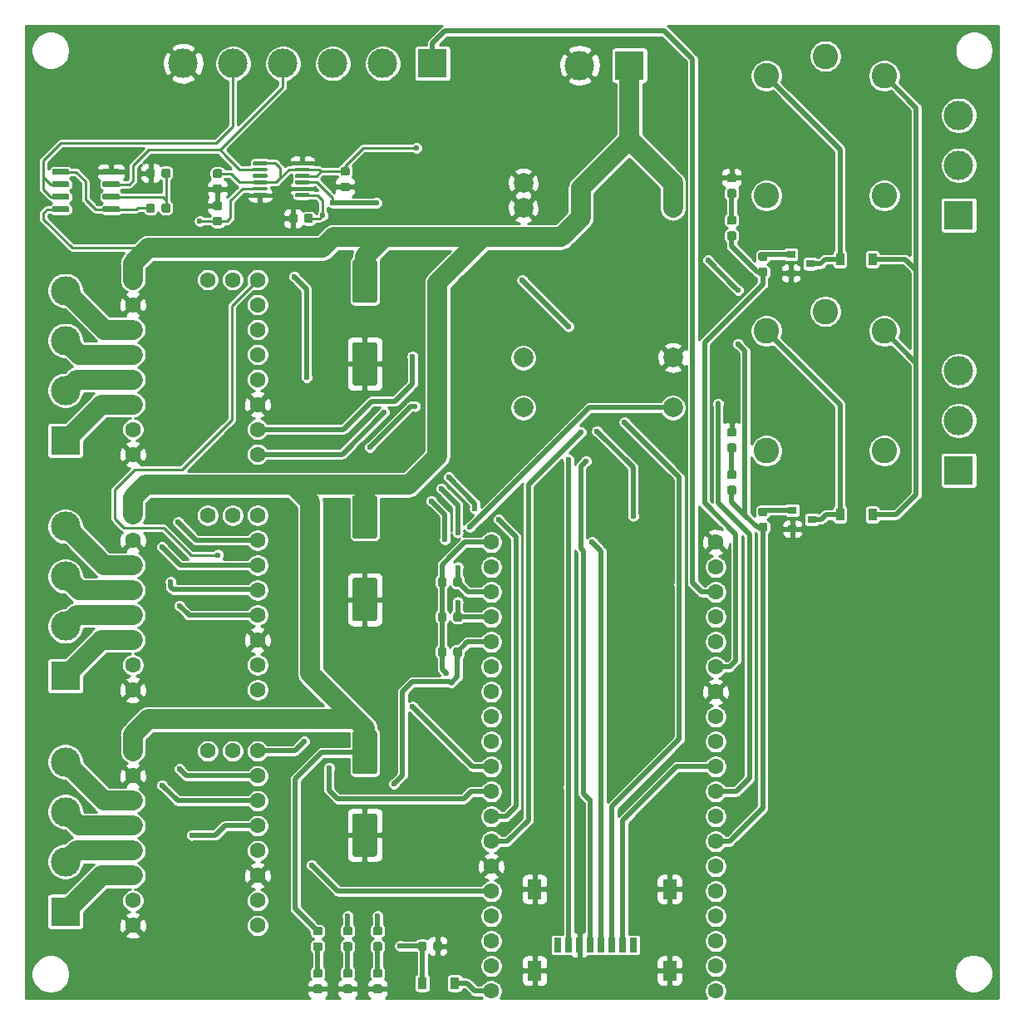
<source format=gtl>
G04 #@! TF.GenerationSoftware,KiCad,Pcbnew,(5.1.2)-1*
G04 #@! TF.CreationDate,2019-08-22T02:28:38+10:00*
G04 #@! TF.ProjectId,NodeMCU ESP-32S Trinamic CNC,4e6f6465-4d43-4552-9045-53502d333253,rev?*
G04 #@! TF.SameCoordinates,Original*
G04 #@! TF.FileFunction,Copper,L1,Top*
G04 #@! TF.FilePolarity,Positive*
%FSLAX46Y46*%
G04 Gerber Fmt 4.6, Leading zero omitted, Abs format (unit mm)*
G04 Created by KiCad (PCBNEW (5.1.2)-1) date 2019-08-22 02:28:38*
%MOMM*%
%LPD*%
G04 APERTURE LIST*
%ADD10C,2.000000*%
%ADD11C,0.100000*%
%ADD12C,0.875000*%
%ADD13C,3.000000*%
%ADD14R,3.000000X3.000000*%
%ADD15R,0.900000X0.800000*%
%ADD16C,2.600000*%
%ADD17R,0.900000X1.200000*%
%ADD18C,1.600000*%
%ADD19C,0.400000*%
%ADD20C,0.600000*%
%ADD21R,0.800000X1.500000*%
%ADD22R,1.450000X2.000000*%
%ADD23C,2.500000*%
%ADD24C,0.500000*%
%ADD25C,0.250000*%
%ADD26C,2.000000*%
%ADD27C,0.254000*%
G04 APERTURE END LIST*
D10*
X113385000Y-65535000D03*
X113385000Y-62995000D03*
X113385000Y-85855000D03*
X113385000Y-80775000D03*
X98145000Y-85855000D03*
X98145000Y-80775000D03*
X98145000Y-65535000D03*
X98145000Y-62995000D03*
D11*
G36*
X119657691Y-92248053D02*
G01*
X119678926Y-92251203D01*
X119699750Y-92256419D01*
X119719962Y-92263651D01*
X119739368Y-92272830D01*
X119757781Y-92283866D01*
X119775024Y-92296654D01*
X119790930Y-92311070D01*
X119805346Y-92326976D01*
X119818134Y-92344219D01*
X119829170Y-92362632D01*
X119838349Y-92382038D01*
X119845581Y-92402250D01*
X119850797Y-92423074D01*
X119853947Y-92444309D01*
X119855000Y-92465750D01*
X119855000Y-92903250D01*
X119853947Y-92924691D01*
X119850797Y-92945926D01*
X119845581Y-92966750D01*
X119838349Y-92986962D01*
X119829170Y-93006368D01*
X119818134Y-93024781D01*
X119805346Y-93042024D01*
X119790930Y-93057930D01*
X119775024Y-93072346D01*
X119757781Y-93085134D01*
X119739368Y-93096170D01*
X119719962Y-93105349D01*
X119699750Y-93112581D01*
X119678926Y-93117797D01*
X119657691Y-93120947D01*
X119636250Y-93122000D01*
X119123750Y-93122000D01*
X119102309Y-93120947D01*
X119081074Y-93117797D01*
X119060250Y-93112581D01*
X119040038Y-93105349D01*
X119020632Y-93096170D01*
X119002219Y-93085134D01*
X118984976Y-93072346D01*
X118969070Y-93057930D01*
X118954654Y-93042024D01*
X118941866Y-93024781D01*
X118930830Y-93006368D01*
X118921651Y-92986962D01*
X118914419Y-92966750D01*
X118909203Y-92945926D01*
X118906053Y-92924691D01*
X118905000Y-92903250D01*
X118905000Y-92465750D01*
X118906053Y-92444309D01*
X118909203Y-92423074D01*
X118914419Y-92402250D01*
X118921651Y-92382038D01*
X118930830Y-92362632D01*
X118941866Y-92344219D01*
X118954654Y-92326976D01*
X118969070Y-92311070D01*
X118984976Y-92296654D01*
X119002219Y-92283866D01*
X119020632Y-92272830D01*
X119040038Y-92263651D01*
X119060250Y-92256419D01*
X119081074Y-92251203D01*
X119102309Y-92248053D01*
X119123750Y-92247000D01*
X119636250Y-92247000D01*
X119657691Y-92248053D01*
X119657691Y-92248053D01*
G37*
D12*
X119380000Y-92684500D03*
D11*
G36*
X119657691Y-93823053D02*
G01*
X119678926Y-93826203D01*
X119699750Y-93831419D01*
X119719962Y-93838651D01*
X119739368Y-93847830D01*
X119757781Y-93858866D01*
X119775024Y-93871654D01*
X119790930Y-93886070D01*
X119805346Y-93901976D01*
X119818134Y-93919219D01*
X119829170Y-93937632D01*
X119838349Y-93957038D01*
X119845581Y-93977250D01*
X119850797Y-93998074D01*
X119853947Y-94019309D01*
X119855000Y-94040750D01*
X119855000Y-94478250D01*
X119853947Y-94499691D01*
X119850797Y-94520926D01*
X119845581Y-94541750D01*
X119838349Y-94561962D01*
X119829170Y-94581368D01*
X119818134Y-94599781D01*
X119805346Y-94617024D01*
X119790930Y-94632930D01*
X119775024Y-94647346D01*
X119757781Y-94660134D01*
X119739368Y-94671170D01*
X119719962Y-94680349D01*
X119699750Y-94687581D01*
X119678926Y-94692797D01*
X119657691Y-94695947D01*
X119636250Y-94697000D01*
X119123750Y-94697000D01*
X119102309Y-94695947D01*
X119081074Y-94692797D01*
X119060250Y-94687581D01*
X119040038Y-94680349D01*
X119020632Y-94671170D01*
X119002219Y-94660134D01*
X118984976Y-94647346D01*
X118969070Y-94632930D01*
X118954654Y-94617024D01*
X118941866Y-94599781D01*
X118930830Y-94581368D01*
X118921651Y-94561962D01*
X118914419Y-94541750D01*
X118909203Y-94520926D01*
X118906053Y-94499691D01*
X118905000Y-94478250D01*
X118905000Y-94040750D01*
X118906053Y-94019309D01*
X118909203Y-93998074D01*
X118914419Y-93977250D01*
X118921651Y-93957038D01*
X118930830Y-93937632D01*
X118941866Y-93919219D01*
X118954654Y-93901976D01*
X118969070Y-93886070D01*
X118984976Y-93871654D01*
X119002219Y-93858866D01*
X119020632Y-93847830D01*
X119040038Y-93838651D01*
X119060250Y-93831419D01*
X119081074Y-93826203D01*
X119102309Y-93823053D01*
X119123750Y-93822000D01*
X119636250Y-93822000D01*
X119657691Y-93823053D01*
X119657691Y-93823053D01*
G37*
D12*
X119380000Y-94259500D03*
D11*
G36*
X119657691Y-66340053D02*
G01*
X119678926Y-66343203D01*
X119699750Y-66348419D01*
X119719962Y-66355651D01*
X119739368Y-66364830D01*
X119757781Y-66375866D01*
X119775024Y-66388654D01*
X119790930Y-66403070D01*
X119805346Y-66418976D01*
X119818134Y-66436219D01*
X119829170Y-66454632D01*
X119838349Y-66474038D01*
X119845581Y-66494250D01*
X119850797Y-66515074D01*
X119853947Y-66536309D01*
X119855000Y-66557750D01*
X119855000Y-66995250D01*
X119853947Y-67016691D01*
X119850797Y-67037926D01*
X119845581Y-67058750D01*
X119838349Y-67078962D01*
X119829170Y-67098368D01*
X119818134Y-67116781D01*
X119805346Y-67134024D01*
X119790930Y-67149930D01*
X119775024Y-67164346D01*
X119757781Y-67177134D01*
X119739368Y-67188170D01*
X119719962Y-67197349D01*
X119699750Y-67204581D01*
X119678926Y-67209797D01*
X119657691Y-67212947D01*
X119636250Y-67214000D01*
X119123750Y-67214000D01*
X119102309Y-67212947D01*
X119081074Y-67209797D01*
X119060250Y-67204581D01*
X119040038Y-67197349D01*
X119020632Y-67188170D01*
X119002219Y-67177134D01*
X118984976Y-67164346D01*
X118969070Y-67149930D01*
X118954654Y-67134024D01*
X118941866Y-67116781D01*
X118930830Y-67098368D01*
X118921651Y-67078962D01*
X118914419Y-67058750D01*
X118909203Y-67037926D01*
X118906053Y-67016691D01*
X118905000Y-66995250D01*
X118905000Y-66557750D01*
X118906053Y-66536309D01*
X118909203Y-66515074D01*
X118914419Y-66494250D01*
X118921651Y-66474038D01*
X118930830Y-66454632D01*
X118941866Y-66436219D01*
X118954654Y-66418976D01*
X118969070Y-66403070D01*
X118984976Y-66388654D01*
X119002219Y-66375866D01*
X119020632Y-66364830D01*
X119040038Y-66355651D01*
X119060250Y-66348419D01*
X119081074Y-66343203D01*
X119102309Y-66340053D01*
X119123750Y-66339000D01*
X119636250Y-66339000D01*
X119657691Y-66340053D01*
X119657691Y-66340053D01*
G37*
D12*
X119380000Y-66776500D03*
D11*
G36*
X119657691Y-67915053D02*
G01*
X119678926Y-67918203D01*
X119699750Y-67923419D01*
X119719962Y-67930651D01*
X119739368Y-67939830D01*
X119757781Y-67950866D01*
X119775024Y-67963654D01*
X119790930Y-67978070D01*
X119805346Y-67993976D01*
X119818134Y-68011219D01*
X119829170Y-68029632D01*
X119838349Y-68049038D01*
X119845581Y-68069250D01*
X119850797Y-68090074D01*
X119853947Y-68111309D01*
X119855000Y-68132750D01*
X119855000Y-68570250D01*
X119853947Y-68591691D01*
X119850797Y-68612926D01*
X119845581Y-68633750D01*
X119838349Y-68653962D01*
X119829170Y-68673368D01*
X119818134Y-68691781D01*
X119805346Y-68709024D01*
X119790930Y-68724930D01*
X119775024Y-68739346D01*
X119757781Y-68752134D01*
X119739368Y-68763170D01*
X119719962Y-68772349D01*
X119699750Y-68779581D01*
X119678926Y-68784797D01*
X119657691Y-68787947D01*
X119636250Y-68789000D01*
X119123750Y-68789000D01*
X119102309Y-68787947D01*
X119081074Y-68784797D01*
X119060250Y-68779581D01*
X119040038Y-68772349D01*
X119020632Y-68763170D01*
X119002219Y-68752134D01*
X118984976Y-68739346D01*
X118969070Y-68724930D01*
X118954654Y-68709024D01*
X118941866Y-68691781D01*
X118930830Y-68673368D01*
X118921651Y-68653962D01*
X118914419Y-68633750D01*
X118909203Y-68612926D01*
X118906053Y-68591691D01*
X118905000Y-68570250D01*
X118905000Y-68132750D01*
X118906053Y-68111309D01*
X118909203Y-68090074D01*
X118914419Y-68069250D01*
X118921651Y-68049038D01*
X118930830Y-68029632D01*
X118941866Y-68011219D01*
X118954654Y-67993976D01*
X118969070Y-67978070D01*
X118984976Y-67963654D01*
X119002219Y-67950866D01*
X119020632Y-67939830D01*
X119040038Y-67930651D01*
X119060250Y-67923419D01*
X119081074Y-67918203D01*
X119102309Y-67915053D01*
X119123750Y-67914000D01*
X119636250Y-67914000D01*
X119657691Y-67915053D01*
X119657691Y-67915053D01*
G37*
D12*
X119380000Y-68351500D03*
D11*
G36*
X119657691Y-89505053D02*
G01*
X119678926Y-89508203D01*
X119699750Y-89513419D01*
X119719962Y-89520651D01*
X119739368Y-89529830D01*
X119757781Y-89540866D01*
X119775024Y-89553654D01*
X119790930Y-89568070D01*
X119805346Y-89583976D01*
X119818134Y-89601219D01*
X119829170Y-89619632D01*
X119838349Y-89639038D01*
X119845581Y-89659250D01*
X119850797Y-89680074D01*
X119853947Y-89701309D01*
X119855000Y-89722750D01*
X119855000Y-90160250D01*
X119853947Y-90181691D01*
X119850797Y-90202926D01*
X119845581Y-90223750D01*
X119838349Y-90243962D01*
X119829170Y-90263368D01*
X119818134Y-90281781D01*
X119805346Y-90299024D01*
X119790930Y-90314930D01*
X119775024Y-90329346D01*
X119757781Y-90342134D01*
X119739368Y-90353170D01*
X119719962Y-90362349D01*
X119699750Y-90369581D01*
X119678926Y-90374797D01*
X119657691Y-90377947D01*
X119636250Y-90379000D01*
X119123750Y-90379000D01*
X119102309Y-90377947D01*
X119081074Y-90374797D01*
X119060250Y-90369581D01*
X119040038Y-90362349D01*
X119020632Y-90353170D01*
X119002219Y-90342134D01*
X118984976Y-90329346D01*
X118969070Y-90314930D01*
X118954654Y-90299024D01*
X118941866Y-90281781D01*
X118930830Y-90263368D01*
X118921651Y-90243962D01*
X118914419Y-90223750D01*
X118909203Y-90202926D01*
X118906053Y-90181691D01*
X118905000Y-90160250D01*
X118905000Y-89722750D01*
X118906053Y-89701309D01*
X118909203Y-89680074D01*
X118914419Y-89659250D01*
X118921651Y-89639038D01*
X118930830Y-89619632D01*
X118941866Y-89601219D01*
X118954654Y-89583976D01*
X118969070Y-89568070D01*
X118984976Y-89553654D01*
X119002219Y-89540866D01*
X119020632Y-89529830D01*
X119040038Y-89520651D01*
X119060250Y-89513419D01*
X119081074Y-89508203D01*
X119102309Y-89505053D01*
X119123750Y-89504000D01*
X119636250Y-89504000D01*
X119657691Y-89505053D01*
X119657691Y-89505053D01*
G37*
D12*
X119380000Y-89941500D03*
D11*
G36*
X119657691Y-87930053D02*
G01*
X119678926Y-87933203D01*
X119699750Y-87938419D01*
X119719962Y-87945651D01*
X119739368Y-87954830D01*
X119757781Y-87965866D01*
X119775024Y-87978654D01*
X119790930Y-87993070D01*
X119805346Y-88008976D01*
X119818134Y-88026219D01*
X119829170Y-88044632D01*
X119838349Y-88064038D01*
X119845581Y-88084250D01*
X119850797Y-88105074D01*
X119853947Y-88126309D01*
X119855000Y-88147750D01*
X119855000Y-88585250D01*
X119853947Y-88606691D01*
X119850797Y-88627926D01*
X119845581Y-88648750D01*
X119838349Y-88668962D01*
X119829170Y-88688368D01*
X119818134Y-88706781D01*
X119805346Y-88724024D01*
X119790930Y-88739930D01*
X119775024Y-88754346D01*
X119757781Y-88767134D01*
X119739368Y-88778170D01*
X119719962Y-88787349D01*
X119699750Y-88794581D01*
X119678926Y-88799797D01*
X119657691Y-88802947D01*
X119636250Y-88804000D01*
X119123750Y-88804000D01*
X119102309Y-88802947D01*
X119081074Y-88799797D01*
X119060250Y-88794581D01*
X119040038Y-88787349D01*
X119020632Y-88778170D01*
X119002219Y-88767134D01*
X118984976Y-88754346D01*
X118969070Y-88739930D01*
X118954654Y-88724024D01*
X118941866Y-88706781D01*
X118930830Y-88688368D01*
X118921651Y-88668962D01*
X118914419Y-88648750D01*
X118909203Y-88627926D01*
X118906053Y-88606691D01*
X118905000Y-88585250D01*
X118905000Y-88147750D01*
X118906053Y-88126309D01*
X118909203Y-88105074D01*
X118914419Y-88084250D01*
X118921651Y-88064038D01*
X118930830Y-88044632D01*
X118941866Y-88026219D01*
X118954654Y-88008976D01*
X118969070Y-87993070D01*
X118984976Y-87978654D01*
X119002219Y-87965866D01*
X119020632Y-87954830D01*
X119040038Y-87945651D01*
X119060250Y-87938419D01*
X119081074Y-87933203D01*
X119102309Y-87930053D01*
X119123750Y-87929000D01*
X119636250Y-87929000D01*
X119657691Y-87930053D01*
X119657691Y-87930053D01*
G37*
D12*
X119380000Y-88366500D03*
D11*
G36*
X119657691Y-63597053D02*
G01*
X119678926Y-63600203D01*
X119699750Y-63605419D01*
X119719962Y-63612651D01*
X119739368Y-63621830D01*
X119757781Y-63632866D01*
X119775024Y-63645654D01*
X119790930Y-63660070D01*
X119805346Y-63675976D01*
X119818134Y-63693219D01*
X119829170Y-63711632D01*
X119838349Y-63731038D01*
X119845581Y-63751250D01*
X119850797Y-63772074D01*
X119853947Y-63793309D01*
X119855000Y-63814750D01*
X119855000Y-64252250D01*
X119853947Y-64273691D01*
X119850797Y-64294926D01*
X119845581Y-64315750D01*
X119838349Y-64335962D01*
X119829170Y-64355368D01*
X119818134Y-64373781D01*
X119805346Y-64391024D01*
X119790930Y-64406930D01*
X119775024Y-64421346D01*
X119757781Y-64434134D01*
X119739368Y-64445170D01*
X119719962Y-64454349D01*
X119699750Y-64461581D01*
X119678926Y-64466797D01*
X119657691Y-64469947D01*
X119636250Y-64471000D01*
X119123750Y-64471000D01*
X119102309Y-64469947D01*
X119081074Y-64466797D01*
X119060250Y-64461581D01*
X119040038Y-64454349D01*
X119020632Y-64445170D01*
X119002219Y-64434134D01*
X118984976Y-64421346D01*
X118969070Y-64406930D01*
X118954654Y-64391024D01*
X118941866Y-64373781D01*
X118930830Y-64355368D01*
X118921651Y-64335962D01*
X118914419Y-64315750D01*
X118909203Y-64294926D01*
X118906053Y-64273691D01*
X118905000Y-64252250D01*
X118905000Y-63814750D01*
X118906053Y-63793309D01*
X118909203Y-63772074D01*
X118914419Y-63751250D01*
X118921651Y-63731038D01*
X118930830Y-63711632D01*
X118941866Y-63693219D01*
X118954654Y-63675976D01*
X118969070Y-63660070D01*
X118984976Y-63645654D01*
X119002219Y-63632866D01*
X119020632Y-63621830D01*
X119040038Y-63612651D01*
X119060250Y-63605419D01*
X119081074Y-63600203D01*
X119102309Y-63597053D01*
X119123750Y-63596000D01*
X119636250Y-63596000D01*
X119657691Y-63597053D01*
X119657691Y-63597053D01*
G37*
D12*
X119380000Y-64033500D03*
D11*
G36*
X119657691Y-62022053D02*
G01*
X119678926Y-62025203D01*
X119699750Y-62030419D01*
X119719962Y-62037651D01*
X119739368Y-62046830D01*
X119757781Y-62057866D01*
X119775024Y-62070654D01*
X119790930Y-62085070D01*
X119805346Y-62100976D01*
X119818134Y-62118219D01*
X119829170Y-62136632D01*
X119838349Y-62156038D01*
X119845581Y-62176250D01*
X119850797Y-62197074D01*
X119853947Y-62218309D01*
X119855000Y-62239750D01*
X119855000Y-62677250D01*
X119853947Y-62698691D01*
X119850797Y-62719926D01*
X119845581Y-62740750D01*
X119838349Y-62760962D01*
X119829170Y-62780368D01*
X119818134Y-62798781D01*
X119805346Y-62816024D01*
X119790930Y-62831930D01*
X119775024Y-62846346D01*
X119757781Y-62859134D01*
X119739368Y-62870170D01*
X119719962Y-62879349D01*
X119699750Y-62886581D01*
X119678926Y-62891797D01*
X119657691Y-62894947D01*
X119636250Y-62896000D01*
X119123750Y-62896000D01*
X119102309Y-62894947D01*
X119081074Y-62891797D01*
X119060250Y-62886581D01*
X119040038Y-62879349D01*
X119020632Y-62870170D01*
X119002219Y-62859134D01*
X118984976Y-62846346D01*
X118969070Y-62831930D01*
X118954654Y-62816024D01*
X118941866Y-62798781D01*
X118930830Y-62780368D01*
X118921651Y-62760962D01*
X118914419Y-62740750D01*
X118909203Y-62719926D01*
X118906053Y-62698691D01*
X118905000Y-62677250D01*
X118905000Y-62239750D01*
X118906053Y-62218309D01*
X118909203Y-62197074D01*
X118914419Y-62176250D01*
X118921651Y-62156038D01*
X118930830Y-62136632D01*
X118941866Y-62118219D01*
X118954654Y-62100976D01*
X118969070Y-62085070D01*
X118984976Y-62070654D01*
X119002219Y-62057866D01*
X119020632Y-62046830D01*
X119040038Y-62037651D01*
X119060250Y-62030419D01*
X119081074Y-62025203D01*
X119102309Y-62022053D01*
X119123750Y-62021000D01*
X119636250Y-62021000D01*
X119657691Y-62022053D01*
X119657691Y-62022053D01*
G37*
D12*
X119380000Y-62458500D03*
D11*
G36*
X83589691Y-140305053D02*
G01*
X83610926Y-140308203D01*
X83631750Y-140313419D01*
X83651962Y-140320651D01*
X83671368Y-140329830D01*
X83689781Y-140340866D01*
X83707024Y-140353654D01*
X83722930Y-140368070D01*
X83737346Y-140383976D01*
X83750134Y-140401219D01*
X83761170Y-140419632D01*
X83770349Y-140439038D01*
X83777581Y-140459250D01*
X83782797Y-140480074D01*
X83785947Y-140501309D01*
X83787000Y-140522750D01*
X83787000Y-140960250D01*
X83785947Y-140981691D01*
X83782797Y-141002926D01*
X83777581Y-141023750D01*
X83770349Y-141043962D01*
X83761170Y-141063368D01*
X83750134Y-141081781D01*
X83737346Y-141099024D01*
X83722930Y-141114930D01*
X83707024Y-141129346D01*
X83689781Y-141142134D01*
X83671368Y-141153170D01*
X83651962Y-141162349D01*
X83631750Y-141169581D01*
X83610926Y-141174797D01*
X83589691Y-141177947D01*
X83568250Y-141179000D01*
X83055750Y-141179000D01*
X83034309Y-141177947D01*
X83013074Y-141174797D01*
X82992250Y-141169581D01*
X82972038Y-141162349D01*
X82952632Y-141153170D01*
X82934219Y-141142134D01*
X82916976Y-141129346D01*
X82901070Y-141114930D01*
X82886654Y-141099024D01*
X82873866Y-141081781D01*
X82862830Y-141063368D01*
X82853651Y-141043962D01*
X82846419Y-141023750D01*
X82841203Y-141002926D01*
X82838053Y-140981691D01*
X82837000Y-140960250D01*
X82837000Y-140522750D01*
X82838053Y-140501309D01*
X82841203Y-140480074D01*
X82846419Y-140459250D01*
X82853651Y-140439038D01*
X82862830Y-140419632D01*
X82873866Y-140401219D01*
X82886654Y-140383976D01*
X82901070Y-140368070D01*
X82916976Y-140353654D01*
X82934219Y-140340866D01*
X82952632Y-140329830D01*
X82972038Y-140320651D01*
X82992250Y-140313419D01*
X83013074Y-140308203D01*
X83034309Y-140305053D01*
X83055750Y-140304000D01*
X83568250Y-140304000D01*
X83589691Y-140305053D01*
X83589691Y-140305053D01*
G37*
D12*
X83312000Y-140741500D03*
D11*
G36*
X83589691Y-138730053D02*
G01*
X83610926Y-138733203D01*
X83631750Y-138738419D01*
X83651962Y-138745651D01*
X83671368Y-138754830D01*
X83689781Y-138765866D01*
X83707024Y-138778654D01*
X83722930Y-138793070D01*
X83737346Y-138808976D01*
X83750134Y-138826219D01*
X83761170Y-138844632D01*
X83770349Y-138864038D01*
X83777581Y-138884250D01*
X83782797Y-138905074D01*
X83785947Y-138926309D01*
X83787000Y-138947750D01*
X83787000Y-139385250D01*
X83785947Y-139406691D01*
X83782797Y-139427926D01*
X83777581Y-139448750D01*
X83770349Y-139468962D01*
X83761170Y-139488368D01*
X83750134Y-139506781D01*
X83737346Y-139524024D01*
X83722930Y-139539930D01*
X83707024Y-139554346D01*
X83689781Y-139567134D01*
X83671368Y-139578170D01*
X83651962Y-139587349D01*
X83631750Y-139594581D01*
X83610926Y-139599797D01*
X83589691Y-139602947D01*
X83568250Y-139604000D01*
X83055750Y-139604000D01*
X83034309Y-139602947D01*
X83013074Y-139599797D01*
X82992250Y-139594581D01*
X82972038Y-139587349D01*
X82952632Y-139578170D01*
X82934219Y-139567134D01*
X82916976Y-139554346D01*
X82901070Y-139539930D01*
X82886654Y-139524024D01*
X82873866Y-139506781D01*
X82862830Y-139488368D01*
X82853651Y-139468962D01*
X82846419Y-139448750D01*
X82841203Y-139427926D01*
X82838053Y-139406691D01*
X82837000Y-139385250D01*
X82837000Y-138947750D01*
X82838053Y-138926309D01*
X82841203Y-138905074D01*
X82846419Y-138884250D01*
X82853651Y-138864038D01*
X82862830Y-138844632D01*
X82873866Y-138826219D01*
X82886654Y-138808976D01*
X82901070Y-138793070D01*
X82916976Y-138778654D01*
X82934219Y-138765866D01*
X82952632Y-138754830D01*
X82972038Y-138745651D01*
X82992250Y-138738419D01*
X83013074Y-138733203D01*
X83034309Y-138730053D01*
X83055750Y-138729000D01*
X83568250Y-138729000D01*
X83589691Y-138730053D01*
X83589691Y-138730053D01*
G37*
D12*
X83312000Y-139166500D03*
D11*
G36*
X80541691Y-140305053D02*
G01*
X80562926Y-140308203D01*
X80583750Y-140313419D01*
X80603962Y-140320651D01*
X80623368Y-140329830D01*
X80641781Y-140340866D01*
X80659024Y-140353654D01*
X80674930Y-140368070D01*
X80689346Y-140383976D01*
X80702134Y-140401219D01*
X80713170Y-140419632D01*
X80722349Y-140439038D01*
X80729581Y-140459250D01*
X80734797Y-140480074D01*
X80737947Y-140501309D01*
X80739000Y-140522750D01*
X80739000Y-140960250D01*
X80737947Y-140981691D01*
X80734797Y-141002926D01*
X80729581Y-141023750D01*
X80722349Y-141043962D01*
X80713170Y-141063368D01*
X80702134Y-141081781D01*
X80689346Y-141099024D01*
X80674930Y-141114930D01*
X80659024Y-141129346D01*
X80641781Y-141142134D01*
X80623368Y-141153170D01*
X80603962Y-141162349D01*
X80583750Y-141169581D01*
X80562926Y-141174797D01*
X80541691Y-141177947D01*
X80520250Y-141179000D01*
X80007750Y-141179000D01*
X79986309Y-141177947D01*
X79965074Y-141174797D01*
X79944250Y-141169581D01*
X79924038Y-141162349D01*
X79904632Y-141153170D01*
X79886219Y-141142134D01*
X79868976Y-141129346D01*
X79853070Y-141114930D01*
X79838654Y-141099024D01*
X79825866Y-141081781D01*
X79814830Y-141063368D01*
X79805651Y-141043962D01*
X79798419Y-141023750D01*
X79793203Y-141002926D01*
X79790053Y-140981691D01*
X79789000Y-140960250D01*
X79789000Y-140522750D01*
X79790053Y-140501309D01*
X79793203Y-140480074D01*
X79798419Y-140459250D01*
X79805651Y-140439038D01*
X79814830Y-140419632D01*
X79825866Y-140401219D01*
X79838654Y-140383976D01*
X79853070Y-140368070D01*
X79868976Y-140353654D01*
X79886219Y-140340866D01*
X79904632Y-140329830D01*
X79924038Y-140320651D01*
X79944250Y-140313419D01*
X79965074Y-140308203D01*
X79986309Y-140305053D01*
X80007750Y-140304000D01*
X80520250Y-140304000D01*
X80541691Y-140305053D01*
X80541691Y-140305053D01*
G37*
D12*
X80264000Y-140741500D03*
D11*
G36*
X80541691Y-138730053D02*
G01*
X80562926Y-138733203D01*
X80583750Y-138738419D01*
X80603962Y-138745651D01*
X80623368Y-138754830D01*
X80641781Y-138765866D01*
X80659024Y-138778654D01*
X80674930Y-138793070D01*
X80689346Y-138808976D01*
X80702134Y-138826219D01*
X80713170Y-138844632D01*
X80722349Y-138864038D01*
X80729581Y-138884250D01*
X80734797Y-138905074D01*
X80737947Y-138926309D01*
X80739000Y-138947750D01*
X80739000Y-139385250D01*
X80737947Y-139406691D01*
X80734797Y-139427926D01*
X80729581Y-139448750D01*
X80722349Y-139468962D01*
X80713170Y-139488368D01*
X80702134Y-139506781D01*
X80689346Y-139524024D01*
X80674930Y-139539930D01*
X80659024Y-139554346D01*
X80641781Y-139567134D01*
X80623368Y-139578170D01*
X80603962Y-139587349D01*
X80583750Y-139594581D01*
X80562926Y-139599797D01*
X80541691Y-139602947D01*
X80520250Y-139604000D01*
X80007750Y-139604000D01*
X79986309Y-139602947D01*
X79965074Y-139599797D01*
X79944250Y-139594581D01*
X79924038Y-139587349D01*
X79904632Y-139578170D01*
X79886219Y-139567134D01*
X79868976Y-139554346D01*
X79853070Y-139539930D01*
X79838654Y-139524024D01*
X79825866Y-139506781D01*
X79814830Y-139488368D01*
X79805651Y-139468962D01*
X79798419Y-139448750D01*
X79793203Y-139427926D01*
X79790053Y-139406691D01*
X79789000Y-139385250D01*
X79789000Y-138947750D01*
X79790053Y-138926309D01*
X79793203Y-138905074D01*
X79798419Y-138884250D01*
X79805651Y-138864038D01*
X79814830Y-138844632D01*
X79825866Y-138826219D01*
X79838654Y-138808976D01*
X79853070Y-138793070D01*
X79868976Y-138778654D01*
X79886219Y-138765866D01*
X79904632Y-138754830D01*
X79924038Y-138745651D01*
X79944250Y-138738419D01*
X79965074Y-138733203D01*
X79986309Y-138730053D01*
X80007750Y-138729000D01*
X80520250Y-138729000D01*
X80541691Y-138730053D01*
X80541691Y-138730053D01*
G37*
D12*
X80264000Y-139166500D03*
D11*
G36*
X77493691Y-140330553D02*
G01*
X77514926Y-140333703D01*
X77535750Y-140338919D01*
X77555962Y-140346151D01*
X77575368Y-140355330D01*
X77593781Y-140366366D01*
X77611024Y-140379154D01*
X77626930Y-140393570D01*
X77641346Y-140409476D01*
X77654134Y-140426719D01*
X77665170Y-140445132D01*
X77674349Y-140464538D01*
X77681581Y-140484750D01*
X77686797Y-140505574D01*
X77689947Y-140526809D01*
X77691000Y-140548250D01*
X77691000Y-140985750D01*
X77689947Y-141007191D01*
X77686797Y-141028426D01*
X77681581Y-141049250D01*
X77674349Y-141069462D01*
X77665170Y-141088868D01*
X77654134Y-141107281D01*
X77641346Y-141124524D01*
X77626930Y-141140430D01*
X77611024Y-141154846D01*
X77593781Y-141167634D01*
X77575368Y-141178670D01*
X77555962Y-141187849D01*
X77535750Y-141195081D01*
X77514926Y-141200297D01*
X77493691Y-141203447D01*
X77472250Y-141204500D01*
X76959750Y-141204500D01*
X76938309Y-141203447D01*
X76917074Y-141200297D01*
X76896250Y-141195081D01*
X76876038Y-141187849D01*
X76856632Y-141178670D01*
X76838219Y-141167634D01*
X76820976Y-141154846D01*
X76805070Y-141140430D01*
X76790654Y-141124524D01*
X76777866Y-141107281D01*
X76766830Y-141088868D01*
X76757651Y-141069462D01*
X76750419Y-141049250D01*
X76745203Y-141028426D01*
X76742053Y-141007191D01*
X76741000Y-140985750D01*
X76741000Y-140548250D01*
X76742053Y-140526809D01*
X76745203Y-140505574D01*
X76750419Y-140484750D01*
X76757651Y-140464538D01*
X76766830Y-140445132D01*
X76777866Y-140426719D01*
X76790654Y-140409476D01*
X76805070Y-140393570D01*
X76820976Y-140379154D01*
X76838219Y-140366366D01*
X76856632Y-140355330D01*
X76876038Y-140346151D01*
X76896250Y-140338919D01*
X76917074Y-140333703D01*
X76938309Y-140330553D01*
X76959750Y-140329500D01*
X77472250Y-140329500D01*
X77493691Y-140330553D01*
X77493691Y-140330553D01*
G37*
D12*
X77216000Y-140767000D03*
D11*
G36*
X77493691Y-138755553D02*
G01*
X77514926Y-138758703D01*
X77535750Y-138763919D01*
X77555962Y-138771151D01*
X77575368Y-138780330D01*
X77593781Y-138791366D01*
X77611024Y-138804154D01*
X77626930Y-138818570D01*
X77641346Y-138834476D01*
X77654134Y-138851719D01*
X77665170Y-138870132D01*
X77674349Y-138889538D01*
X77681581Y-138909750D01*
X77686797Y-138930574D01*
X77689947Y-138951809D01*
X77691000Y-138973250D01*
X77691000Y-139410750D01*
X77689947Y-139432191D01*
X77686797Y-139453426D01*
X77681581Y-139474250D01*
X77674349Y-139494462D01*
X77665170Y-139513868D01*
X77654134Y-139532281D01*
X77641346Y-139549524D01*
X77626930Y-139565430D01*
X77611024Y-139579846D01*
X77593781Y-139592634D01*
X77575368Y-139603670D01*
X77555962Y-139612849D01*
X77535750Y-139620081D01*
X77514926Y-139625297D01*
X77493691Y-139628447D01*
X77472250Y-139629500D01*
X76959750Y-139629500D01*
X76938309Y-139628447D01*
X76917074Y-139625297D01*
X76896250Y-139620081D01*
X76876038Y-139612849D01*
X76856632Y-139603670D01*
X76838219Y-139592634D01*
X76820976Y-139579846D01*
X76805070Y-139565430D01*
X76790654Y-139549524D01*
X76777866Y-139532281D01*
X76766830Y-139513868D01*
X76757651Y-139494462D01*
X76750419Y-139474250D01*
X76745203Y-139453426D01*
X76742053Y-139432191D01*
X76741000Y-139410750D01*
X76741000Y-138973250D01*
X76742053Y-138951809D01*
X76745203Y-138930574D01*
X76750419Y-138909750D01*
X76757651Y-138889538D01*
X76766830Y-138870132D01*
X76777866Y-138851719D01*
X76790654Y-138834476D01*
X76805070Y-138818570D01*
X76820976Y-138804154D01*
X76838219Y-138791366D01*
X76856632Y-138780330D01*
X76876038Y-138771151D01*
X76896250Y-138763919D01*
X76917074Y-138758703D01*
X76938309Y-138755553D01*
X76959750Y-138754500D01*
X77472250Y-138754500D01*
X77493691Y-138755553D01*
X77493691Y-138755553D01*
G37*
D12*
X77216000Y-139192000D03*
D11*
G36*
X83589691Y-143048053D02*
G01*
X83610926Y-143051203D01*
X83631750Y-143056419D01*
X83651962Y-143063651D01*
X83671368Y-143072830D01*
X83689781Y-143083866D01*
X83707024Y-143096654D01*
X83722930Y-143111070D01*
X83737346Y-143126976D01*
X83750134Y-143144219D01*
X83761170Y-143162632D01*
X83770349Y-143182038D01*
X83777581Y-143202250D01*
X83782797Y-143223074D01*
X83785947Y-143244309D01*
X83787000Y-143265750D01*
X83787000Y-143703250D01*
X83785947Y-143724691D01*
X83782797Y-143745926D01*
X83777581Y-143766750D01*
X83770349Y-143786962D01*
X83761170Y-143806368D01*
X83750134Y-143824781D01*
X83737346Y-143842024D01*
X83722930Y-143857930D01*
X83707024Y-143872346D01*
X83689781Y-143885134D01*
X83671368Y-143896170D01*
X83651962Y-143905349D01*
X83631750Y-143912581D01*
X83610926Y-143917797D01*
X83589691Y-143920947D01*
X83568250Y-143922000D01*
X83055750Y-143922000D01*
X83034309Y-143920947D01*
X83013074Y-143917797D01*
X82992250Y-143912581D01*
X82972038Y-143905349D01*
X82952632Y-143896170D01*
X82934219Y-143885134D01*
X82916976Y-143872346D01*
X82901070Y-143857930D01*
X82886654Y-143842024D01*
X82873866Y-143824781D01*
X82862830Y-143806368D01*
X82853651Y-143786962D01*
X82846419Y-143766750D01*
X82841203Y-143745926D01*
X82838053Y-143724691D01*
X82837000Y-143703250D01*
X82837000Y-143265750D01*
X82838053Y-143244309D01*
X82841203Y-143223074D01*
X82846419Y-143202250D01*
X82853651Y-143182038D01*
X82862830Y-143162632D01*
X82873866Y-143144219D01*
X82886654Y-143126976D01*
X82901070Y-143111070D01*
X82916976Y-143096654D01*
X82934219Y-143083866D01*
X82952632Y-143072830D01*
X82972038Y-143063651D01*
X82992250Y-143056419D01*
X83013074Y-143051203D01*
X83034309Y-143048053D01*
X83055750Y-143047000D01*
X83568250Y-143047000D01*
X83589691Y-143048053D01*
X83589691Y-143048053D01*
G37*
D12*
X83312000Y-143484500D03*
D11*
G36*
X83589691Y-144623053D02*
G01*
X83610926Y-144626203D01*
X83631750Y-144631419D01*
X83651962Y-144638651D01*
X83671368Y-144647830D01*
X83689781Y-144658866D01*
X83707024Y-144671654D01*
X83722930Y-144686070D01*
X83737346Y-144701976D01*
X83750134Y-144719219D01*
X83761170Y-144737632D01*
X83770349Y-144757038D01*
X83777581Y-144777250D01*
X83782797Y-144798074D01*
X83785947Y-144819309D01*
X83787000Y-144840750D01*
X83787000Y-145278250D01*
X83785947Y-145299691D01*
X83782797Y-145320926D01*
X83777581Y-145341750D01*
X83770349Y-145361962D01*
X83761170Y-145381368D01*
X83750134Y-145399781D01*
X83737346Y-145417024D01*
X83722930Y-145432930D01*
X83707024Y-145447346D01*
X83689781Y-145460134D01*
X83671368Y-145471170D01*
X83651962Y-145480349D01*
X83631750Y-145487581D01*
X83610926Y-145492797D01*
X83589691Y-145495947D01*
X83568250Y-145497000D01*
X83055750Y-145497000D01*
X83034309Y-145495947D01*
X83013074Y-145492797D01*
X82992250Y-145487581D01*
X82972038Y-145480349D01*
X82952632Y-145471170D01*
X82934219Y-145460134D01*
X82916976Y-145447346D01*
X82901070Y-145432930D01*
X82886654Y-145417024D01*
X82873866Y-145399781D01*
X82862830Y-145381368D01*
X82853651Y-145361962D01*
X82846419Y-145341750D01*
X82841203Y-145320926D01*
X82838053Y-145299691D01*
X82837000Y-145278250D01*
X82837000Y-144840750D01*
X82838053Y-144819309D01*
X82841203Y-144798074D01*
X82846419Y-144777250D01*
X82853651Y-144757038D01*
X82862830Y-144737632D01*
X82873866Y-144719219D01*
X82886654Y-144701976D01*
X82901070Y-144686070D01*
X82916976Y-144671654D01*
X82934219Y-144658866D01*
X82952632Y-144647830D01*
X82972038Y-144638651D01*
X82992250Y-144631419D01*
X83013074Y-144626203D01*
X83034309Y-144623053D01*
X83055750Y-144622000D01*
X83568250Y-144622000D01*
X83589691Y-144623053D01*
X83589691Y-144623053D01*
G37*
D12*
X83312000Y-145059500D03*
D11*
G36*
X80541691Y-143048053D02*
G01*
X80562926Y-143051203D01*
X80583750Y-143056419D01*
X80603962Y-143063651D01*
X80623368Y-143072830D01*
X80641781Y-143083866D01*
X80659024Y-143096654D01*
X80674930Y-143111070D01*
X80689346Y-143126976D01*
X80702134Y-143144219D01*
X80713170Y-143162632D01*
X80722349Y-143182038D01*
X80729581Y-143202250D01*
X80734797Y-143223074D01*
X80737947Y-143244309D01*
X80739000Y-143265750D01*
X80739000Y-143703250D01*
X80737947Y-143724691D01*
X80734797Y-143745926D01*
X80729581Y-143766750D01*
X80722349Y-143786962D01*
X80713170Y-143806368D01*
X80702134Y-143824781D01*
X80689346Y-143842024D01*
X80674930Y-143857930D01*
X80659024Y-143872346D01*
X80641781Y-143885134D01*
X80623368Y-143896170D01*
X80603962Y-143905349D01*
X80583750Y-143912581D01*
X80562926Y-143917797D01*
X80541691Y-143920947D01*
X80520250Y-143922000D01*
X80007750Y-143922000D01*
X79986309Y-143920947D01*
X79965074Y-143917797D01*
X79944250Y-143912581D01*
X79924038Y-143905349D01*
X79904632Y-143896170D01*
X79886219Y-143885134D01*
X79868976Y-143872346D01*
X79853070Y-143857930D01*
X79838654Y-143842024D01*
X79825866Y-143824781D01*
X79814830Y-143806368D01*
X79805651Y-143786962D01*
X79798419Y-143766750D01*
X79793203Y-143745926D01*
X79790053Y-143724691D01*
X79789000Y-143703250D01*
X79789000Y-143265750D01*
X79790053Y-143244309D01*
X79793203Y-143223074D01*
X79798419Y-143202250D01*
X79805651Y-143182038D01*
X79814830Y-143162632D01*
X79825866Y-143144219D01*
X79838654Y-143126976D01*
X79853070Y-143111070D01*
X79868976Y-143096654D01*
X79886219Y-143083866D01*
X79904632Y-143072830D01*
X79924038Y-143063651D01*
X79944250Y-143056419D01*
X79965074Y-143051203D01*
X79986309Y-143048053D01*
X80007750Y-143047000D01*
X80520250Y-143047000D01*
X80541691Y-143048053D01*
X80541691Y-143048053D01*
G37*
D12*
X80264000Y-143484500D03*
D11*
G36*
X80541691Y-144623053D02*
G01*
X80562926Y-144626203D01*
X80583750Y-144631419D01*
X80603962Y-144638651D01*
X80623368Y-144647830D01*
X80641781Y-144658866D01*
X80659024Y-144671654D01*
X80674930Y-144686070D01*
X80689346Y-144701976D01*
X80702134Y-144719219D01*
X80713170Y-144737632D01*
X80722349Y-144757038D01*
X80729581Y-144777250D01*
X80734797Y-144798074D01*
X80737947Y-144819309D01*
X80739000Y-144840750D01*
X80739000Y-145278250D01*
X80737947Y-145299691D01*
X80734797Y-145320926D01*
X80729581Y-145341750D01*
X80722349Y-145361962D01*
X80713170Y-145381368D01*
X80702134Y-145399781D01*
X80689346Y-145417024D01*
X80674930Y-145432930D01*
X80659024Y-145447346D01*
X80641781Y-145460134D01*
X80623368Y-145471170D01*
X80603962Y-145480349D01*
X80583750Y-145487581D01*
X80562926Y-145492797D01*
X80541691Y-145495947D01*
X80520250Y-145497000D01*
X80007750Y-145497000D01*
X79986309Y-145495947D01*
X79965074Y-145492797D01*
X79944250Y-145487581D01*
X79924038Y-145480349D01*
X79904632Y-145471170D01*
X79886219Y-145460134D01*
X79868976Y-145447346D01*
X79853070Y-145432930D01*
X79838654Y-145417024D01*
X79825866Y-145399781D01*
X79814830Y-145381368D01*
X79805651Y-145361962D01*
X79798419Y-145341750D01*
X79793203Y-145320926D01*
X79790053Y-145299691D01*
X79789000Y-145278250D01*
X79789000Y-144840750D01*
X79790053Y-144819309D01*
X79793203Y-144798074D01*
X79798419Y-144777250D01*
X79805651Y-144757038D01*
X79814830Y-144737632D01*
X79825866Y-144719219D01*
X79838654Y-144701976D01*
X79853070Y-144686070D01*
X79868976Y-144671654D01*
X79886219Y-144658866D01*
X79904632Y-144647830D01*
X79924038Y-144638651D01*
X79944250Y-144631419D01*
X79965074Y-144626203D01*
X79986309Y-144623053D01*
X80007750Y-144622000D01*
X80520250Y-144622000D01*
X80541691Y-144623053D01*
X80541691Y-144623053D01*
G37*
D12*
X80264000Y-145059500D03*
D11*
G36*
X77493691Y-143048053D02*
G01*
X77514926Y-143051203D01*
X77535750Y-143056419D01*
X77555962Y-143063651D01*
X77575368Y-143072830D01*
X77593781Y-143083866D01*
X77611024Y-143096654D01*
X77626930Y-143111070D01*
X77641346Y-143126976D01*
X77654134Y-143144219D01*
X77665170Y-143162632D01*
X77674349Y-143182038D01*
X77681581Y-143202250D01*
X77686797Y-143223074D01*
X77689947Y-143244309D01*
X77691000Y-143265750D01*
X77691000Y-143703250D01*
X77689947Y-143724691D01*
X77686797Y-143745926D01*
X77681581Y-143766750D01*
X77674349Y-143786962D01*
X77665170Y-143806368D01*
X77654134Y-143824781D01*
X77641346Y-143842024D01*
X77626930Y-143857930D01*
X77611024Y-143872346D01*
X77593781Y-143885134D01*
X77575368Y-143896170D01*
X77555962Y-143905349D01*
X77535750Y-143912581D01*
X77514926Y-143917797D01*
X77493691Y-143920947D01*
X77472250Y-143922000D01*
X76959750Y-143922000D01*
X76938309Y-143920947D01*
X76917074Y-143917797D01*
X76896250Y-143912581D01*
X76876038Y-143905349D01*
X76856632Y-143896170D01*
X76838219Y-143885134D01*
X76820976Y-143872346D01*
X76805070Y-143857930D01*
X76790654Y-143842024D01*
X76777866Y-143824781D01*
X76766830Y-143806368D01*
X76757651Y-143786962D01*
X76750419Y-143766750D01*
X76745203Y-143745926D01*
X76742053Y-143724691D01*
X76741000Y-143703250D01*
X76741000Y-143265750D01*
X76742053Y-143244309D01*
X76745203Y-143223074D01*
X76750419Y-143202250D01*
X76757651Y-143182038D01*
X76766830Y-143162632D01*
X76777866Y-143144219D01*
X76790654Y-143126976D01*
X76805070Y-143111070D01*
X76820976Y-143096654D01*
X76838219Y-143083866D01*
X76856632Y-143072830D01*
X76876038Y-143063651D01*
X76896250Y-143056419D01*
X76917074Y-143051203D01*
X76938309Y-143048053D01*
X76959750Y-143047000D01*
X77472250Y-143047000D01*
X77493691Y-143048053D01*
X77493691Y-143048053D01*
G37*
D12*
X77216000Y-143484500D03*
D11*
G36*
X77493691Y-144623053D02*
G01*
X77514926Y-144626203D01*
X77535750Y-144631419D01*
X77555962Y-144638651D01*
X77575368Y-144647830D01*
X77593781Y-144658866D01*
X77611024Y-144671654D01*
X77626930Y-144686070D01*
X77641346Y-144701976D01*
X77654134Y-144719219D01*
X77665170Y-144737632D01*
X77674349Y-144757038D01*
X77681581Y-144777250D01*
X77686797Y-144798074D01*
X77689947Y-144819309D01*
X77691000Y-144840750D01*
X77691000Y-145278250D01*
X77689947Y-145299691D01*
X77686797Y-145320926D01*
X77681581Y-145341750D01*
X77674349Y-145361962D01*
X77665170Y-145381368D01*
X77654134Y-145399781D01*
X77641346Y-145417024D01*
X77626930Y-145432930D01*
X77611024Y-145447346D01*
X77593781Y-145460134D01*
X77575368Y-145471170D01*
X77555962Y-145480349D01*
X77535750Y-145487581D01*
X77514926Y-145492797D01*
X77493691Y-145495947D01*
X77472250Y-145497000D01*
X76959750Y-145497000D01*
X76938309Y-145495947D01*
X76917074Y-145492797D01*
X76896250Y-145487581D01*
X76876038Y-145480349D01*
X76856632Y-145471170D01*
X76838219Y-145460134D01*
X76820976Y-145447346D01*
X76805070Y-145432930D01*
X76790654Y-145417024D01*
X76777866Y-145399781D01*
X76766830Y-145381368D01*
X76757651Y-145361962D01*
X76750419Y-145341750D01*
X76745203Y-145320926D01*
X76742053Y-145299691D01*
X76741000Y-145278250D01*
X76741000Y-144840750D01*
X76742053Y-144819309D01*
X76745203Y-144798074D01*
X76750419Y-144777250D01*
X76757651Y-144757038D01*
X76766830Y-144737632D01*
X76777866Y-144719219D01*
X76790654Y-144701976D01*
X76805070Y-144686070D01*
X76820976Y-144671654D01*
X76838219Y-144658866D01*
X76856632Y-144647830D01*
X76876038Y-144638651D01*
X76896250Y-144631419D01*
X76917074Y-144626203D01*
X76938309Y-144623053D01*
X76959750Y-144622000D01*
X77472250Y-144622000D01*
X77493691Y-144623053D01*
X77493691Y-144623053D01*
G37*
D12*
X77216000Y-145059500D03*
D13*
X63500000Y-50800000D03*
X68580000Y-50800000D03*
X73660000Y-50800000D03*
D14*
X88900000Y-50800000D03*
D13*
X78740000Y-50800000D03*
X83820000Y-50800000D03*
D11*
G36*
X122833691Y-96038053D02*
G01*
X122854926Y-96041203D01*
X122875750Y-96046419D01*
X122895962Y-96053651D01*
X122915368Y-96062830D01*
X122933781Y-96073866D01*
X122951024Y-96086654D01*
X122966930Y-96101070D01*
X122981346Y-96116976D01*
X122994134Y-96134219D01*
X123005170Y-96152632D01*
X123014349Y-96172038D01*
X123021581Y-96192250D01*
X123026797Y-96213074D01*
X123029947Y-96234309D01*
X123031000Y-96255750D01*
X123031000Y-96693250D01*
X123029947Y-96714691D01*
X123026797Y-96735926D01*
X123021581Y-96756750D01*
X123014349Y-96776962D01*
X123005170Y-96796368D01*
X122994134Y-96814781D01*
X122981346Y-96832024D01*
X122966930Y-96847930D01*
X122951024Y-96862346D01*
X122933781Y-96875134D01*
X122915368Y-96886170D01*
X122895962Y-96895349D01*
X122875750Y-96902581D01*
X122854926Y-96907797D01*
X122833691Y-96910947D01*
X122812250Y-96912000D01*
X122299750Y-96912000D01*
X122278309Y-96910947D01*
X122257074Y-96907797D01*
X122236250Y-96902581D01*
X122216038Y-96895349D01*
X122196632Y-96886170D01*
X122178219Y-96875134D01*
X122160976Y-96862346D01*
X122145070Y-96847930D01*
X122130654Y-96832024D01*
X122117866Y-96814781D01*
X122106830Y-96796368D01*
X122097651Y-96776962D01*
X122090419Y-96756750D01*
X122085203Y-96735926D01*
X122082053Y-96714691D01*
X122081000Y-96693250D01*
X122081000Y-96255750D01*
X122082053Y-96234309D01*
X122085203Y-96213074D01*
X122090419Y-96192250D01*
X122097651Y-96172038D01*
X122106830Y-96152632D01*
X122117866Y-96134219D01*
X122130654Y-96116976D01*
X122145070Y-96101070D01*
X122160976Y-96086654D01*
X122178219Y-96073866D01*
X122196632Y-96062830D01*
X122216038Y-96053651D01*
X122236250Y-96046419D01*
X122257074Y-96041203D01*
X122278309Y-96038053D01*
X122299750Y-96037000D01*
X122812250Y-96037000D01*
X122833691Y-96038053D01*
X122833691Y-96038053D01*
G37*
D12*
X122556000Y-96474500D03*
D11*
G36*
X122833691Y-97613053D02*
G01*
X122854926Y-97616203D01*
X122875750Y-97621419D01*
X122895962Y-97628651D01*
X122915368Y-97637830D01*
X122933781Y-97648866D01*
X122951024Y-97661654D01*
X122966930Y-97676070D01*
X122981346Y-97691976D01*
X122994134Y-97709219D01*
X123005170Y-97727632D01*
X123014349Y-97747038D01*
X123021581Y-97767250D01*
X123026797Y-97788074D01*
X123029947Y-97809309D01*
X123031000Y-97830750D01*
X123031000Y-98268250D01*
X123029947Y-98289691D01*
X123026797Y-98310926D01*
X123021581Y-98331750D01*
X123014349Y-98351962D01*
X123005170Y-98371368D01*
X122994134Y-98389781D01*
X122981346Y-98407024D01*
X122966930Y-98422930D01*
X122951024Y-98437346D01*
X122933781Y-98450134D01*
X122915368Y-98461170D01*
X122895962Y-98470349D01*
X122875750Y-98477581D01*
X122854926Y-98482797D01*
X122833691Y-98485947D01*
X122812250Y-98487000D01*
X122299750Y-98487000D01*
X122278309Y-98485947D01*
X122257074Y-98482797D01*
X122236250Y-98477581D01*
X122216038Y-98470349D01*
X122196632Y-98461170D01*
X122178219Y-98450134D01*
X122160976Y-98437346D01*
X122145070Y-98422930D01*
X122130654Y-98407024D01*
X122117866Y-98389781D01*
X122106830Y-98371368D01*
X122097651Y-98351962D01*
X122090419Y-98331750D01*
X122085203Y-98310926D01*
X122082053Y-98289691D01*
X122081000Y-98268250D01*
X122081000Y-97830750D01*
X122082053Y-97809309D01*
X122085203Y-97788074D01*
X122090419Y-97767250D01*
X122097651Y-97747038D01*
X122106830Y-97727632D01*
X122117866Y-97709219D01*
X122130654Y-97691976D01*
X122145070Y-97676070D01*
X122160976Y-97661654D01*
X122178219Y-97648866D01*
X122196632Y-97637830D01*
X122216038Y-97628651D01*
X122236250Y-97621419D01*
X122257074Y-97616203D01*
X122278309Y-97613053D01*
X122299750Y-97612000D01*
X122812250Y-97612000D01*
X122833691Y-97613053D01*
X122833691Y-97613053D01*
G37*
D12*
X122556000Y-98049500D03*
D11*
G36*
X122833691Y-70038053D02*
G01*
X122854926Y-70041203D01*
X122875750Y-70046419D01*
X122895962Y-70053651D01*
X122915368Y-70062830D01*
X122933781Y-70073866D01*
X122951024Y-70086654D01*
X122966930Y-70101070D01*
X122981346Y-70116976D01*
X122994134Y-70134219D01*
X123005170Y-70152632D01*
X123014349Y-70172038D01*
X123021581Y-70192250D01*
X123026797Y-70213074D01*
X123029947Y-70234309D01*
X123031000Y-70255750D01*
X123031000Y-70693250D01*
X123029947Y-70714691D01*
X123026797Y-70735926D01*
X123021581Y-70756750D01*
X123014349Y-70776962D01*
X123005170Y-70796368D01*
X122994134Y-70814781D01*
X122981346Y-70832024D01*
X122966930Y-70847930D01*
X122951024Y-70862346D01*
X122933781Y-70875134D01*
X122915368Y-70886170D01*
X122895962Y-70895349D01*
X122875750Y-70902581D01*
X122854926Y-70907797D01*
X122833691Y-70910947D01*
X122812250Y-70912000D01*
X122299750Y-70912000D01*
X122278309Y-70910947D01*
X122257074Y-70907797D01*
X122236250Y-70902581D01*
X122216038Y-70895349D01*
X122196632Y-70886170D01*
X122178219Y-70875134D01*
X122160976Y-70862346D01*
X122145070Y-70847930D01*
X122130654Y-70832024D01*
X122117866Y-70814781D01*
X122106830Y-70796368D01*
X122097651Y-70776962D01*
X122090419Y-70756750D01*
X122085203Y-70735926D01*
X122082053Y-70714691D01*
X122081000Y-70693250D01*
X122081000Y-70255750D01*
X122082053Y-70234309D01*
X122085203Y-70213074D01*
X122090419Y-70192250D01*
X122097651Y-70172038D01*
X122106830Y-70152632D01*
X122117866Y-70134219D01*
X122130654Y-70116976D01*
X122145070Y-70101070D01*
X122160976Y-70086654D01*
X122178219Y-70073866D01*
X122196632Y-70062830D01*
X122216038Y-70053651D01*
X122236250Y-70046419D01*
X122257074Y-70041203D01*
X122278309Y-70038053D01*
X122299750Y-70037000D01*
X122812250Y-70037000D01*
X122833691Y-70038053D01*
X122833691Y-70038053D01*
G37*
D12*
X122556000Y-70474500D03*
D11*
G36*
X122833691Y-71613053D02*
G01*
X122854926Y-71616203D01*
X122875750Y-71621419D01*
X122895962Y-71628651D01*
X122915368Y-71637830D01*
X122933781Y-71648866D01*
X122951024Y-71661654D01*
X122966930Y-71676070D01*
X122981346Y-71691976D01*
X122994134Y-71709219D01*
X123005170Y-71727632D01*
X123014349Y-71747038D01*
X123021581Y-71767250D01*
X123026797Y-71788074D01*
X123029947Y-71809309D01*
X123031000Y-71830750D01*
X123031000Y-72268250D01*
X123029947Y-72289691D01*
X123026797Y-72310926D01*
X123021581Y-72331750D01*
X123014349Y-72351962D01*
X123005170Y-72371368D01*
X122994134Y-72389781D01*
X122981346Y-72407024D01*
X122966930Y-72422930D01*
X122951024Y-72437346D01*
X122933781Y-72450134D01*
X122915368Y-72461170D01*
X122895962Y-72470349D01*
X122875750Y-72477581D01*
X122854926Y-72482797D01*
X122833691Y-72485947D01*
X122812250Y-72487000D01*
X122299750Y-72487000D01*
X122278309Y-72485947D01*
X122257074Y-72482797D01*
X122236250Y-72477581D01*
X122216038Y-72470349D01*
X122196632Y-72461170D01*
X122178219Y-72450134D01*
X122160976Y-72437346D01*
X122145070Y-72422930D01*
X122130654Y-72407024D01*
X122117866Y-72389781D01*
X122106830Y-72371368D01*
X122097651Y-72351962D01*
X122090419Y-72331750D01*
X122085203Y-72310926D01*
X122082053Y-72289691D01*
X122081000Y-72268250D01*
X122081000Y-71830750D01*
X122082053Y-71809309D01*
X122085203Y-71788074D01*
X122090419Y-71767250D01*
X122097651Y-71747038D01*
X122106830Y-71727632D01*
X122117866Y-71709219D01*
X122130654Y-71691976D01*
X122145070Y-71676070D01*
X122160976Y-71661654D01*
X122178219Y-71648866D01*
X122196632Y-71637830D01*
X122216038Y-71628651D01*
X122236250Y-71621419D01*
X122257074Y-71616203D01*
X122278309Y-71613053D01*
X122299750Y-71612000D01*
X122812250Y-71612000D01*
X122833691Y-71613053D01*
X122833691Y-71613053D01*
G37*
D12*
X122556000Y-72049500D03*
D15*
X127556000Y-97262000D03*
X125556000Y-98212000D03*
X125556000Y-96312000D03*
X127406000Y-71212000D03*
X125406000Y-72162000D03*
X125406000Y-70262000D03*
D16*
X122916000Y-90262000D03*
X134916000Y-90262000D03*
X128916000Y-76062000D03*
X122916000Y-78062000D03*
X134916000Y-78062000D03*
X122916000Y-64262000D03*
X134916000Y-64262000D03*
X128916000Y-50062000D03*
X122916000Y-52062000D03*
X134916000Y-52062000D03*
D13*
X142500000Y-82102000D03*
X142500000Y-87182000D03*
D14*
X142500000Y-92262000D03*
D13*
X142500000Y-56102000D03*
X142500000Y-61182000D03*
D14*
X142500000Y-66262000D03*
D17*
X130406000Y-96762000D03*
X133706000Y-96762000D03*
X130406000Y-70762000D03*
X133706000Y-70762000D03*
D18*
X58380000Y-125918000D03*
X58380000Y-123378000D03*
X58380000Y-136078000D03*
X58380000Y-128458000D03*
X58380000Y-133538000D03*
X58380000Y-130998000D03*
X58380000Y-120838000D03*
X58380000Y-138618000D03*
X66000000Y-120838000D03*
X68540000Y-120838000D03*
X71080000Y-120838000D03*
X71080000Y-123378000D03*
X71080000Y-125918000D03*
X71080000Y-128458000D03*
X71080000Y-130998000D03*
X71080000Y-133538000D03*
X71080000Y-136078000D03*
X71080000Y-138618000D03*
X58380000Y-101918000D03*
X58380000Y-99378000D03*
X58380000Y-112078000D03*
X58380000Y-104458000D03*
X58380000Y-109538000D03*
X58380000Y-106998000D03*
X58380000Y-96838000D03*
X58380000Y-114618000D03*
X66000000Y-96838000D03*
X68540000Y-96838000D03*
X71080000Y-96838000D03*
X71080000Y-99378000D03*
X71080000Y-101918000D03*
X71080000Y-104458000D03*
X71080000Y-106998000D03*
X71080000Y-109538000D03*
X71080000Y-112078000D03*
X71080000Y-114618000D03*
X58380000Y-77918000D03*
X58380000Y-75378000D03*
X58380000Y-88078000D03*
X58380000Y-80458000D03*
X58380000Y-85538000D03*
X58380000Y-82998000D03*
X58380000Y-72838000D03*
X58380000Y-90618000D03*
X66000000Y-72838000D03*
X68540000Y-72838000D03*
X71080000Y-72838000D03*
X71080000Y-75378000D03*
X71080000Y-77918000D03*
X71080000Y-80458000D03*
X71080000Y-82998000D03*
X71080000Y-85538000D03*
X71080000Y-88078000D03*
X71080000Y-90618000D03*
X117740000Y-99580000D03*
X117740000Y-102120000D03*
X117740000Y-104660000D03*
X117740000Y-107200000D03*
X117740000Y-109740000D03*
X117740000Y-112280000D03*
X117740000Y-114820000D03*
X117740000Y-117360000D03*
X117740000Y-119900000D03*
X117740000Y-122440000D03*
X117740000Y-124980000D03*
X117740000Y-127520000D03*
X117740000Y-130060000D03*
X117740000Y-132600000D03*
X117740000Y-135140000D03*
X117740000Y-137680000D03*
X117740000Y-140220000D03*
X117740000Y-142760000D03*
X117740000Y-145300000D03*
X94880000Y-145300000D03*
X94880000Y-142760000D03*
X94880000Y-140220000D03*
X94880000Y-137680000D03*
X94880000Y-135140000D03*
X94880000Y-132600000D03*
X94880000Y-130060000D03*
X94880000Y-127520000D03*
X94880000Y-124980000D03*
X94880000Y-122440000D03*
X94880000Y-119900000D03*
X94880000Y-117360000D03*
X94880000Y-114820000D03*
X94880000Y-112280000D03*
X94880000Y-109740000D03*
X94880000Y-107200000D03*
X94880000Y-104660000D03*
X94880000Y-102120000D03*
X94880000Y-99580000D03*
D11*
G36*
X76276802Y-60762482D02*
G01*
X76286509Y-60763921D01*
X76296028Y-60766306D01*
X76305268Y-60769612D01*
X76314140Y-60773808D01*
X76322557Y-60778853D01*
X76330439Y-60784699D01*
X76337711Y-60791289D01*
X76344301Y-60798561D01*
X76350147Y-60806443D01*
X76355192Y-60814860D01*
X76359388Y-60823732D01*
X76362694Y-60832972D01*
X76365079Y-60842491D01*
X76366518Y-60852198D01*
X76367000Y-60862000D01*
X76367000Y-61062000D01*
X76366518Y-61071802D01*
X76365079Y-61081509D01*
X76362694Y-61091028D01*
X76359388Y-61100268D01*
X76355192Y-61109140D01*
X76350147Y-61117557D01*
X76344301Y-61125439D01*
X76337711Y-61132711D01*
X76330439Y-61139301D01*
X76322557Y-61145147D01*
X76314140Y-61150192D01*
X76305268Y-61154388D01*
X76296028Y-61157694D01*
X76286509Y-61160079D01*
X76276802Y-61161518D01*
X76267000Y-61162000D01*
X75017000Y-61162000D01*
X75007198Y-61161518D01*
X74997491Y-61160079D01*
X74987972Y-61157694D01*
X74978732Y-61154388D01*
X74969860Y-61150192D01*
X74961443Y-61145147D01*
X74953561Y-61139301D01*
X74946289Y-61132711D01*
X74939699Y-61125439D01*
X74933853Y-61117557D01*
X74928808Y-61109140D01*
X74924612Y-61100268D01*
X74921306Y-61091028D01*
X74918921Y-61081509D01*
X74917482Y-61071802D01*
X74917000Y-61062000D01*
X74917000Y-60862000D01*
X74917482Y-60852198D01*
X74918921Y-60842491D01*
X74921306Y-60832972D01*
X74924612Y-60823732D01*
X74928808Y-60814860D01*
X74933853Y-60806443D01*
X74939699Y-60798561D01*
X74946289Y-60791289D01*
X74953561Y-60784699D01*
X74961443Y-60778853D01*
X74969860Y-60773808D01*
X74978732Y-60769612D01*
X74987972Y-60766306D01*
X74997491Y-60763921D01*
X75007198Y-60762482D01*
X75017000Y-60762000D01*
X76267000Y-60762000D01*
X76276802Y-60762482D01*
X76276802Y-60762482D01*
G37*
D19*
X75642000Y-60962000D03*
D11*
G36*
X76276802Y-61412482D02*
G01*
X76286509Y-61413921D01*
X76296028Y-61416306D01*
X76305268Y-61419612D01*
X76314140Y-61423808D01*
X76322557Y-61428853D01*
X76330439Y-61434699D01*
X76337711Y-61441289D01*
X76344301Y-61448561D01*
X76350147Y-61456443D01*
X76355192Y-61464860D01*
X76359388Y-61473732D01*
X76362694Y-61482972D01*
X76365079Y-61492491D01*
X76366518Y-61502198D01*
X76367000Y-61512000D01*
X76367000Y-61712000D01*
X76366518Y-61721802D01*
X76365079Y-61731509D01*
X76362694Y-61741028D01*
X76359388Y-61750268D01*
X76355192Y-61759140D01*
X76350147Y-61767557D01*
X76344301Y-61775439D01*
X76337711Y-61782711D01*
X76330439Y-61789301D01*
X76322557Y-61795147D01*
X76314140Y-61800192D01*
X76305268Y-61804388D01*
X76296028Y-61807694D01*
X76286509Y-61810079D01*
X76276802Y-61811518D01*
X76267000Y-61812000D01*
X75017000Y-61812000D01*
X75007198Y-61811518D01*
X74997491Y-61810079D01*
X74987972Y-61807694D01*
X74978732Y-61804388D01*
X74969860Y-61800192D01*
X74961443Y-61795147D01*
X74953561Y-61789301D01*
X74946289Y-61782711D01*
X74939699Y-61775439D01*
X74933853Y-61767557D01*
X74928808Y-61759140D01*
X74924612Y-61750268D01*
X74921306Y-61741028D01*
X74918921Y-61731509D01*
X74917482Y-61721802D01*
X74917000Y-61712000D01*
X74917000Y-61512000D01*
X74917482Y-61502198D01*
X74918921Y-61492491D01*
X74921306Y-61482972D01*
X74924612Y-61473732D01*
X74928808Y-61464860D01*
X74933853Y-61456443D01*
X74939699Y-61448561D01*
X74946289Y-61441289D01*
X74953561Y-61434699D01*
X74961443Y-61428853D01*
X74969860Y-61423808D01*
X74978732Y-61419612D01*
X74987972Y-61416306D01*
X74997491Y-61413921D01*
X75007198Y-61412482D01*
X75017000Y-61412000D01*
X76267000Y-61412000D01*
X76276802Y-61412482D01*
X76276802Y-61412482D01*
G37*
D19*
X75642000Y-61612000D03*
D11*
G36*
X76276802Y-62062482D02*
G01*
X76286509Y-62063921D01*
X76296028Y-62066306D01*
X76305268Y-62069612D01*
X76314140Y-62073808D01*
X76322557Y-62078853D01*
X76330439Y-62084699D01*
X76337711Y-62091289D01*
X76344301Y-62098561D01*
X76350147Y-62106443D01*
X76355192Y-62114860D01*
X76359388Y-62123732D01*
X76362694Y-62132972D01*
X76365079Y-62142491D01*
X76366518Y-62152198D01*
X76367000Y-62162000D01*
X76367000Y-62362000D01*
X76366518Y-62371802D01*
X76365079Y-62381509D01*
X76362694Y-62391028D01*
X76359388Y-62400268D01*
X76355192Y-62409140D01*
X76350147Y-62417557D01*
X76344301Y-62425439D01*
X76337711Y-62432711D01*
X76330439Y-62439301D01*
X76322557Y-62445147D01*
X76314140Y-62450192D01*
X76305268Y-62454388D01*
X76296028Y-62457694D01*
X76286509Y-62460079D01*
X76276802Y-62461518D01*
X76267000Y-62462000D01*
X75017000Y-62462000D01*
X75007198Y-62461518D01*
X74997491Y-62460079D01*
X74987972Y-62457694D01*
X74978732Y-62454388D01*
X74969860Y-62450192D01*
X74961443Y-62445147D01*
X74953561Y-62439301D01*
X74946289Y-62432711D01*
X74939699Y-62425439D01*
X74933853Y-62417557D01*
X74928808Y-62409140D01*
X74924612Y-62400268D01*
X74921306Y-62391028D01*
X74918921Y-62381509D01*
X74917482Y-62371802D01*
X74917000Y-62362000D01*
X74917000Y-62162000D01*
X74917482Y-62152198D01*
X74918921Y-62142491D01*
X74921306Y-62132972D01*
X74924612Y-62123732D01*
X74928808Y-62114860D01*
X74933853Y-62106443D01*
X74939699Y-62098561D01*
X74946289Y-62091289D01*
X74953561Y-62084699D01*
X74961443Y-62078853D01*
X74969860Y-62073808D01*
X74978732Y-62069612D01*
X74987972Y-62066306D01*
X74997491Y-62063921D01*
X75007198Y-62062482D01*
X75017000Y-62062000D01*
X76267000Y-62062000D01*
X76276802Y-62062482D01*
X76276802Y-62062482D01*
G37*
D19*
X75642000Y-62262000D03*
D11*
G36*
X76276802Y-62712482D02*
G01*
X76286509Y-62713921D01*
X76296028Y-62716306D01*
X76305268Y-62719612D01*
X76314140Y-62723808D01*
X76322557Y-62728853D01*
X76330439Y-62734699D01*
X76337711Y-62741289D01*
X76344301Y-62748561D01*
X76350147Y-62756443D01*
X76355192Y-62764860D01*
X76359388Y-62773732D01*
X76362694Y-62782972D01*
X76365079Y-62792491D01*
X76366518Y-62802198D01*
X76367000Y-62812000D01*
X76367000Y-63012000D01*
X76366518Y-63021802D01*
X76365079Y-63031509D01*
X76362694Y-63041028D01*
X76359388Y-63050268D01*
X76355192Y-63059140D01*
X76350147Y-63067557D01*
X76344301Y-63075439D01*
X76337711Y-63082711D01*
X76330439Y-63089301D01*
X76322557Y-63095147D01*
X76314140Y-63100192D01*
X76305268Y-63104388D01*
X76296028Y-63107694D01*
X76286509Y-63110079D01*
X76276802Y-63111518D01*
X76267000Y-63112000D01*
X75017000Y-63112000D01*
X75007198Y-63111518D01*
X74997491Y-63110079D01*
X74987972Y-63107694D01*
X74978732Y-63104388D01*
X74969860Y-63100192D01*
X74961443Y-63095147D01*
X74953561Y-63089301D01*
X74946289Y-63082711D01*
X74939699Y-63075439D01*
X74933853Y-63067557D01*
X74928808Y-63059140D01*
X74924612Y-63050268D01*
X74921306Y-63041028D01*
X74918921Y-63031509D01*
X74917482Y-63021802D01*
X74917000Y-63012000D01*
X74917000Y-62812000D01*
X74917482Y-62802198D01*
X74918921Y-62792491D01*
X74921306Y-62782972D01*
X74924612Y-62773732D01*
X74928808Y-62764860D01*
X74933853Y-62756443D01*
X74939699Y-62748561D01*
X74946289Y-62741289D01*
X74953561Y-62734699D01*
X74961443Y-62728853D01*
X74969860Y-62723808D01*
X74978732Y-62719612D01*
X74987972Y-62716306D01*
X74997491Y-62713921D01*
X75007198Y-62712482D01*
X75017000Y-62712000D01*
X76267000Y-62712000D01*
X76276802Y-62712482D01*
X76276802Y-62712482D01*
G37*
D19*
X75642000Y-62912000D03*
D11*
G36*
X76276802Y-63362482D02*
G01*
X76286509Y-63363921D01*
X76296028Y-63366306D01*
X76305268Y-63369612D01*
X76314140Y-63373808D01*
X76322557Y-63378853D01*
X76330439Y-63384699D01*
X76337711Y-63391289D01*
X76344301Y-63398561D01*
X76350147Y-63406443D01*
X76355192Y-63414860D01*
X76359388Y-63423732D01*
X76362694Y-63432972D01*
X76365079Y-63442491D01*
X76366518Y-63452198D01*
X76367000Y-63462000D01*
X76367000Y-63662000D01*
X76366518Y-63671802D01*
X76365079Y-63681509D01*
X76362694Y-63691028D01*
X76359388Y-63700268D01*
X76355192Y-63709140D01*
X76350147Y-63717557D01*
X76344301Y-63725439D01*
X76337711Y-63732711D01*
X76330439Y-63739301D01*
X76322557Y-63745147D01*
X76314140Y-63750192D01*
X76305268Y-63754388D01*
X76296028Y-63757694D01*
X76286509Y-63760079D01*
X76276802Y-63761518D01*
X76267000Y-63762000D01*
X75017000Y-63762000D01*
X75007198Y-63761518D01*
X74997491Y-63760079D01*
X74987972Y-63757694D01*
X74978732Y-63754388D01*
X74969860Y-63750192D01*
X74961443Y-63745147D01*
X74953561Y-63739301D01*
X74946289Y-63732711D01*
X74939699Y-63725439D01*
X74933853Y-63717557D01*
X74928808Y-63709140D01*
X74924612Y-63700268D01*
X74921306Y-63691028D01*
X74918921Y-63681509D01*
X74917482Y-63671802D01*
X74917000Y-63662000D01*
X74917000Y-63462000D01*
X74917482Y-63452198D01*
X74918921Y-63442491D01*
X74921306Y-63432972D01*
X74924612Y-63423732D01*
X74928808Y-63414860D01*
X74933853Y-63406443D01*
X74939699Y-63398561D01*
X74946289Y-63391289D01*
X74953561Y-63384699D01*
X74961443Y-63378853D01*
X74969860Y-63373808D01*
X74978732Y-63369612D01*
X74987972Y-63366306D01*
X74997491Y-63363921D01*
X75007198Y-63362482D01*
X75017000Y-63362000D01*
X76267000Y-63362000D01*
X76276802Y-63362482D01*
X76276802Y-63362482D01*
G37*
D19*
X75642000Y-63562000D03*
D11*
G36*
X76276802Y-64012482D02*
G01*
X76286509Y-64013921D01*
X76296028Y-64016306D01*
X76305268Y-64019612D01*
X76314140Y-64023808D01*
X76322557Y-64028853D01*
X76330439Y-64034699D01*
X76337711Y-64041289D01*
X76344301Y-64048561D01*
X76350147Y-64056443D01*
X76355192Y-64064860D01*
X76359388Y-64073732D01*
X76362694Y-64082972D01*
X76365079Y-64092491D01*
X76366518Y-64102198D01*
X76367000Y-64112000D01*
X76367000Y-64312000D01*
X76366518Y-64321802D01*
X76365079Y-64331509D01*
X76362694Y-64341028D01*
X76359388Y-64350268D01*
X76355192Y-64359140D01*
X76350147Y-64367557D01*
X76344301Y-64375439D01*
X76337711Y-64382711D01*
X76330439Y-64389301D01*
X76322557Y-64395147D01*
X76314140Y-64400192D01*
X76305268Y-64404388D01*
X76296028Y-64407694D01*
X76286509Y-64410079D01*
X76276802Y-64411518D01*
X76267000Y-64412000D01*
X75017000Y-64412000D01*
X75007198Y-64411518D01*
X74997491Y-64410079D01*
X74987972Y-64407694D01*
X74978732Y-64404388D01*
X74969860Y-64400192D01*
X74961443Y-64395147D01*
X74953561Y-64389301D01*
X74946289Y-64382711D01*
X74939699Y-64375439D01*
X74933853Y-64367557D01*
X74928808Y-64359140D01*
X74924612Y-64350268D01*
X74921306Y-64341028D01*
X74918921Y-64331509D01*
X74917482Y-64321802D01*
X74917000Y-64312000D01*
X74917000Y-64112000D01*
X74917482Y-64102198D01*
X74918921Y-64092491D01*
X74921306Y-64082972D01*
X74924612Y-64073732D01*
X74928808Y-64064860D01*
X74933853Y-64056443D01*
X74939699Y-64048561D01*
X74946289Y-64041289D01*
X74953561Y-64034699D01*
X74961443Y-64028853D01*
X74969860Y-64023808D01*
X74978732Y-64019612D01*
X74987972Y-64016306D01*
X74997491Y-64013921D01*
X75007198Y-64012482D01*
X75017000Y-64012000D01*
X76267000Y-64012000D01*
X76276802Y-64012482D01*
X76276802Y-64012482D01*
G37*
D19*
X75642000Y-64212000D03*
D11*
G36*
X71976802Y-64012482D02*
G01*
X71986509Y-64013921D01*
X71996028Y-64016306D01*
X72005268Y-64019612D01*
X72014140Y-64023808D01*
X72022557Y-64028853D01*
X72030439Y-64034699D01*
X72037711Y-64041289D01*
X72044301Y-64048561D01*
X72050147Y-64056443D01*
X72055192Y-64064860D01*
X72059388Y-64073732D01*
X72062694Y-64082972D01*
X72065079Y-64092491D01*
X72066518Y-64102198D01*
X72067000Y-64112000D01*
X72067000Y-64312000D01*
X72066518Y-64321802D01*
X72065079Y-64331509D01*
X72062694Y-64341028D01*
X72059388Y-64350268D01*
X72055192Y-64359140D01*
X72050147Y-64367557D01*
X72044301Y-64375439D01*
X72037711Y-64382711D01*
X72030439Y-64389301D01*
X72022557Y-64395147D01*
X72014140Y-64400192D01*
X72005268Y-64404388D01*
X71996028Y-64407694D01*
X71986509Y-64410079D01*
X71976802Y-64411518D01*
X71967000Y-64412000D01*
X70717000Y-64412000D01*
X70707198Y-64411518D01*
X70697491Y-64410079D01*
X70687972Y-64407694D01*
X70678732Y-64404388D01*
X70669860Y-64400192D01*
X70661443Y-64395147D01*
X70653561Y-64389301D01*
X70646289Y-64382711D01*
X70639699Y-64375439D01*
X70633853Y-64367557D01*
X70628808Y-64359140D01*
X70624612Y-64350268D01*
X70621306Y-64341028D01*
X70618921Y-64331509D01*
X70617482Y-64321802D01*
X70617000Y-64312000D01*
X70617000Y-64112000D01*
X70617482Y-64102198D01*
X70618921Y-64092491D01*
X70621306Y-64082972D01*
X70624612Y-64073732D01*
X70628808Y-64064860D01*
X70633853Y-64056443D01*
X70639699Y-64048561D01*
X70646289Y-64041289D01*
X70653561Y-64034699D01*
X70661443Y-64028853D01*
X70669860Y-64023808D01*
X70678732Y-64019612D01*
X70687972Y-64016306D01*
X70697491Y-64013921D01*
X70707198Y-64012482D01*
X70717000Y-64012000D01*
X71967000Y-64012000D01*
X71976802Y-64012482D01*
X71976802Y-64012482D01*
G37*
D19*
X71342000Y-64212000D03*
D11*
G36*
X71976802Y-63362482D02*
G01*
X71986509Y-63363921D01*
X71996028Y-63366306D01*
X72005268Y-63369612D01*
X72014140Y-63373808D01*
X72022557Y-63378853D01*
X72030439Y-63384699D01*
X72037711Y-63391289D01*
X72044301Y-63398561D01*
X72050147Y-63406443D01*
X72055192Y-63414860D01*
X72059388Y-63423732D01*
X72062694Y-63432972D01*
X72065079Y-63442491D01*
X72066518Y-63452198D01*
X72067000Y-63462000D01*
X72067000Y-63662000D01*
X72066518Y-63671802D01*
X72065079Y-63681509D01*
X72062694Y-63691028D01*
X72059388Y-63700268D01*
X72055192Y-63709140D01*
X72050147Y-63717557D01*
X72044301Y-63725439D01*
X72037711Y-63732711D01*
X72030439Y-63739301D01*
X72022557Y-63745147D01*
X72014140Y-63750192D01*
X72005268Y-63754388D01*
X71996028Y-63757694D01*
X71986509Y-63760079D01*
X71976802Y-63761518D01*
X71967000Y-63762000D01*
X70717000Y-63762000D01*
X70707198Y-63761518D01*
X70697491Y-63760079D01*
X70687972Y-63757694D01*
X70678732Y-63754388D01*
X70669860Y-63750192D01*
X70661443Y-63745147D01*
X70653561Y-63739301D01*
X70646289Y-63732711D01*
X70639699Y-63725439D01*
X70633853Y-63717557D01*
X70628808Y-63709140D01*
X70624612Y-63700268D01*
X70621306Y-63691028D01*
X70618921Y-63681509D01*
X70617482Y-63671802D01*
X70617000Y-63662000D01*
X70617000Y-63462000D01*
X70617482Y-63452198D01*
X70618921Y-63442491D01*
X70621306Y-63432972D01*
X70624612Y-63423732D01*
X70628808Y-63414860D01*
X70633853Y-63406443D01*
X70639699Y-63398561D01*
X70646289Y-63391289D01*
X70653561Y-63384699D01*
X70661443Y-63378853D01*
X70669860Y-63373808D01*
X70678732Y-63369612D01*
X70687972Y-63366306D01*
X70697491Y-63363921D01*
X70707198Y-63362482D01*
X70717000Y-63362000D01*
X71967000Y-63362000D01*
X71976802Y-63362482D01*
X71976802Y-63362482D01*
G37*
D19*
X71342000Y-63562000D03*
D11*
G36*
X71976802Y-62712482D02*
G01*
X71986509Y-62713921D01*
X71996028Y-62716306D01*
X72005268Y-62719612D01*
X72014140Y-62723808D01*
X72022557Y-62728853D01*
X72030439Y-62734699D01*
X72037711Y-62741289D01*
X72044301Y-62748561D01*
X72050147Y-62756443D01*
X72055192Y-62764860D01*
X72059388Y-62773732D01*
X72062694Y-62782972D01*
X72065079Y-62792491D01*
X72066518Y-62802198D01*
X72067000Y-62812000D01*
X72067000Y-63012000D01*
X72066518Y-63021802D01*
X72065079Y-63031509D01*
X72062694Y-63041028D01*
X72059388Y-63050268D01*
X72055192Y-63059140D01*
X72050147Y-63067557D01*
X72044301Y-63075439D01*
X72037711Y-63082711D01*
X72030439Y-63089301D01*
X72022557Y-63095147D01*
X72014140Y-63100192D01*
X72005268Y-63104388D01*
X71996028Y-63107694D01*
X71986509Y-63110079D01*
X71976802Y-63111518D01*
X71967000Y-63112000D01*
X70717000Y-63112000D01*
X70707198Y-63111518D01*
X70697491Y-63110079D01*
X70687972Y-63107694D01*
X70678732Y-63104388D01*
X70669860Y-63100192D01*
X70661443Y-63095147D01*
X70653561Y-63089301D01*
X70646289Y-63082711D01*
X70639699Y-63075439D01*
X70633853Y-63067557D01*
X70628808Y-63059140D01*
X70624612Y-63050268D01*
X70621306Y-63041028D01*
X70618921Y-63031509D01*
X70617482Y-63021802D01*
X70617000Y-63012000D01*
X70617000Y-62812000D01*
X70617482Y-62802198D01*
X70618921Y-62792491D01*
X70621306Y-62782972D01*
X70624612Y-62773732D01*
X70628808Y-62764860D01*
X70633853Y-62756443D01*
X70639699Y-62748561D01*
X70646289Y-62741289D01*
X70653561Y-62734699D01*
X70661443Y-62728853D01*
X70669860Y-62723808D01*
X70678732Y-62719612D01*
X70687972Y-62716306D01*
X70697491Y-62713921D01*
X70707198Y-62712482D01*
X70717000Y-62712000D01*
X71967000Y-62712000D01*
X71976802Y-62712482D01*
X71976802Y-62712482D01*
G37*
D19*
X71342000Y-62912000D03*
D11*
G36*
X71976802Y-62062482D02*
G01*
X71986509Y-62063921D01*
X71996028Y-62066306D01*
X72005268Y-62069612D01*
X72014140Y-62073808D01*
X72022557Y-62078853D01*
X72030439Y-62084699D01*
X72037711Y-62091289D01*
X72044301Y-62098561D01*
X72050147Y-62106443D01*
X72055192Y-62114860D01*
X72059388Y-62123732D01*
X72062694Y-62132972D01*
X72065079Y-62142491D01*
X72066518Y-62152198D01*
X72067000Y-62162000D01*
X72067000Y-62362000D01*
X72066518Y-62371802D01*
X72065079Y-62381509D01*
X72062694Y-62391028D01*
X72059388Y-62400268D01*
X72055192Y-62409140D01*
X72050147Y-62417557D01*
X72044301Y-62425439D01*
X72037711Y-62432711D01*
X72030439Y-62439301D01*
X72022557Y-62445147D01*
X72014140Y-62450192D01*
X72005268Y-62454388D01*
X71996028Y-62457694D01*
X71986509Y-62460079D01*
X71976802Y-62461518D01*
X71967000Y-62462000D01*
X70717000Y-62462000D01*
X70707198Y-62461518D01*
X70697491Y-62460079D01*
X70687972Y-62457694D01*
X70678732Y-62454388D01*
X70669860Y-62450192D01*
X70661443Y-62445147D01*
X70653561Y-62439301D01*
X70646289Y-62432711D01*
X70639699Y-62425439D01*
X70633853Y-62417557D01*
X70628808Y-62409140D01*
X70624612Y-62400268D01*
X70621306Y-62391028D01*
X70618921Y-62381509D01*
X70617482Y-62371802D01*
X70617000Y-62362000D01*
X70617000Y-62162000D01*
X70617482Y-62152198D01*
X70618921Y-62142491D01*
X70621306Y-62132972D01*
X70624612Y-62123732D01*
X70628808Y-62114860D01*
X70633853Y-62106443D01*
X70639699Y-62098561D01*
X70646289Y-62091289D01*
X70653561Y-62084699D01*
X70661443Y-62078853D01*
X70669860Y-62073808D01*
X70678732Y-62069612D01*
X70687972Y-62066306D01*
X70697491Y-62063921D01*
X70707198Y-62062482D01*
X70717000Y-62062000D01*
X71967000Y-62062000D01*
X71976802Y-62062482D01*
X71976802Y-62062482D01*
G37*
D19*
X71342000Y-62262000D03*
D11*
G36*
X71976802Y-61412482D02*
G01*
X71986509Y-61413921D01*
X71996028Y-61416306D01*
X72005268Y-61419612D01*
X72014140Y-61423808D01*
X72022557Y-61428853D01*
X72030439Y-61434699D01*
X72037711Y-61441289D01*
X72044301Y-61448561D01*
X72050147Y-61456443D01*
X72055192Y-61464860D01*
X72059388Y-61473732D01*
X72062694Y-61482972D01*
X72065079Y-61492491D01*
X72066518Y-61502198D01*
X72067000Y-61512000D01*
X72067000Y-61712000D01*
X72066518Y-61721802D01*
X72065079Y-61731509D01*
X72062694Y-61741028D01*
X72059388Y-61750268D01*
X72055192Y-61759140D01*
X72050147Y-61767557D01*
X72044301Y-61775439D01*
X72037711Y-61782711D01*
X72030439Y-61789301D01*
X72022557Y-61795147D01*
X72014140Y-61800192D01*
X72005268Y-61804388D01*
X71996028Y-61807694D01*
X71986509Y-61810079D01*
X71976802Y-61811518D01*
X71967000Y-61812000D01*
X70717000Y-61812000D01*
X70707198Y-61811518D01*
X70697491Y-61810079D01*
X70687972Y-61807694D01*
X70678732Y-61804388D01*
X70669860Y-61800192D01*
X70661443Y-61795147D01*
X70653561Y-61789301D01*
X70646289Y-61782711D01*
X70639699Y-61775439D01*
X70633853Y-61767557D01*
X70628808Y-61759140D01*
X70624612Y-61750268D01*
X70621306Y-61741028D01*
X70618921Y-61731509D01*
X70617482Y-61721802D01*
X70617000Y-61712000D01*
X70617000Y-61512000D01*
X70617482Y-61502198D01*
X70618921Y-61492491D01*
X70621306Y-61482972D01*
X70624612Y-61473732D01*
X70628808Y-61464860D01*
X70633853Y-61456443D01*
X70639699Y-61448561D01*
X70646289Y-61441289D01*
X70653561Y-61434699D01*
X70661443Y-61428853D01*
X70669860Y-61423808D01*
X70678732Y-61419612D01*
X70687972Y-61416306D01*
X70697491Y-61413921D01*
X70707198Y-61412482D01*
X70717000Y-61412000D01*
X71967000Y-61412000D01*
X71976802Y-61412482D01*
X71976802Y-61412482D01*
G37*
D19*
X71342000Y-61612000D03*
D11*
G36*
X71976802Y-60762482D02*
G01*
X71986509Y-60763921D01*
X71996028Y-60766306D01*
X72005268Y-60769612D01*
X72014140Y-60773808D01*
X72022557Y-60778853D01*
X72030439Y-60784699D01*
X72037711Y-60791289D01*
X72044301Y-60798561D01*
X72050147Y-60806443D01*
X72055192Y-60814860D01*
X72059388Y-60823732D01*
X72062694Y-60832972D01*
X72065079Y-60842491D01*
X72066518Y-60852198D01*
X72067000Y-60862000D01*
X72067000Y-61062000D01*
X72066518Y-61071802D01*
X72065079Y-61081509D01*
X72062694Y-61091028D01*
X72059388Y-61100268D01*
X72055192Y-61109140D01*
X72050147Y-61117557D01*
X72044301Y-61125439D01*
X72037711Y-61132711D01*
X72030439Y-61139301D01*
X72022557Y-61145147D01*
X72014140Y-61150192D01*
X72005268Y-61154388D01*
X71996028Y-61157694D01*
X71986509Y-61160079D01*
X71976802Y-61161518D01*
X71967000Y-61162000D01*
X70717000Y-61162000D01*
X70707198Y-61161518D01*
X70697491Y-61160079D01*
X70687972Y-61157694D01*
X70678732Y-61154388D01*
X70669860Y-61150192D01*
X70661443Y-61145147D01*
X70653561Y-61139301D01*
X70646289Y-61132711D01*
X70639699Y-61125439D01*
X70633853Y-61117557D01*
X70628808Y-61109140D01*
X70624612Y-61100268D01*
X70621306Y-61091028D01*
X70618921Y-61081509D01*
X70617482Y-61071802D01*
X70617000Y-61062000D01*
X70617000Y-60862000D01*
X70617482Y-60852198D01*
X70618921Y-60842491D01*
X70621306Y-60832972D01*
X70624612Y-60823732D01*
X70628808Y-60814860D01*
X70633853Y-60806443D01*
X70639699Y-60798561D01*
X70646289Y-60791289D01*
X70653561Y-60784699D01*
X70661443Y-60778853D01*
X70669860Y-60773808D01*
X70678732Y-60769612D01*
X70687972Y-60766306D01*
X70697491Y-60763921D01*
X70707198Y-60762482D01*
X70717000Y-60762000D01*
X71967000Y-60762000D01*
X71976802Y-60762482D01*
X71976802Y-60762482D01*
G37*
D19*
X71342000Y-60962000D03*
D11*
G36*
X51758703Y-65359722D02*
G01*
X51773264Y-65361882D01*
X51787543Y-65365459D01*
X51801403Y-65370418D01*
X51814710Y-65376712D01*
X51827336Y-65384280D01*
X51839159Y-65393048D01*
X51850066Y-65402934D01*
X51859952Y-65413841D01*
X51868720Y-65425664D01*
X51876288Y-65438290D01*
X51882582Y-65451597D01*
X51887541Y-65465457D01*
X51891118Y-65479736D01*
X51893278Y-65494297D01*
X51894000Y-65509000D01*
X51894000Y-65809000D01*
X51893278Y-65823703D01*
X51891118Y-65838264D01*
X51887541Y-65852543D01*
X51882582Y-65866403D01*
X51876288Y-65879710D01*
X51868720Y-65892336D01*
X51859952Y-65904159D01*
X51850066Y-65915066D01*
X51839159Y-65924952D01*
X51827336Y-65933720D01*
X51814710Y-65941288D01*
X51801403Y-65947582D01*
X51787543Y-65952541D01*
X51773264Y-65956118D01*
X51758703Y-65958278D01*
X51744000Y-65959000D01*
X50294000Y-65959000D01*
X50279297Y-65958278D01*
X50264736Y-65956118D01*
X50250457Y-65952541D01*
X50236597Y-65947582D01*
X50223290Y-65941288D01*
X50210664Y-65933720D01*
X50198841Y-65924952D01*
X50187934Y-65915066D01*
X50178048Y-65904159D01*
X50169280Y-65892336D01*
X50161712Y-65879710D01*
X50155418Y-65866403D01*
X50150459Y-65852543D01*
X50146882Y-65838264D01*
X50144722Y-65823703D01*
X50144000Y-65809000D01*
X50144000Y-65509000D01*
X50144722Y-65494297D01*
X50146882Y-65479736D01*
X50150459Y-65465457D01*
X50155418Y-65451597D01*
X50161712Y-65438290D01*
X50169280Y-65425664D01*
X50178048Y-65413841D01*
X50187934Y-65402934D01*
X50198841Y-65393048D01*
X50210664Y-65384280D01*
X50223290Y-65376712D01*
X50236597Y-65370418D01*
X50250457Y-65365459D01*
X50264736Y-65361882D01*
X50279297Y-65359722D01*
X50294000Y-65359000D01*
X51744000Y-65359000D01*
X51758703Y-65359722D01*
X51758703Y-65359722D01*
G37*
D20*
X51019000Y-65659000D03*
D11*
G36*
X51758703Y-64089722D02*
G01*
X51773264Y-64091882D01*
X51787543Y-64095459D01*
X51801403Y-64100418D01*
X51814710Y-64106712D01*
X51827336Y-64114280D01*
X51839159Y-64123048D01*
X51850066Y-64132934D01*
X51859952Y-64143841D01*
X51868720Y-64155664D01*
X51876288Y-64168290D01*
X51882582Y-64181597D01*
X51887541Y-64195457D01*
X51891118Y-64209736D01*
X51893278Y-64224297D01*
X51894000Y-64239000D01*
X51894000Y-64539000D01*
X51893278Y-64553703D01*
X51891118Y-64568264D01*
X51887541Y-64582543D01*
X51882582Y-64596403D01*
X51876288Y-64609710D01*
X51868720Y-64622336D01*
X51859952Y-64634159D01*
X51850066Y-64645066D01*
X51839159Y-64654952D01*
X51827336Y-64663720D01*
X51814710Y-64671288D01*
X51801403Y-64677582D01*
X51787543Y-64682541D01*
X51773264Y-64686118D01*
X51758703Y-64688278D01*
X51744000Y-64689000D01*
X50294000Y-64689000D01*
X50279297Y-64688278D01*
X50264736Y-64686118D01*
X50250457Y-64682541D01*
X50236597Y-64677582D01*
X50223290Y-64671288D01*
X50210664Y-64663720D01*
X50198841Y-64654952D01*
X50187934Y-64645066D01*
X50178048Y-64634159D01*
X50169280Y-64622336D01*
X50161712Y-64609710D01*
X50155418Y-64596403D01*
X50150459Y-64582543D01*
X50146882Y-64568264D01*
X50144722Y-64553703D01*
X50144000Y-64539000D01*
X50144000Y-64239000D01*
X50144722Y-64224297D01*
X50146882Y-64209736D01*
X50150459Y-64195457D01*
X50155418Y-64181597D01*
X50161712Y-64168290D01*
X50169280Y-64155664D01*
X50178048Y-64143841D01*
X50187934Y-64132934D01*
X50198841Y-64123048D01*
X50210664Y-64114280D01*
X50223290Y-64106712D01*
X50236597Y-64100418D01*
X50250457Y-64095459D01*
X50264736Y-64091882D01*
X50279297Y-64089722D01*
X50294000Y-64089000D01*
X51744000Y-64089000D01*
X51758703Y-64089722D01*
X51758703Y-64089722D01*
G37*
D20*
X51019000Y-64389000D03*
D11*
G36*
X51758703Y-62819722D02*
G01*
X51773264Y-62821882D01*
X51787543Y-62825459D01*
X51801403Y-62830418D01*
X51814710Y-62836712D01*
X51827336Y-62844280D01*
X51839159Y-62853048D01*
X51850066Y-62862934D01*
X51859952Y-62873841D01*
X51868720Y-62885664D01*
X51876288Y-62898290D01*
X51882582Y-62911597D01*
X51887541Y-62925457D01*
X51891118Y-62939736D01*
X51893278Y-62954297D01*
X51894000Y-62969000D01*
X51894000Y-63269000D01*
X51893278Y-63283703D01*
X51891118Y-63298264D01*
X51887541Y-63312543D01*
X51882582Y-63326403D01*
X51876288Y-63339710D01*
X51868720Y-63352336D01*
X51859952Y-63364159D01*
X51850066Y-63375066D01*
X51839159Y-63384952D01*
X51827336Y-63393720D01*
X51814710Y-63401288D01*
X51801403Y-63407582D01*
X51787543Y-63412541D01*
X51773264Y-63416118D01*
X51758703Y-63418278D01*
X51744000Y-63419000D01*
X50294000Y-63419000D01*
X50279297Y-63418278D01*
X50264736Y-63416118D01*
X50250457Y-63412541D01*
X50236597Y-63407582D01*
X50223290Y-63401288D01*
X50210664Y-63393720D01*
X50198841Y-63384952D01*
X50187934Y-63375066D01*
X50178048Y-63364159D01*
X50169280Y-63352336D01*
X50161712Y-63339710D01*
X50155418Y-63326403D01*
X50150459Y-63312543D01*
X50146882Y-63298264D01*
X50144722Y-63283703D01*
X50144000Y-63269000D01*
X50144000Y-62969000D01*
X50144722Y-62954297D01*
X50146882Y-62939736D01*
X50150459Y-62925457D01*
X50155418Y-62911597D01*
X50161712Y-62898290D01*
X50169280Y-62885664D01*
X50178048Y-62873841D01*
X50187934Y-62862934D01*
X50198841Y-62853048D01*
X50210664Y-62844280D01*
X50223290Y-62836712D01*
X50236597Y-62830418D01*
X50250457Y-62825459D01*
X50264736Y-62821882D01*
X50279297Y-62819722D01*
X50294000Y-62819000D01*
X51744000Y-62819000D01*
X51758703Y-62819722D01*
X51758703Y-62819722D01*
G37*
D20*
X51019000Y-63119000D03*
D11*
G36*
X51758703Y-61549722D02*
G01*
X51773264Y-61551882D01*
X51787543Y-61555459D01*
X51801403Y-61560418D01*
X51814710Y-61566712D01*
X51827336Y-61574280D01*
X51839159Y-61583048D01*
X51850066Y-61592934D01*
X51859952Y-61603841D01*
X51868720Y-61615664D01*
X51876288Y-61628290D01*
X51882582Y-61641597D01*
X51887541Y-61655457D01*
X51891118Y-61669736D01*
X51893278Y-61684297D01*
X51894000Y-61699000D01*
X51894000Y-61999000D01*
X51893278Y-62013703D01*
X51891118Y-62028264D01*
X51887541Y-62042543D01*
X51882582Y-62056403D01*
X51876288Y-62069710D01*
X51868720Y-62082336D01*
X51859952Y-62094159D01*
X51850066Y-62105066D01*
X51839159Y-62114952D01*
X51827336Y-62123720D01*
X51814710Y-62131288D01*
X51801403Y-62137582D01*
X51787543Y-62142541D01*
X51773264Y-62146118D01*
X51758703Y-62148278D01*
X51744000Y-62149000D01*
X50294000Y-62149000D01*
X50279297Y-62148278D01*
X50264736Y-62146118D01*
X50250457Y-62142541D01*
X50236597Y-62137582D01*
X50223290Y-62131288D01*
X50210664Y-62123720D01*
X50198841Y-62114952D01*
X50187934Y-62105066D01*
X50178048Y-62094159D01*
X50169280Y-62082336D01*
X50161712Y-62069710D01*
X50155418Y-62056403D01*
X50150459Y-62042543D01*
X50146882Y-62028264D01*
X50144722Y-62013703D01*
X50144000Y-61999000D01*
X50144000Y-61699000D01*
X50144722Y-61684297D01*
X50146882Y-61669736D01*
X50150459Y-61655457D01*
X50155418Y-61641597D01*
X50161712Y-61628290D01*
X50169280Y-61615664D01*
X50178048Y-61603841D01*
X50187934Y-61592934D01*
X50198841Y-61583048D01*
X50210664Y-61574280D01*
X50223290Y-61566712D01*
X50236597Y-61560418D01*
X50250457Y-61555459D01*
X50264736Y-61551882D01*
X50279297Y-61549722D01*
X50294000Y-61549000D01*
X51744000Y-61549000D01*
X51758703Y-61549722D01*
X51758703Y-61549722D01*
G37*
D20*
X51019000Y-61849000D03*
D11*
G36*
X56908703Y-61549722D02*
G01*
X56923264Y-61551882D01*
X56937543Y-61555459D01*
X56951403Y-61560418D01*
X56964710Y-61566712D01*
X56977336Y-61574280D01*
X56989159Y-61583048D01*
X57000066Y-61592934D01*
X57009952Y-61603841D01*
X57018720Y-61615664D01*
X57026288Y-61628290D01*
X57032582Y-61641597D01*
X57037541Y-61655457D01*
X57041118Y-61669736D01*
X57043278Y-61684297D01*
X57044000Y-61699000D01*
X57044000Y-61999000D01*
X57043278Y-62013703D01*
X57041118Y-62028264D01*
X57037541Y-62042543D01*
X57032582Y-62056403D01*
X57026288Y-62069710D01*
X57018720Y-62082336D01*
X57009952Y-62094159D01*
X57000066Y-62105066D01*
X56989159Y-62114952D01*
X56977336Y-62123720D01*
X56964710Y-62131288D01*
X56951403Y-62137582D01*
X56937543Y-62142541D01*
X56923264Y-62146118D01*
X56908703Y-62148278D01*
X56894000Y-62149000D01*
X55444000Y-62149000D01*
X55429297Y-62148278D01*
X55414736Y-62146118D01*
X55400457Y-62142541D01*
X55386597Y-62137582D01*
X55373290Y-62131288D01*
X55360664Y-62123720D01*
X55348841Y-62114952D01*
X55337934Y-62105066D01*
X55328048Y-62094159D01*
X55319280Y-62082336D01*
X55311712Y-62069710D01*
X55305418Y-62056403D01*
X55300459Y-62042543D01*
X55296882Y-62028264D01*
X55294722Y-62013703D01*
X55294000Y-61999000D01*
X55294000Y-61699000D01*
X55294722Y-61684297D01*
X55296882Y-61669736D01*
X55300459Y-61655457D01*
X55305418Y-61641597D01*
X55311712Y-61628290D01*
X55319280Y-61615664D01*
X55328048Y-61603841D01*
X55337934Y-61592934D01*
X55348841Y-61583048D01*
X55360664Y-61574280D01*
X55373290Y-61566712D01*
X55386597Y-61560418D01*
X55400457Y-61555459D01*
X55414736Y-61551882D01*
X55429297Y-61549722D01*
X55444000Y-61549000D01*
X56894000Y-61549000D01*
X56908703Y-61549722D01*
X56908703Y-61549722D01*
G37*
D20*
X56169000Y-61849000D03*
D11*
G36*
X56908703Y-62819722D02*
G01*
X56923264Y-62821882D01*
X56937543Y-62825459D01*
X56951403Y-62830418D01*
X56964710Y-62836712D01*
X56977336Y-62844280D01*
X56989159Y-62853048D01*
X57000066Y-62862934D01*
X57009952Y-62873841D01*
X57018720Y-62885664D01*
X57026288Y-62898290D01*
X57032582Y-62911597D01*
X57037541Y-62925457D01*
X57041118Y-62939736D01*
X57043278Y-62954297D01*
X57044000Y-62969000D01*
X57044000Y-63269000D01*
X57043278Y-63283703D01*
X57041118Y-63298264D01*
X57037541Y-63312543D01*
X57032582Y-63326403D01*
X57026288Y-63339710D01*
X57018720Y-63352336D01*
X57009952Y-63364159D01*
X57000066Y-63375066D01*
X56989159Y-63384952D01*
X56977336Y-63393720D01*
X56964710Y-63401288D01*
X56951403Y-63407582D01*
X56937543Y-63412541D01*
X56923264Y-63416118D01*
X56908703Y-63418278D01*
X56894000Y-63419000D01*
X55444000Y-63419000D01*
X55429297Y-63418278D01*
X55414736Y-63416118D01*
X55400457Y-63412541D01*
X55386597Y-63407582D01*
X55373290Y-63401288D01*
X55360664Y-63393720D01*
X55348841Y-63384952D01*
X55337934Y-63375066D01*
X55328048Y-63364159D01*
X55319280Y-63352336D01*
X55311712Y-63339710D01*
X55305418Y-63326403D01*
X55300459Y-63312543D01*
X55296882Y-63298264D01*
X55294722Y-63283703D01*
X55294000Y-63269000D01*
X55294000Y-62969000D01*
X55294722Y-62954297D01*
X55296882Y-62939736D01*
X55300459Y-62925457D01*
X55305418Y-62911597D01*
X55311712Y-62898290D01*
X55319280Y-62885664D01*
X55328048Y-62873841D01*
X55337934Y-62862934D01*
X55348841Y-62853048D01*
X55360664Y-62844280D01*
X55373290Y-62836712D01*
X55386597Y-62830418D01*
X55400457Y-62825459D01*
X55414736Y-62821882D01*
X55429297Y-62819722D01*
X55444000Y-62819000D01*
X56894000Y-62819000D01*
X56908703Y-62819722D01*
X56908703Y-62819722D01*
G37*
D20*
X56169000Y-63119000D03*
D11*
G36*
X56908703Y-64089722D02*
G01*
X56923264Y-64091882D01*
X56937543Y-64095459D01*
X56951403Y-64100418D01*
X56964710Y-64106712D01*
X56977336Y-64114280D01*
X56989159Y-64123048D01*
X57000066Y-64132934D01*
X57009952Y-64143841D01*
X57018720Y-64155664D01*
X57026288Y-64168290D01*
X57032582Y-64181597D01*
X57037541Y-64195457D01*
X57041118Y-64209736D01*
X57043278Y-64224297D01*
X57044000Y-64239000D01*
X57044000Y-64539000D01*
X57043278Y-64553703D01*
X57041118Y-64568264D01*
X57037541Y-64582543D01*
X57032582Y-64596403D01*
X57026288Y-64609710D01*
X57018720Y-64622336D01*
X57009952Y-64634159D01*
X57000066Y-64645066D01*
X56989159Y-64654952D01*
X56977336Y-64663720D01*
X56964710Y-64671288D01*
X56951403Y-64677582D01*
X56937543Y-64682541D01*
X56923264Y-64686118D01*
X56908703Y-64688278D01*
X56894000Y-64689000D01*
X55444000Y-64689000D01*
X55429297Y-64688278D01*
X55414736Y-64686118D01*
X55400457Y-64682541D01*
X55386597Y-64677582D01*
X55373290Y-64671288D01*
X55360664Y-64663720D01*
X55348841Y-64654952D01*
X55337934Y-64645066D01*
X55328048Y-64634159D01*
X55319280Y-64622336D01*
X55311712Y-64609710D01*
X55305418Y-64596403D01*
X55300459Y-64582543D01*
X55296882Y-64568264D01*
X55294722Y-64553703D01*
X55294000Y-64539000D01*
X55294000Y-64239000D01*
X55294722Y-64224297D01*
X55296882Y-64209736D01*
X55300459Y-64195457D01*
X55305418Y-64181597D01*
X55311712Y-64168290D01*
X55319280Y-64155664D01*
X55328048Y-64143841D01*
X55337934Y-64132934D01*
X55348841Y-64123048D01*
X55360664Y-64114280D01*
X55373290Y-64106712D01*
X55386597Y-64100418D01*
X55400457Y-64095459D01*
X55414736Y-64091882D01*
X55429297Y-64089722D01*
X55444000Y-64089000D01*
X56894000Y-64089000D01*
X56908703Y-64089722D01*
X56908703Y-64089722D01*
G37*
D20*
X56169000Y-64389000D03*
D11*
G36*
X56908703Y-65359722D02*
G01*
X56923264Y-65361882D01*
X56937543Y-65365459D01*
X56951403Y-65370418D01*
X56964710Y-65376712D01*
X56977336Y-65384280D01*
X56989159Y-65393048D01*
X57000066Y-65402934D01*
X57009952Y-65413841D01*
X57018720Y-65425664D01*
X57026288Y-65438290D01*
X57032582Y-65451597D01*
X57037541Y-65465457D01*
X57041118Y-65479736D01*
X57043278Y-65494297D01*
X57044000Y-65509000D01*
X57044000Y-65809000D01*
X57043278Y-65823703D01*
X57041118Y-65838264D01*
X57037541Y-65852543D01*
X57032582Y-65866403D01*
X57026288Y-65879710D01*
X57018720Y-65892336D01*
X57009952Y-65904159D01*
X57000066Y-65915066D01*
X56989159Y-65924952D01*
X56977336Y-65933720D01*
X56964710Y-65941288D01*
X56951403Y-65947582D01*
X56937543Y-65952541D01*
X56923264Y-65956118D01*
X56908703Y-65958278D01*
X56894000Y-65959000D01*
X55444000Y-65959000D01*
X55429297Y-65958278D01*
X55414736Y-65956118D01*
X55400457Y-65952541D01*
X55386597Y-65947582D01*
X55373290Y-65941288D01*
X55360664Y-65933720D01*
X55348841Y-65924952D01*
X55337934Y-65915066D01*
X55328048Y-65904159D01*
X55319280Y-65892336D01*
X55311712Y-65879710D01*
X55305418Y-65866403D01*
X55300459Y-65852543D01*
X55296882Y-65838264D01*
X55294722Y-65823703D01*
X55294000Y-65809000D01*
X55294000Y-65509000D01*
X55294722Y-65494297D01*
X55296882Y-65479736D01*
X55300459Y-65465457D01*
X55305418Y-65451597D01*
X55311712Y-65438290D01*
X55319280Y-65425664D01*
X55328048Y-65413841D01*
X55337934Y-65402934D01*
X55348841Y-65393048D01*
X55360664Y-65384280D01*
X55373290Y-65376712D01*
X55386597Y-65370418D01*
X55400457Y-65365459D01*
X55414736Y-65361882D01*
X55429297Y-65359722D01*
X55444000Y-65359000D01*
X56894000Y-65359000D01*
X56908703Y-65359722D01*
X56908703Y-65359722D01*
G37*
D20*
X56169000Y-65659000D03*
D11*
G36*
X74944691Y-66113053D02*
G01*
X74965926Y-66116203D01*
X74986750Y-66121419D01*
X75006962Y-66128651D01*
X75026368Y-66137830D01*
X75044781Y-66148866D01*
X75062024Y-66161654D01*
X75077930Y-66176070D01*
X75092346Y-66191976D01*
X75105134Y-66209219D01*
X75116170Y-66227632D01*
X75125349Y-66247038D01*
X75132581Y-66267250D01*
X75137797Y-66288074D01*
X75140947Y-66309309D01*
X75142000Y-66330750D01*
X75142000Y-66843250D01*
X75140947Y-66864691D01*
X75137797Y-66885926D01*
X75132581Y-66906750D01*
X75125349Y-66926962D01*
X75116170Y-66946368D01*
X75105134Y-66964781D01*
X75092346Y-66982024D01*
X75077930Y-66997930D01*
X75062024Y-67012346D01*
X75044781Y-67025134D01*
X75026368Y-67036170D01*
X75006962Y-67045349D01*
X74986750Y-67052581D01*
X74965926Y-67057797D01*
X74944691Y-67060947D01*
X74923250Y-67062000D01*
X74485750Y-67062000D01*
X74464309Y-67060947D01*
X74443074Y-67057797D01*
X74422250Y-67052581D01*
X74402038Y-67045349D01*
X74382632Y-67036170D01*
X74364219Y-67025134D01*
X74346976Y-67012346D01*
X74331070Y-66997930D01*
X74316654Y-66982024D01*
X74303866Y-66964781D01*
X74292830Y-66946368D01*
X74283651Y-66926962D01*
X74276419Y-66906750D01*
X74271203Y-66885926D01*
X74268053Y-66864691D01*
X74267000Y-66843250D01*
X74267000Y-66330750D01*
X74268053Y-66309309D01*
X74271203Y-66288074D01*
X74276419Y-66267250D01*
X74283651Y-66247038D01*
X74292830Y-66227632D01*
X74303866Y-66209219D01*
X74316654Y-66191976D01*
X74331070Y-66176070D01*
X74346976Y-66161654D01*
X74364219Y-66148866D01*
X74382632Y-66137830D01*
X74402038Y-66128651D01*
X74422250Y-66121419D01*
X74443074Y-66116203D01*
X74464309Y-66113053D01*
X74485750Y-66112000D01*
X74923250Y-66112000D01*
X74944691Y-66113053D01*
X74944691Y-66113053D01*
G37*
D12*
X74704500Y-66587000D03*
D11*
G36*
X76519691Y-66113053D02*
G01*
X76540926Y-66116203D01*
X76561750Y-66121419D01*
X76581962Y-66128651D01*
X76601368Y-66137830D01*
X76619781Y-66148866D01*
X76637024Y-66161654D01*
X76652930Y-66176070D01*
X76667346Y-66191976D01*
X76680134Y-66209219D01*
X76691170Y-66227632D01*
X76700349Y-66247038D01*
X76707581Y-66267250D01*
X76712797Y-66288074D01*
X76715947Y-66309309D01*
X76717000Y-66330750D01*
X76717000Y-66843250D01*
X76715947Y-66864691D01*
X76712797Y-66885926D01*
X76707581Y-66906750D01*
X76700349Y-66926962D01*
X76691170Y-66946368D01*
X76680134Y-66964781D01*
X76667346Y-66982024D01*
X76652930Y-66997930D01*
X76637024Y-67012346D01*
X76619781Y-67025134D01*
X76601368Y-67036170D01*
X76581962Y-67045349D01*
X76561750Y-67052581D01*
X76540926Y-67057797D01*
X76519691Y-67060947D01*
X76498250Y-67062000D01*
X76060750Y-67062000D01*
X76039309Y-67060947D01*
X76018074Y-67057797D01*
X75997250Y-67052581D01*
X75977038Y-67045349D01*
X75957632Y-67036170D01*
X75939219Y-67025134D01*
X75921976Y-67012346D01*
X75906070Y-66997930D01*
X75891654Y-66982024D01*
X75878866Y-66964781D01*
X75867830Y-66946368D01*
X75858651Y-66926962D01*
X75851419Y-66906750D01*
X75846203Y-66885926D01*
X75843053Y-66864691D01*
X75842000Y-66843250D01*
X75842000Y-66330750D01*
X75843053Y-66309309D01*
X75846203Y-66288074D01*
X75851419Y-66267250D01*
X75858651Y-66247038D01*
X75867830Y-66227632D01*
X75878866Y-66209219D01*
X75891654Y-66191976D01*
X75906070Y-66176070D01*
X75921976Y-66161654D01*
X75939219Y-66148866D01*
X75957632Y-66137830D01*
X75977038Y-66128651D01*
X75997250Y-66121419D01*
X76018074Y-66116203D01*
X76039309Y-66113053D01*
X76060750Y-66112000D01*
X76498250Y-66112000D01*
X76519691Y-66113053D01*
X76519691Y-66113053D01*
G37*
D12*
X76279500Y-66587000D03*
D11*
G36*
X91705691Y-110270053D02*
G01*
X91726926Y-110273203D01*
X91747750Y-110278419D01*
X91767962Y-110285651D01*
X91787368Y-110294830D01*
X91805781Y-110305866D01*
X91823024Y-110318654D01*
X91838930Y-110333070D01*
X91853346Y-110348976D01*
X91866134Y-110366219D01*
X91877170Y-110384632D01*
X91886349Y-110404038D01*
X91893581Y-110424250D01*
X91898797Y-110445074D01*
X91901947Y-110466309D01*
X91903000Y-110487750D01*
X91903000Y-111000250D01*
X91901947Y-111021691D01*
X91898797Y-111042926D01*
X91893581Y-111063750D01*
X91886349Y-111083962D01*
X91877170Y-111103368D01*
X91866134Y-111121781D01*
X91853346Y-111139024D01*
X91838930Y-111154930D01*
X91823024Y-111169346D01*
X91805781Y-111182134D01*
X91787368Y-111193170D01*
X91767962Y-111202349D01*
X91747750Y-111209581D01*
X91726926Y-111214797D01*
X91705691Y-111217947D01*
X91684250Y-111219000D01*
X91246750Y-111219000D01*
X91225309Y-111217947D01*
X91204074Y-111214797D01*
X91183250Y-111209581D01*
X91163038Y-111202349D01*
X91143632Y-111193170D01*
X91125219Y-111182134D01*
X91107976Y-111169346D01*
X91092070Y-111154930D01*
X91077654Y-111139024D01*
X91064866Y-111121781D01*
X91053830Y-111103368D01*
X91044651Y-111083962D01*
X91037419Y-111063750D01*
X91032203Y-111042926D01*
X91029053Y-111021691D01*
X91028000Y-111000250D01*
X91028000Y-110487750D01*
X91029053Y-110466309D01*
X91032203Y-110445074D01*
X91037419Y-110424250D01*
X91044651Y-110404038D01*
X91053830Y-110384632D01*
X91064866Y-110366219D01*
X91077654Y-110348976D01*
X91092070Y-110333070D01*
X91107976Y-110318654D01*
X91125219Y-110305866D01*
X91143632Y-110294830D01*
X91163038Y-110285651D01*
X91183250Y-110278419D01*
X91204074Y-110273203D01*
X91225309Y-110270053D01*
X91246750Y-110269000D01*
X91684250Y-110269000D01*
X91705691Y-110270053D01*
X91705691Y-110270053D01*
G37*
D12*
X91465500Y-110744000D03*
D11*
G36*
X90130691Y-110270053D02*
G01*
X90151926Y-110273203D01*
X90172750Y-110278419D01*
X90192962Y-110285651D01*
X90212368Y-110294830D01*
X90230781Y-110305866D01*
X90248024Y-110318654D01*
X90263930Y-110333070D01*
X90278346Y-110348976D01*
X90291134Y-110366219D01*
X90302170Y-110384632D01*
X90311349Y-110404038D01*
X90318581Y-110424250D01*
X90323797Y-110445074D01*
X90326947Y-110466309D01*
X90328000Y-110487750D01*
X90328000Y-111000250D01*
X90326947Y-111021691D01*
X90323797Y-111042926D01*
X90318581Y-111063750D01*
X90311349Y-111083962D01*
X90302170Y-111103368D01*
X90291134Y-111121781D01*
X90278346Y-111139024D01*
X90263930Y-111154930D01*
X90248024Y-111169346D01*
X90230781Y-111182134D01*
X90212368Y-111193170D01*
X90192962Y-111202349D01*
X90172750Y-111209581D01*
X90151926Y-111214797D01*
X90130691Y-111217947D01*
X90109250Y-111219000D01*
X89671750Y-111219000D01*
X89650309Y-111217947D01*
X89629074Y-111214797D01*
X89608250Y-111209581D01*
X89588038Y-111202349D01*
X89568632Y-111193170D01*
X89550219Y-111182134D01*
X89532976Y-111169346D01*
X89517070Y-111154930D01*
X89502654Y-111139024D01*
X89489866Y-111121781D01*
X89478830Y-111103368D01*
X89469651Y-111083962D01*
X89462419Y-111063750D01*
X89457203Y-111042926D01*
X89454053Y-111021691D01*
X89453000Y-111000250D01*
X89453000Y-110487750D01*
X89454053Y-110466309D01*
X89457203Y-110445074D01*
X89462419Y-110424250D01*
X89469651Y-110404038D01*
X89478830Y-110384632D01*
X89489866Y-110366219D01*
X89502654Y-110348976D01*
X89517070Y-110333070D01*
X89532976Y-110318654D01*
X89550219Y-110305866D01*
X89568632Y-110294830D01*
X89588038Y-110285651D01*
X89608250Y-110278419D01*
X89629074Y-110273203D01*
X89650309Y-110270053D01*
X89671750Y-110269000D01*
X90109250Y-110269000D01*
X90130691Y-110270053D01*
X90130691Y-110270053D01*
G37*
D12*
X89890500Y-110744000D03*
D11*
G36*
X91705691Y-106714053D02*
G01*
X91726926Y-106717203D01*
X91747750Y-106722419D01*
X91767962Y-106729651D01*
X91787368Y-106738830D01*
X91805781Y-106749866D01*
X91823024Y-106762654D01*
X91838930Y-106777070D01*
X91853346Y-106792976D01*
X91866134Y-106810219D01*
X91877170Y-106828632D01*
X91886349Y-106848038D01*
X91893581Y-106868250D01*
X91898797Y-106889074D01*
X91901947Y-106910309D01*
X91903000Y-106931750D01*
X91903000Y-107444250D01*
X91901947Y-107465691D01*
X91898797Y-107486926D01*
X91893581Y-107507750D01*
X91886349Y-107527962D01*
X91877170Y-107547368D01*
X91866134Y-107565781D01*
X91853346Y-107583024D01*
X91838930Y-107598930D01*
X91823024Y-107613346D01*
X91805781Y-107626134D01*
X91787368Y-107637170D01*
X91767962Y-107646349D01*
X91747750Y-107653581D01*
X91726926Y-107658797D01*
X91705691Y-107661947D01*
X91684250Y-107663000D01*
X91246750Y-107663000D01*
X91225309Y-107661947D01*
X91204074Y-107658797D01*
X91183250Y-107653581D01*
X91163038Y-107646349D01*
X91143632Y-107637170D01*
X91125219Y-107626134D01*
X91107976Y-107613346D01*
X91092070Y-107598930D01*
X91077654Y-107583024D01*
X91064866Y-107565781D01*
X91053830Y-107547368D01*
X91044651Y-107527962D01*
X91037419Y-107507750D01*
X91032203Y-107486926D01*
X91029053Y-107465691D01*
X91028000Y-107444250D01*
X91028000Y-106931750D01*
X91029053Y-106910309D01*
X91032203Y-106889074D01*
X91037419Y-106868250D01*
X91044651Y-106848038D01*
X91053830Y-106828632D01*
X91064866Y-106810219D01*
X91077654Y-106792976D01*
X91092070Y-106777070D01*
X91107976Y-106762654D01*
X91125219Y-106749866D01*
X91143632Y-106738830D01*
X91163038Y-106729651D01*
X91183250Y-106722419D01*
X91204074Y-106717203D01*
X91225309Y-106714053D01*
X91246750Y-106713000D01*
X91684250Y-106713000D01*
X91705691Y-106714053D01*
X91705691Y-106714053D01*
G37*
D12*
X91465500Y-107188000D03*
D11*
G36*
X90130691Y-106714053D02*
G01*
X90151926Y-106717203D01*
X90172750Y-106722419D01*
X90192962Y-106729651D01*
X90212368Y-106738830D01*
X90230781Y-106749866D01*
X90248024Y-106762654D01*
X90263930Y-106777070D01*
X90278346Y-106792976D01*
X90291134Y-106810219D01*
X90302170Y-106828632D01*
X90311349Y-106848038D01*
X90318581Y-106868250D01*
X90323797Y-106889074D01*
X90326947Y-106910309D01*
X90328000Y-106931750D01*
X90328000Y-107444250D01*
X90326947Y-107465691D01*
X90323797Y-107486926D01*
X90318581Y-107507750D01*
X90311349Y-107527962D01*
X90302170Y-107547368D01*
X90291134Y-107565781D01*
X90278346Y-107583024D01*
X90263930Y-107598930D01*
X90248024Y-107613346D01*
X90230781Y-107626134D01*
X90212368Y-107637170D01*
X90192962Y-107646349D01*
X90172750Y-107653581D01*
X90151926Y-107658797D01*
X90130691Y-107661947D01*
X90109250Y-107663000D01*
X89671750Y-107663000D01*
X89650309Y-107661947D01*
X89629074Y-107658797D01*
X89608250Y-107653581D01*
X89588038Y-107646349D01*
X89568632Y-107637170D01*
X89550219Y-107626134D01*
X89532976Y-107613346D01*
X89517070Y-107598930D01*
X89502654Y-107583024D01*
X89489866Y-107565781D01*
X89478830Y-107547368D01*
X89469651Y-107527962D01*
X89462419Y-107507750D01*
X89457203Y-107486926D01*
X89454053Y-107465691D01*
X89453000Y-107444250D01*
X89453000Y-106931750D01*
X89454053Y-106910309D01*
X89457203Y-106889074D01*
X89462419Y-106868250D01*
X89469651Y-106848038D01*
X89478830Y-106828632D01*
X89489866Y-106810219D01*
X89502654Y-106792976D01*
X89517070Y-106777070D01*
X89532976Y-106762654D01*
X89550219Y-106749866D01*
X89568632Y-106738830D01*
X89588038Y-106729651D01*
X89608250Y-106722419D01*
X89629074Y-106717203D01*
X89650309Y-106714053D01*
X89671750Y-106713000D01*
X90109250Y-106713000D01*
X90130691Y-106714053D01*
X90130691Y-106714053D01*
G37*
D12*
X89890500Y-107188000D03*
D11*
G36*
X91705691Y-103158053D02*
G01*
X91726926Y-103161203D01*
X91747750Y-103166419D01*
X91767962Y-103173651D01*
X91787368Y-103182830D01*
X91805781Y-103193866D01*
X91823024Y-103206654D01*
X91838930Y-103221070D01*
X91853346Y-103236976D01*
X91866134Y-103254219D01*
X91877170Y-103272632D01*
X91886349Y-103292038D01*
X91893581Y-103312250D01*
X91898797Y-103333074D01*
X91901947Y-103354309D01*
X91903000Y-103375750D01*
X91903000Y-103888250D01*
X91901947Y-103909691D01*
X91898797Y-103930926D01*
X91893581Y-103951750D01*
X91886349Y-103971962D01*
X91877170Y-103991368D01*
X91866134Y-104009781D01*
X91853346Y-104027024D01*
X91838930Y-104042930D01*
X91823024Y-104057346D01*
X91805781Y-104070134D01*
X91787368Y-104081170D01*
X91767962Y-104090349D01*
X91747750Y-104097581D01*
X91726926Y-104102797D01*
X91705691Y-104105947D01*
X91684250Y-104107000D01*
X91246750Y-104107000D01*
X91225309Y-104105947D01*
X91204074Y-104102797D01*
X91183250Y-104097581D01*
X91163038Y-104090349D01*
X91143632Y-104081170D01*
X91125219Y-104070134D01*
X91107976Y-104057346D01*
X91092070Y-104042930D01*
X91077654Y-104027024D01*
X91064866Y-104009781D01*
X91053830Y-103991368D01*
X91044651Y-103971962D01*
X91037419Y-103951750D01*
X91032203Y-103930926D01*
X91029053Y-103909691D01*
X91028000Y-103888250D01*
X91028000Y-103375750D01*
X91029053Y-103354309D01*
X91032203Y-103333074D01*
X91037419Y-103312250D01*
X91044651Y-103292038D01*
X91053830Y-103272632D01*
X91064866Y-103254219D01*
X91077654Y-103236976D01*
X91092070Y-103221070D01*
X91107976Y-103206654D01*
X91125219Y-103193866D01*
X91143632Y-103182830D01*
X91163038Y-103173651D01*
X91183250Y-103166419D01*
X91204074Y-103161203D01*
X91225309Y-103158053D01*
X91246750Y-103157000D01*
X91684250Y-103157000D01*
X91705691Y-103158053D01*
X91705691Y-103158053D01*
G37*
D12*
X91465500Y-103632000D03*
D11*
G36*
X90130691Y-103158053D02*
G01*
X90151926Y-103161203D01*
X90172750Y-103166419D01*
X90192962Y-103173651D01*
X90212368Y-103182830D01*
X90230781Y-103193866D01*
X90248024Y-103206654D01*
X90263930Y-103221070D01*
X90278346Y-103236976D01*
X90291134Y-103254219D01*
X90302170Y-103272632D01*
X90311349Y-103292038D01*
X90318581Y-103312250D01*
X90323797Y-103333074D01*
X90326947Y-103354309D01*
X90328000Y-103375750D01*
X90328000Y-103888250D01*
X90326947Y-103909691D01*
X90323797Y-103930926D01*
X90318581Y-103951750D01*
X90311349Y-103971962D01*
X90302170Y-103991368D01*
X90291134Y-104009781D01*
X90278346Y-104027024D01*
X90263930Y-104042930D01*
X90248024Y-104057346D01*
X90230781Y-104070134D01*
X90212368Y-104081170D01*
X90192962Y-104090349D01*
X90172750Y-104097581D01*
X90151926Y-104102797D01*
X90130691Y-104105947D01*
X90109250Y-104107000D01*
X89671750Y-104107000D01*
X89650309Y-104105947D01*
X89629074Y-104102797D01*
X89608250Y-104097581D01*
X89588038Y-104090349D01*
X89568632Y-104081170D01*
X89550219Y-104070134D01*
X89532976Y-104057346D01*
X89517070Y-104042930D01*
X89502654Y-104027024D01*
X89489866Y-104009781D01*
X89478830Y-103991368D01*
X89469651Y-103971962D01*
X89462419Y-103951750D01*
X89457203Y-103930926D01*
X89454053Y-103909691D01*
X89453000Y-103888250D01*
X89453000Y-103375750D01*
X89454053Y-103354309D01*
X89457203Y-103333074D01*
X89462419Y-103312250D01*
X89469651Y-103292038D01*
X89478830Y-103272632D01*
X89489866Y-103254219D01*
X89502654Y-103236976D01*
X89517070Y-103221070D01*
X89532976Y-103206654D01*
X89550219Y-103193866D01*
X89568632Y-103182830D01*
X89588038Y-103173651D01*
X89608250Y-103166419D01*
X89629074Y-103161203D01*
X89650309Y-103158053D01*
X89671750Y-103157000D01*
X90109250Y-103157000D01*
X90130691Y-103158053D01*
X90130691Y-103158053D01*
G37*
D12*
X89890500Y-103632000D03*
D11*
G36*
X60412691Y-61502053D02*
G01*
X60433926Y-61505203D01*
X60454750Y-61510419D01*
X60474962Y-61517651D01*
X60494368Y-61526830D01*
X60512781Y-61537866D01*
X60530024Y-61550654D01*
X60545930Y-61565070D01*
X60560346Y-61580976D01*
X60573134Y-61598219D01*
X60584170Y-61616632D01*
X60593349Y-61636038D01*
X60600581Y-61656250D01*
X60605797Y-61677074D01*
X60608947Y-61698309D01*
X60610000Y-61719750D01*
X60610000Y-62232250D01*
X60608947Y-62253691D01*
X60605797Y-62274926D01*
X60600581Y-62295750D01*
X60593349Y-62315962D01*
X60584170Y-62335368D01*
X60573134Y-62353781D01*
X60560346Y-62371024D01*
X60545930Y-62386930D01*
X60530024Y-62401346D01*
X60512781Y-62414134D01*
X60494368Y-62425170D01*
X60474962Y-62434349D01*
X60454750Y-62441581D01*
X60433926Y-62446797D01*
X60412691Y-62449947D01*
X60391250Y-62451000D01*
X59953750Y-62451000D01*
X59932309Y-62449947D01*
X59911074Y-62446797D01*
X59890250Y-62441581D01*
X59870038Y-62434349D01*
X59850632Y-62425170D01*
X59832219Y-62414134D01*
X59814976Y-62401346D01*
X59799070Y-62386930D01*
X59784654Y-62371024D01*
X59771866Y-62353781D01*
X59760830Y-62335368D01*
X59751651Y-62315962D01*
X59744419Y-62295750D01*
X59739203Y-62274926D01*
X59736053Y-62253691D01*
X59735000Y-62232250D01*
X59735000Y-61719750D01*
X59736053Y-61698309D01*
X59739203Y-61677074D01*
X59744419Y-61656250D01*
X59751651Y-61636038D01*
X59760830Y-61616632D01*
X59771866Y-61598219D01*
X59784654Y-61580976D01*
X59799070Y-61565070D01*
X59814976Y-61550654D01*
X59832219Y-61537866D01*
X59850632Y-61526830D01*
X59870038Y-61517651D01*
X59890250Y-61510419D01*
X59911074Y-61505203D01*
X59932309Y-61502053D01*
X59953750Y-61501000D01*
X60391250Y-61501000D01*
X60412691Y-61502053D01*
X60412691Y-61502053D01*
G37*
D12*
X60172500Y-61976000D03*
D11*
G36*
X61987691Y-61502053D02*
G01*
X62008926Y-61505203D01*
X62029750Y-61510419D01*
X62049962Y-61517651D01*
X62069368Y-61526830D01*
X62087781Y-61537866D01*
X62105024Y-61550654D01*
X62120930Y-61565070D01*
X62135346Y-61580976D01*
X62148134Y-61598219D01*
X62159170Y-61616632D01*
X62168349Y-61636038D01*
X62175581Y-61656250D01*
X62180797Y-61677074D01*
X62183947Y-61698309D01*
X62185000Y-61719750D01*
X62185000Y-62232250D01*
X62183947Y-62253691D01*
X62180797Y-62274926D01*
X62175581Y-62295750D01*
X62168349Y-62315962D01*
X62159170Y-62335368D01*
X62148134Y-62353781D01*
X62135346Y-62371024D01*
X62120930Y-62386930D01*
X62105024Y-62401346D01*
X62087781Y-62414134D01*
X62069368Y-62425170D01*
X62049962Y-62434349D01*
X62029750Y-62441581D01*
X62008926Y-62446797D01*
X61987691Y-62449947D01*
X61966250Y-62451000D01*
X61528750Y-62451000D01*
X61507309Y-62449947D01*
X61486074Y-62446797D01*
X61465250Y-62441581D01*
X61445038Y-62434349D01*
X61425632Y-62425170D01*
X61407219Y-62414134D01*
X61389976Y-62401346D01*
X61374070Y-62386930D01*
X61359654Y-62371024D01*
X61346866Y-62353781D01*
X61335830Y-62335368D01*
X61326651Y-62315962D01*
X61319419Y-62295750D01*
X61314203Y-62274926D01*
X61311053Y-62253691D01*
X61310000Y-62232250D01*
X61310000Y-61719750D01*
X61311053Y-61698309D01*
X61314203Y-61677074D01*
X61319419Y-61656250D01*
X61326651Y-61636038D01*
X61335830Y-61616632D01*
X61346866Y-61598219D01*
X61359654Y-61580976D01*
X61374070Y-61565070D01*
X61389976Y-61550654D01*
X61407219Y-61537866D01*
X61425632Y-61526830D01*
X61445038Y-61517651D01*
X61465250Y-61510419D01*
X61486074Y-61505203D01*
X61507309Y-61502053D01*
X61528750Y-61501000D01*
X61966250Y-61501000D01*
X61987691Y-61502053D01*
X61987691Y-61502053D01*
G37*
D12*
X61747500Y-61976000D03*
D11*
G36*
X61987691Y-65058053D02*
G01*
X62008926Y-65061203D01*
X62029750Y-65066419D01*
X62049962Y-65073651D01*
X62069368Y-65082830D01*
X62087781Y-65093866D01*
X62105024Y-65106654D01*
X62120930Y-65121070D01*
X62135346Y-65136976D01*
X62148134Y-65154219D01*
X62159170Y-65172632D01*
X62168349Y-65192038D01*
X62175581Y-65212250D01*
X62180797Y-65233074D01*
X62183947Y-65254309D01*
X62185000Y-65275750D01*
X62185000Y-65788250D01*
X62183947Y-65809691D01*
X62180797Y-65830926D01*
X62175581Y-65851750D01*
X62168349Y-65871962D01*
X62159170Y-65891368D01*
X62148134Y-65909781D01*
X62135346Y-65927024D01*
X62120930Y-65942930D01*
X62105024Y-65957346D01*
X62087781Y-65970134D01*
X62069368Y-65981170D01*
X62049962Y-65990349D01*
X62029750Y-65997581D01*
X62008926Y-66002797D01*
X61987691Y-66005947D01*
X61966250Y-66007000D01*
X61528750Y-66007000D01*
X61507309Y-66005947D01*
X61486074Y-66002797D01*
X61465250Y-65997581D01*
X61445038Y-65990349D01*
X61425632Y-65981170D01*
X61407219Y-65970134D01*
X61389976Y-65957346D01*
X61374070Y-65942930D01*
X61359654Y-65927024D01*
X61346866Y-65909781D01*
X61335830Y-65891368D01*
X61326651Y-65871962D01*
X61319419Y-65851750D01*
X61314203Y-65830926D01*
X61311053Y-65809691D01*
X61310000Y-65788250D01*
X61310000Y-65275750D01*
X61311053Y-65254309D01*
X61314203Y-65233074D01*
X61319419Y-65212250D01*
X61326651Y-65192038D01*
X61335830Y-65172632D01*
X61346866Y-65154219D01*
X61359654Y-65136976D01*
X61374070Y-65121070D01*
X61389976Y-65106654D01*
X61407219Y-65093866D01*
X61425632Y-65082830D01*
X61445038Y-65073651D01*
X61465250Y-65066419D01*
X61486074Y-65061203D01*
X61507309Y-65058053D01*
X61528750Y-65057000D01*
X61966250Y-65057000D01*
X61987691Y-65058053D01*
X61987691Y-65058053D01*
G37*
D12*
X61747500Y-65532000D03*
D11*
G36*
X60412691Y-65058053D02*
G01*
X60433926Y-65061203D01*
X60454750Y-65066419D01*
X60474962Y-65073651D01*
X60494368Y-65082830D01*
X60512781Y-65093866D01*
X60530024Y-65106654D01*
X60545930Y-65121070D01*
X60560346Y-65136976D01*
X60573134Y-65154219D01*
X60584170Y-65172632D01*
X60593349Y-65192038D01*
X60600581Y-65212250D01*
X60605797Y-65233074D01*
X60608947Y-65254309D01*
X60610000Y-65275750D01*
X60610000Y-65788250D01*
X60608947Y-65809691D01*
X60605797Y-65830926D01*
X60600581Y-65851750D01*
X60593349Y-65871962D01*
X60584170Y-65891368D01*
X60573134Y-65909781D01*
X60560346Y-65927024D01*
X60545930Y-65942930D01*
X60530024Y-65957346D01*
X60512781Y-65970134D01*
X60494368Y-65981170D01*
X60474962Y-65990349D01*
X60454750Y-65997581D01*
X60433926Y-66002797D01*
X60412691Y-66005947D01*
X60391250Y-66007000D01*
X59953750Y-66007000D01*
X59932309Y-66005947D01*
X59911074Y-66002797D01*
X59890250Y-65997581D01*
X59870038Y-65990349D01*
X59850632Y-65981170D01*
X59832219Y-65970134D01*
X59814976Y-65957346D01*
X59799070Y-65942930D01*
X59784654Y-65927024D01*
X59771866Y-65909781D01*
X59760830Y-65891368D01*
X59751651Y-65871962D01*
X59744419Y-65851750D01*
X59739203Y-65830926D01*
X59736053Y-65809691D01*
X59735000Y-65788250D01*
X59735000Y-65275750D01*
X59736053Y-65254309D01*
X59739203Y-65233074D01*
X59744419Y-65212250D01*
X59751651Y-65192038D01*
X59760830Y-65172632D01*
X59771866Y-65154219D01*
X59784654Y-65136976D01*
X59799070Y-65121070D01*
X59814976Y-65106654D01*
X59832219Y-65093866D01*
X59850632Y-65082830D01*
X59870038Y-65073651D01*
X59890250Y-65066419D01*
X59911074Y-65061203D01*
X59932309Y-65058053D01*
X59953750Y-65057000D01*
X60391250Y-65057000D01*
X60412691Y-65058053D01*
X60412691Y-65058053D01*
G37*
D12*
X60172500Y-65532000D03*
D13*
X51500000Y-121958000D03*
D14*
X51500000Y-137198000D03*
D13*
X51500000Y-127038000D03*
X51500000Y-132118000D03*
X51500000Y-97958000D03*
D14*
X51500000Y-113198000D03*
D13*
X51500000Y-103038000D03*
X51500000Y-108118000D03*
X51500000Y-73958000D03*
D14*
X51500000Y-89198000D03*
D13*
X51500000Y-79038000D03*
X51500000Y-84118000D03*
D21*
X109372000Y-140615000D03*
X108272000Y-140615000D03*
X107172000Y-140615000D03*
X106072000Y-140615000D03*
X104972000Y-140615000D03*
X103872000Y-140615000D03*
X102772000Y-140615000D03*
X101672000Y-140615000D03*
D22*
X99297000Y-134915000D03*
X113047000Y-134915000D03*
X113047000Y-143215000D03*
X99297000Y-143215000D03*
D13*
X103886000Y-51000000D03*
D14*
X108966000Y-51000000D03*
D17*
X87866000Y-144500000D03*
X91166000Y-144500000D03*
D11*
G36*
X83024504Y-127199204D02*
G01*
X83048773Y-127202804D01*
X83072571Y-127208765D01*
X83095671Y-127217030D01*
X83117849Y-127227520D01*
X83138893Y-127240133D01*
X83158598Y-127254747D01*
X83176777Y-127271223D01*
X83193253Y-127289402D01*
X83207867Y-127309107D01*
X83220480Y-127330151D01*
X83230970Y-127352329D01*
X83239235Y-127375429D01*
X83245196Y-127399227D01*
X83248796Y-127423496D01*
X83250000Y-127448000D01*
X83250000Y-131348000D01*
X83248796Y-131372504D01*
X83245196Y-131396773D01*
X83239235Y-131420571D01*
X83230970Y-131443671D01*
X83220480Y-131465849D01*
X83207867Y-131486893D01*
X83193253Y-131506598D01*
X83176777Y-131524777D01*
X83158598Y-131541253D01*
X83138893Y-131555867D01*
X83117849Y-131568480D01*
X83095671Y-131578970D01*
X83072571Y-131587235D01*
X83048773Y-131593196D01*
X83024504Y-131596796D01*
X83000000Y-131598000D01*
X81000000Y-131598000D01*
X80975496Y-131596796D01*
X80951227Y-131593196D01*
X80927429Y-131587235D01*
X80904329Y-131578970D01*
X80882151Y-131568480D01*
X80861107Y-131555867D01*
X80841402Y-131541253D01*
X80823223Y-131524777D01*
X80806747Y-131506598D01*
X80792133Y-131486893D01*
X80779520Y-131465849D01*
X80769030Y-131443671D01*
X80760765Y-131420571D01*
X80754804Y-131396773D01*
X80751204Y-131372504D01*
X80750000Y-131348000D01*
X80750000Y-127448000D01*
X80751204Y-127423496D01*
X80754804Y-127399227D01*
X80760765Y-127375429D01*
X80769030Y-127352329D01*
X80779520Y-127330151D01*
X80792133Y-127309107D01*
X80806747Y-127289402D01*
X80823223Y-127271223D01*
X80841402Y-127254747D01*
X80861107Y-127240133D01*
X80882151Y-127227520D01*
X80904329Y-127217030D01*
X80927429Y-127208765D01*
X80951227Y-127202804D01*
X80975496Y-127199204D01*
X81000000Y-127198000D01*
X83000000Y-127198000D01*
X83024504Y-127199204D01*
X83024504Y-127199204D01*
G37*
D23*
X82000000Y-129398000D03*
D11*
G36*
X83024504Y-118799204D02*
G01*
X83048773Y-118802804D01*
X83072571Y-118808765D01*
X83095671Y-118817030D01*
X83117849Y-118827520D01*
X83138893Y-118840133D01*
X83158598Y-118854747D01*
X83176777Y-118871223D01*
X83193253Y-118889402D01*
X83207867Y-118909107D01*
X83220480Y-118930151D01*
X83230970Y-118952329D01*
X83239235Y-118975429D01*
X83245196Y-118999227D01*
X83248796Y-119023496D01*
X83250000Y-119048000D01*
X83250000Y-122948000D01*
X83248796Y-122972504D01*
X83245196Y-122996773D01*
X83239235Y-123020571D01*
X83230970Y-123043671D01*
X83220480Y-123065849D01*
X83207867Y-123086893D01*
X83193253Y-123106598D01*
X83176777Y-123124777D01*
X83158598Y-123141253D01*
X83138893Y-123155867D01*
X83117849Y-123168480D01*
X83095671Y-123178970D01*
X83072571Y-123187235D01*
X83048773Y-123193196D01*
X83024504Y-123196796D01*
X83000000Y-123198000D01*
X81000000Y-123198000D01*
X80975496Y-123196796D01*
X80951227Y-123193196D01*
X80927429Y-123187235D01*
X80904329Y-123178970D01*
X80882151Y-123168480D01*
X80861107Y-123155867D01*
X80841402Y-123141253D01*
X80823223Y-123124777D01*
X80806747Y-123106598D01*
X80792133Y-123086893D01*
X80779520Y-123065849D01*
X80769030Y-123043671D01*
X80760765Y-123020571D01*
X80754804Y-122996773D01*
X80751204Y-122972504D01*
X80750000Y-122948000D01*
X80750000Y-119048000D01*
X80751204Y-119023496D01*
X80754804Y-118999227D01*
X80760765Y-118975429D01*
X80769030Y-118952329D01*
X80779520Y-118930151D01*
X80792133Y-118909107D01*
X80806747Y-118889402D01*
X80823223Y-118871223D01*
X80841402Y-118854747D01*
X80861107Y-118840133D01*
X80882151Y-118827520D01*
X80904329Y-118817030D01*
X80927429Y-118808765D01*
X80951227Y-118802804D01*
X80975496Y-118799204D01*
X81000000Y-118798000D01*
X83000000Y-118798000D01*
X83024504Y-118799204D01*
X83024504Y-118799204D01*
G37*
D23*
X82000000Y-120998000D03*
D11*
G36*
X83024504Y-103199204D02*
G01*
X83048773Y-103202804D01*
X83072571Y-103208765D01*
X83095671Y-103217030D01*
X83117849Y-103227520D01*
X83138893Y-103240133D01*
X83158598Y-103254747D01*
X83176777Y-103271223D01*
X83193253Y-103289402D01*
X83207867Y-103309107D01*
X83220480Y-103330151D01*
X83230970Y-103352329D01*
X83239235Y-103375429D01*
X83245196Y-103399227D01*
X83248796Y-103423496D01*
X83250000Y-103448000D01*
X83250000Y-107348000D01*
X83248796Y-107372504D01*
X83245196Y-107396773D01*
X83239235Y-107420571D01*
X83230970Y-107443671D01*
X83220480Y-107465849D01*
X83207867Y-107486893D01*
X83193253Y-107506598D01*
X83176777Y-107524777D01*
X83158598Y-107541253D01*
X83138893Y-107555867D01*
X83117849Y-107568480D01*
X83095671Y-107578970D01*
X83072571Y-107587235D01*
X83048773Y-107593196D01*
X83024504Y-107596796D01*
X83000000Y-107598000D01*
X81000000Y-107598000D01*
X80975496Y-107596796D01*
X80951227Y-107593196D01*
X80927429Y-107587235D01*
X80904329Y-107578970D01*
X80882151Y-107568480D01*
X80861107Y-107555867D01*
X80841402Y-107541253D01*
X80823223Y-107524777D01*
X80806747Y-107506598D01*
X80792133Y-107486893D01*
X80779520Y-107465849D01*
X80769030Y-107443671D01*
X80760765Y-107420571D01*
X80754804Y-107396773D01*
X80751204Y-107372504D01*
X80750000Y-107348000D01*
X80750000Y-103448000D01*
X80751204Y-103423496D01*
X80754804Y-103399227D01*
X80760765Y-103375429D01*
X80769030Y-103352329D01*
X80779520Y-103330151D01*
X80792133Y-103309107D01*
X80806747Y-103289402D01*
X80823223Y-103271223D01*
X80841402Y-103254747D01*
X80861107Y-103240133D01*
X80882151Y-103227520D01*
X80904329Y-103217030D01*
X80927429Y-103208765D01*
X80951227Y-103202804D01*
X80975496Y-103199204D01*
X81000000Y-103198000D01*
X83000000Y-103198000D01*
X83024504Y-103199204D01*
X83024504Y-103199204D01*
G37*
D23*
X82000000Y-105398000D03*
D11*
G36*
X83024504Y-94799204D02*
G01*
X83048773Y-94802804D01*
X83072571Y-94808765D01*
X83095671Y-94817030D01*
X83117849Y-94827520D01*
X83138893Y-94840133D01*
X83158598Y-94854747D01*
X83176777Y-94871223D01*
X83193253Y-94889402D01*
X83207867Y-94909107D01*
X83220480Y-94930151D01*
X83230970Y-94952329D01*
X83239235Y-94975429D01*
X83245196Y-94999227D01*
X83248796Y-95023496D01*
X83250000Y-95048000D01*
X83250000Y-98948000D01*
X83248796Y-98972504D01*
X83245196Y-98996773D01*
X83239235Y-99020571D01*
X83230970Y-99043671D01*
X83220480Y-99065849D01*
X83207867Y-99086893D01*
X83193253Y-99106598D01*
X83176777Y-99124777D01*
X83158598Y-99141253D01*
X83138893Y-99155867D01*
X83117849Y-99168480D01*
X83095671Y-99178970D01*
X83072571Y-99187235D01*
X83048773Y-99193196D01*
X83024504Y-99196796D01*
X83000000Y-99198000D01*
X81000000Y-99198000D01*
X80975496Y-99196796D01*
X80951227Y-99193196D01*
X80927429Y-99187235D01*
X80904329Y-99178970D01*
X80882151Y-99168480D01*
X80861107Y-99155867D01*
X80841402Y-99141253D01*
X80823223Y-99124777D01*
X80806747Y-99106598D01*
X80792133Y-99086893D01*
X80779520Y-99065849D01*
X80769030Y-99043671D01*
X80760765Y-99020571D01*
X80754804Y-98996773D01*
X80751204Y-98972504D01*
X80750000Y-98948000D01*
X80750000Y-95048000D01*
X80751204Y-95023496D01*
X80754804Y-94999227D01*
X80760765Y-94975429D01*
X80769030Y-94952329D01*
X80779520Y-94930151D01*
X80792133Y-94909107D01*
X80806747Y-94889402D01*
X80823223Y-94871223D01*
X80841402Y-94854747D01*
X80861107Y-94840133D01*
X80882151Y-94827520D01*
X80904329Y-94817030D01*
X80927429Y-94808765D01*
X80951227Y-94802804D01*
X80975496Y-94799204D01*
X81000000Y-94798000D01*
X83000000Y-94798000D01*
X83024504Y-94799204D01*
X83024504Y-94799204D01*
G37*
D23*
X82000000Y-96998000D03*
D11*
G36*
X83024504Y-79199204D02*
G01*
X83048773Y-79202804D01*
X83072571Y-79208765D01*
X83095671Y-79217030D01*
X83117849Y-79227520D01*
X83138893Y-79240133D01*
X83158598Y-79254747D01*
X83176777Y-79271223D01*
X83193253Y-79289402D01*
X83207867Y-79309107D01*
X83220480Y-79330151D01*
X83230970Y-79352329D01*
X83239235Y-79375429D01*
X83245196Y-79399227D01*
X83248796Y-79423496D01*
X83250000Y-79448000D01*
X83250000Y-83348000D01*
X83248796Y-83372504D01*
X83245196Y-83396773D01*
X83239235Y-83420571D01*
X83230970Y-83443671D01*
X83220480Y-83465849D01*
X83207867Y-83486893D01*
X83193253Y-83506598D01*
X83176777Y-83524777D01*
X83158598Y-83541253D01*
X83138893Y-83555867D01*
X83117849Y-83568480D01*
X83095671Y-83578970D01*
X83072571Y-83587235D01*
X83048773Y-83593196D01*
X83024504Y-83596796D01*
X83000000Y-83598000D01*
X81000000Y-83598000D01*
X80975496Y-83596796D01*
X80951227Y-83593196D01*
X80927429Y-83587235D01*
X80904329Y-83578970D01*
X80882151Y-83568480D01*
X80861107Y-83555867D01*
X80841402Y-83541253D01*
X80823223Y-83524777D01*
X80806747Y-83506598D01*
X80792133Y-83486893D01*
X80779520Y-83465849D01*
X80769030Y-83443671D01*
X80760765Y-83420571D01*
X80754804Y-83396773D01*
X80751204Y-83372504D01*
X80750000Y-83348000D01*
X80750000Y-79448000D01*
X80751204Y-79423496D01*
X80754804Y-79399227D01*
X80760765Y-79375429D01*
X80769030Y-79352329D01*
X80779520Y-79330151D01*
X80792133Y-79309107D01*
X80806747Y-79289402D01*
X80823223Y-79271223D01*
X80841402Y-79254747D01*
X80861107Y-79240133D01*
X80882151Y-79227520D01*
X80904329Y-79217030D01*
X80927429Y-79208765D01*
X80951227Y-79202804D01*
X80975496Y-79199204D01*
X81000000Y-79198000D01*
X83000000Y-79198000D01*
X83024504Y-79199204D01*
X83024504Y-79199204D01*
G37*
D23*
X82000000Y-81398000D03*
D11*
G36*
X83024504Y-70799204D02*
G01*
X83048773Y-70802804D01*
X83072571Y-70808765D01*
X83095671Y-70817030D01*
X83117849Y-70827520D01*
X83138893Y-70840133D01*
X83158598Y-70854747D01*
X83176777Y-70871223D01*
X83193253Y-70889402D01*
X83207867Y-70909107D01*
X83220480Y-70930151D01*
X83230970Y-70952329D01*
X83239235Y-70975429D01*
X83245196Y-70999227D01*
X83248796Y-71023496D01*
X83250000Y-71048000D01*
X83250000Y-74948000D01*
X83248796Y-74972504D01*
X83245196Y-74996773D01*
X83239235Y-75020571D01*
X83230970Y-75043671D01*
X83220480Y-75065849D01*
X83207867Y-75086893D01*
X83193253Y-75106598D01*
X83176777Y-75124777D01*
X83158598Y-75141253D01*
X83138893Y-75155867D01*
X83117849Y-75168480D01*
X83095671Y-75178970D01*
X83072571Y-75187235D01*
X83048773Y-75193196D01*
X83024504Y-75196796D01*
X83000000Y-75198000D01*
X81000000Y-75198000D01*
X80975496Y-75196796D01*
X80951227Y-75193196D01*
X80927429Y-75187235D01*
X80904329Y-75178970D01*
X80882151Y-75168480D01*
X80861107Y-75155867D01*
X80841402Y-75141253D01*
X80823223Y-75124777D01*
X80806747Y-75106598D01*
X80792133Y-75086893D01*
X80779520Y-75065849D01*
X80769030Y-75043671D01*
X80760765Y-75020571D01*
X80754804Y-74996773D01*
X80751204Y-74972504D01*
X80750000Y-74948000D01*
X80750000Y-71048000D01*
X80751204Y-71023496D01*
X80754804Y-70999227D01*
X80760765Y-70975429D01*
X80769030Y-70952329D01*
X80779520Y-70930151D01*
X80792133Y-70909107D01*
X80806747Y-70889402D01*
X80823223Y-70871223D01*
X80841402Y-70854747D01*
X80861107Y-70840133D01*
X80882151Y-70827520D01*
X80904329Y-70817030D01*
X80927429Y-70808765D01*
X80951227Y-70802804D01*
X80975496Y-70799204D01*
X81000000Y-70798000D01*
X83000000Y-70798000D01*
X83024504Y-70799204D01*
X83024504Y-70799204D01*
G37*
D23*
X82000000Y-72998000D03*
D11*
G36*
X80269691Y-62938053D02*
G01*
X80290926Y-62941203D01*
X80311750Y-62946419D01*
X80331962Y-62953651D01*
X80351368Y-62962830D01*
X80369781Y-62973866D01*
X80387024Y-62986654D01*
X80402930Y-63001070D01*
X80417346Y-63016976D01*
X80430134Y-63034219D01*
X80441170Y-63052632D01*
X80450349Y-63072038D01*
X80457581Y-63092250D01*
X80462797Y-63113074D01*
X80465947Y-63134309D01*
X80467000Y-63155750D01*
X80467000Y-63593250D01*
X80465947Y-63614691D01*
X80462797Y-63635926D01*
X80457581Y-63656750D01*
X80450349Y-63676962D01*
X80441170Y-63696368D01*
X80430134Y-63714781D01*
X80417346Y-63732024D01*
X80402930Y-63747930D01*
X80387024Y-63762346D01*
X80369781Y-63775134D01*
X80351368Y-63786170D01*
X80331962Y-63795349D01*
X80311750Y-63802581D01*
X80290926Y-63807797D01*
X80269691Y-63810947D01*
X80248250Y-63812000D01*
X79735750Y-63812000D01*
X79714309Y-63810947D01*
X79693074Y-63807797D01*
X79672250Y-63802581D01*
X79652038Y-63795349D01*
X79632632Y-63786170D01*
X79614219Y-63775134D01*
X79596976Y-63762346D01*
X79581070Y-63747930D01*
X79566654Y-63732024D01*
X79553866Y-63714781D01*
X79542830Y-63696368D01*
X79533651Y-63676962D01*
X79526419Y-63656750D01*
X79521203Y-63635926D01*
X79518053Y-63614691D01*
X79517000Y-63593250D01*
X79517000Y-63155750D01*
X79518053Y-63134309D01*
X79521203Y-63113074D01*
X79526419Y-63092250D01*
X79533651Y-63072038D01*
X79542830Y-63052632D01*
X79553866Y-63034219D01*
X79566654Y-63016976D01*
X79581070Y-63001070D01*
X79596976Y-62986654D01*
X79614219Y-62973866D01*
X79632632Y-62962830D01*
X79652038Y-62953651D01*
X79672250Y-62946419D01*
X79693074Y-62941203D01*
X79714309Y-62938053D01*
X79735750Y-62937000D01*
X80248250Y-62937000D01*
X80269691Y-62938053D01*
X80269691Y-62938053D01*
G37*
D12*
X79992000Y-63374500D03*
D11*
G36*
X80269691Y-61363053D02*
G01*
X80290926Y-61366203D01*
X80311750Y-61371419D01*
X80331962Y-61378651D01*
X80351368Y-61387830D01*
X80369781Y-61398866D01*
X80387024Y-61411654D01*
X80402930Y-61426070D01*
X80417346Y-61441976D01*
X80430134Y-61459219D01*
X80441170Y-61477632D01*
X80450349Y-61497038D01*
X80457581Y-61517250D01*
X80462797Y-61538074D01*
X80465947Y-61559309D01*
X80467000Y-61580750D01*
X80467000Y-62018250D01*
X80465947Y-62039691D01*
X80462797Y-62060926D01*
X80457581Y-62081750D01*
X80450349Y-62101962D01*
X80441170Y-62121368D01*
X80430134Y-62139781D01*
X80417346Y-62157024D01*
X80402930Y-62172930D01*
X80387024Y-62187346D01*
X80369781Y-62200134D01*
X80351368Y-62211170D01*
X80331962Y-62220349D01*
X80311750Y-62227581D01*
X80290926Y-62232797D01*
X80269691Y-62235947D01*
X80248250Y-62237000D01*
X79735750Y-62237000D01*
X79714309Y-62235947D01*
X79693074Y-62232797D01*
X79672250Y-62227581D01*
X79652038Y-62220349D01*
X79632632Y-62211170D01*
X79614219Y-62200134D01*
X79596976Y-62187346D01*
X79581070Y-62172930D01*
X79566654Y-62157024D01*
X79553866Y-62139781D01*
X79542830Y-62121368D01*
X79533651Y-62101962D01*
X79526419Y-62081750D01*
X79521203Y-62060926D01*
X79518053Y-62039691D01*
X79517000Y-62018250D01*
X79517000Y-61580750D01*
X79518053Y-61559309D01*
X79521203Y-61538074D01*
X79526419Y-61517250D01*
X79533651Y-61497038D01*
X79542830Y-61477632D01*
X79553866Y-61459219D01*
X79566654Y-61441976D01*
X79581070Y-61426070D01*
X79596976Y-61411654D01*
X79614219Y-61398866D01*
X79632632Y-61387830D01*
X79652038Y-61378651D01*
X79672250Y-61371419D01*
X79693074Y-61366203D01*
X79714309Y-61363053D01*
X79735750Y-61362000D01*
X80248250Y-61362000D01*
X80269691Y-61363053D01*
X80269691Y-61363053D01*
G37*
D12*
X79992000Y-61799500D03*
D11*
G36*
X67269691Y-63150553D02*
G01*
X67290926Y-63153703D01*
X67311750Y-63158919D01*
X67331962Y-63166151D01*
X67351368Y-63175330D01*
X67369781Y-63186366D01*
X67387024Y-63199154D01*
X67402930Y-63213570D01*
X67417346Y-63229476D01*
X67430134Y-63246719D01*
X67441170Y-63265132D01*
X67450349Y-63284538D01*
X67457581Y-63304750D01*
X67462797Y-63325574D01*
X67465947Y-63346809D01*
X67467000Y-63368250D01*
X67467000Y-63805750D01*
X67465947Y-63827191D01*
X67462797Y-63848426D01*
X67457581Y-63869250D01*
X67450349Y-63889462D01*
X67441170Y-63908868D01*
X67430134Y-63927281D01*
X67417346Y-63944524D01*
X67402930Y-63960430D01*
X67387024Y-63974846D01*
X67369781Y-63987634D01*
X67351368Y-63998670D01*
X67331962Y-64007849D01*
X67311750Y-64015081D01*
X67290926Y-64020297D01*
X67269691Y-64023447D01*
X67248250Y-64024500D01*
X66735750Y-64024500D01*
X66714309Y-64023447D01*
X66693074Y-64020297D01*
X66672250Y-64015081D01*
X66652038Y-64007849D01*
X66632632Y-63998670D01*
X66614219Y-63987634D01*
X66596976Y-63974846D01*
X66581070Y-63960430D01*
X66566654Y-63944524D01*
X66553866Y-63927281D01*
X66542830Y-63908868D01*
X66533651Y-63889462D01*
X66526419Y-63869250D01*
X66521203Y-63848426D01*
X66518053Y-63827191D01*
X66517000Y-63805750D01*
X66517000Y-63368250D01*
X66518053Y-63346809D01*
X66521203Y-63325574D01*
X66526419Y-63304750D01*
X66533651Y-63284538D01*
X66542830Y-63265132D01*
X66553866Y-63246719D01*
X66566654Y-63229476D01*
X66581070Y-63213570D01*
X66596976Y-63199154D01*
X66614219Y-63186366D01*
X66632632Y-63175330D01*
X66652038Y-63166151D01*
X66672250Y-63158919D01*
X66693074Y-63153703D01*
X66714309Y-63150553D01*
X66735750Y-63149500D01*
X67248250Y-63149500D01*
X67269691Y-63150553D01*
X67269691Y-63150553D01*
G37*
D12*
X66992000Y-63587000D03*
D11*
G36*
X67269691Y-61575553D02*
G01*
X67290926Y-61578703D01*
X67311750Y-61583919D01*
X67331962Y-61591151D01*
X67351368Y-61600330D01*
X67369781Y-61611366D01*
X67387024Y-61624154D01*
X67402930Y-61638570D01*
X67417346Y-61654476D01*
X67430134Y-61671719D01*
X67441170Y-61690132D01*
X67450349Y-61709538D01*
X67457581Y-61729750D01*
X67462797Y-61750574D01*
X67465947Y-61771809D01*
X67467000Y-61793250D01*
X67467000Y-62230750D01*
X67465947Y-62252191D01*
X67462797Y-62273426D01*
X67457581Y-62294250D01*
X67450349Y-62314462D01*
X67441170Y-62333868D01*
X67430134Y-62352281D01*
X67417346Y-62369524D01*
X67402930Y-62385430D01*
X67387024Y-62399846D01*
X67369781Y-62412634D01*
X67351368Y-62423670D01*
X67331962Y-62432849D01*
X67311750Y-62440081D01*
X67290926Y-62445297D01*
X67269691Y-62448447D01*
X67248250Y-62449500D01*
X66735750Y-62449500D01*
X66714309Y-62448447D01*
X66693074Y-62445297D01*
X66672250Y-62440081D01*
X66652038Y-62432849D01*
X66632632Y-62423670D01*
X66614219Y-62412634D01*
X66596976Y-62399846D01*
X66581070Y-62385430D01*
X66566654Y-62369524D01*
X66553866Y-62352281D01*
X66542830Y-62333868D01*
X66533651Y-62314462D01*
X66526419Y-62294250D01*
X66521203Y-62273426D01*
X66518053Y-62252191D01*
X66517000Y-62230750D01*
X66517000Y-61793250D01*
X66518053Y-61771809D01*
X66521203Y-61750574D01*
X66526419Y-61729750D01*
X66533651Y-61709538D01*
X66542830Y-61690132D01*
X66553866Y-61671719D01*
X66566654Y-61654476D01*
X66581070Y-61638570D01*
X66596976Y-61624154D01*
X66614219Y-61611366D01*
X66632632Y-61600330D01*
X66652038Y-61591151D01*
X66672250Y-61583919D01*
X66693074Y-61578703D01*
X66714309Y-61575553D01*
X66735750Y-61574500D01*
X67248250Y-61574500D01*
X67269691Y-61575553D01*
X67269691Y-61575553D01*
G37*
D12*
X66992000Y-62012000D03*
D11*
G36*
X67269691Y-64863053D02*
G01*
X67290926Y-64866203D01*
X67311750Y-64871419D01*
X67331962Y-64878651D01*
X67351368Y-64887830D01*
X67369781Y-64898866D01*
X67387024Y-64911654D01*
X67402930Y-64926070D01*
X67417346Y-64941976D01*
X67430134Y-64959219D01*
X67441170Y-64977632D01*
X67450349Y-64997038D01*
X67457581Y-65017250D01*
X67462797Y-65038074D01*
X67465947Y-65059309D01*
X67467000Y-65080750D01*
X67467000Y-65518250D01*
X67465947Y-65539691D01*
X67462797Y-65560926D01*
X67457581Y-65581750D01*
X67450349Y-65601962D01*
X67441170Y-65621368D01*
X67430134Y-65639781D01*
X67417346Y-65657024D01*
X67402930Y-65672930D01*
X67387024Y-65687346D01*
X67369781Y-65700134D01*
X67351368Y-65711170D01*
X67331962Y-65720349D01*
X67311750Y-65727581D01*
X67290926Y-65732797D01*
X67269691Y-65735947D01*
X67248250Y-65737000D01*
X66735750Y-65737000D01*
X66714309Y-65735947D01*
X66693074Y-65732797D01*
X66672250Y-65727581D01*
X66652038Y-65720349D01*
X66632632Y-65711170D01*
X66614219Y-65700134D01*
X66596976Y-65687346D01*
X66581070Y-65672930D01*
X66566654Y-65657024D01*
X66553866Y-65639781D01*
X66542830Y-65621368D01*
X66533651Y-65601962D01*
X66526419Y-65581750D01*
X66521203Y-65560926D01*
X66518053Y-65539691D01*
X66517000Y-65518250D01*
X66517000Y-65080750D01*
X66518053Y-65059309D01*
X66521203Y-65038074D01*
X66526419Y-65017250D01*
X66533651Y-64997038D01*
X66542830Y-64977632D01*
X66553866Y-64959219D01*
X66566654Y-64941976D01*
X66581070Y-64926070D01*
X66596976Y-64911654D01*
X66614219Y-64898866D01*
X66632632Y-64887830D01*
X66652038Y-64878651D01*
X66672250Y-64871419D01*
X66693074Y-64866203D01*
X66714309Y-64863053D01*
X66735750Y-64862000D01*
X67248250Y-64862000D01*
X67269691Y-64863053D01*
X67269691Y-64863053D01*
G37*
D12*
X66992000Y-65299500D03*
D11*
G36*
X67269691Y-66438053D02*
G01*
X67290926Y-66441203D01*
X67311750Y-66446419D01*
X67331962Y-66453651D01*
X67351368Y-66462830D01*
X67369781Y-66473866D01*
X67387024Y-66486654D01*
X67402930Y-66501070D01*
X67417346Y-66516976D01*
X67430134Y-66534219D01*
X67441170Y-66552632D01*
X67450349Y-66572038D01*
X67457581Y-66592250D01*
X67462797Y-66613074D01*
X67465947Y-66634309D01*
X67467000Y-66655750D01*
X67467000Y-67093250D01*
X67465947Y-67114691D01*
X67462797Y-67135926D01*
X67457581Y-67156750D01*
X67450349Y-67176962D01*
X67441170Y-67196368D01*
X67430134Y-67214781D01*
X67417346Y-67232024D01*
X67402930Y-67247930D01*
X67387024Y-67262346D01*
X67369781Y-67275134D01*
X67351368Y-67286170D01*
X67331962Y-67295349D01*
X67311750Y-67302581D01*
X67290926Y-67307797D01*
X67269691Y-67310947D01*
X67248250Y-67312000D01*
X66735750Y-67312000D01*
X66714309Y-67310947D01*
X66693074Y-67307797D01*
X66672250Y-67302581D01*
X66652038Y-67295349D01*
X66632632Y-67286170D01*
X66614219Y-67275134D01*
X66596976Y-67262346D01*
X66581070Y-67247930D01*
X66566654Y-67232024D01*
X66553866Y-67214781D01*
X66542830Y-67196368D01*
X66533651Y-67176962D01*
X66526419Y-67156750D01*
X66521203Y-67135926D01*
X66518053Y-67114691D01*
X66517000Y-67093250D01*
X66517000Y-66655750D01*
X66518053Y-66634309D01*
X66521203Y-66613074D01*
X66526419Y-66592250D01*
X66533651Y-66572038D01*
X66542830Y-66552632D01*
X66553866Y-66534219D01*
X66566654Y-66516976D01*
X66581070Y-66501070D01*
X66596976Y-66486654D01*
X66614219Y-66473866D01*
X66632632Y-66462830D01*
X66652038Y-66453651D01*
X66672250Y-66446419D01*
X66693074Y-66441203D01*
X66714309Y-66438053D01*
X66735750Y-66437000D01*
X67248250Y-66437000D01*
X67269691Y-66438053D01*
X67269691Y-66438053D01*
G37*
D12*
X66992000Y-66874500D03*
D11*
G36*
X89673691Y-140242053D02*
G01*
X89694926Y-140245203D01*
X89715750Y-140250419D01*
X89735962Y-140257651D01*
X89755368Y-140266830D01*
X89773781Y-140277866D01*
X89791024Y-140290654D01*
X89806930Y-140305070D01*
X89821346Y-140320976D01*
X89834134Y-140338219D01*
X89845170Y-140356632D01*
X89854349Y-140376038D01*
X89861581Y-140396250D01*
X89866797Y-140417074D01*
X89869947Y-140438309D01*
X89871000Y-140459750D01*
X89871000Y-140972250D01*
X89869947Y-140993691D01*
X89866797Y-141014926D01*
X89861581Y-141035750D01*
X89854349Y-141055962D01*
X89845170Y-141075368D01*
X89834134Y-141093781D01*
X89821346Y-141111024D01*
X89806930Y-141126930D01*
X89791024Y-141141346D01*
X89773781Y-141154134D01*
X89755368Y-141165170D01*
X89735962Y-141174349D01*
X89715750Y-141181581D01*
X89694926Y-141186797D01*
X89673691Y-141189947D01*
X89652250Y-141191000D01*
X89214750Y-141191000D01*
X89193309Y-141189947D01*
X89172074Y-141186797D01*
X89151250Y-141181581D01*
X89131038Y-141174349D01*
X89111632Y-141165170D01*
X89093219Y-141154134D01*
X89075976Y-141141346D01*
X89060070Y-141126930D01*
X89045654Y-141111024D01*
X89032866Y-141093781D01*
X89021830Y-141075368D01*
X89012651Y-141055962D01*
X89005419Y-141035750D01*
X89000203Y-141014926D01*
X88997053Y-140993691D01*
X88996000Y-140972250D01*
X88996000Y-140459750D01*
X88997053Y-140438309D01*
X89000203Y-140417074D01*
X89005419Y-140396250D01*
X89012651Y-140376038D01*
X89021830Y-140356632D01*
X89032866Y-140338219D01*
X89045654Y-140320976D01*
X89060070Y-140305070D01*
X89075976Y-140290654D01*
X89093219Y-140277866D01*
X89111632Y-140266830D01*
X89131038Y-140257651D01*
X89151250Y-140250419D01*
X89172074Y-140245203D01*
X89193309Y-140242053D01*
X89214750Y-140241000D01*
X89652250Y-140241000D01*
X89673691Y-140242053D01*
X89673691Y-140242053D01*
G37*
D12*
X89433500Y-140716000D03*
D11*
G36*
X88098691Y-140242053D02*
G01*
X88119926Y-140245203D01*
X88140750Y-140250419D01*
X88160962Y-140257651D01*
X88180368Y-140266830D01*
X88198781Y-140277866D01*
X88216024Y-140290654D01*
X88231930Y-140305070D01*
X88246346Y-140320976D01*
X88259134Y-140338219D01*
X88270170Y-140356632D01*
X88279349Y-140376038D01*
X88286581Y-140396250D01*
X88291797Y-140417074D01*
X88294947Y-140438309D01*
X88296000Y-140459750D01*
X88296000Y-140972250D01*
X88294947Y-140993691D01*
X88291797Y-141014926D01*
X88286581Y-141035750D01*
X88279349Y-141055962D01*
X88270170Y-141075368D01*
X88259134Y-141093781D01*
X88246346Y-141111024D01*
X88231930Y-141126930D01*
X88216024Y-141141346D01*
X88198781Y-141154134D01*
X88180368Y-141165170D01*
X88160962Y-141174349D01*
X88140750Y-141181581D01*
X88119926Y-141186797D01*
X88098691Y-141189947D01*
X88077250Y-141191000D01*
X87639750Y-141191000D01*
X87618309Y-141189947D01*
X87597074Y-141186797D01*
X87576250Y-141181581D01*
X87556038Y-141174349D01*
X87536632Y-141165170D01*
X87518219Y-141154134D01*
X87500976Y-141141346D01*
X87485070Y-141126930D01*
X87470654Y-141111024D01*
X87457866Y-141093781D01*
X87446830Y-141075368D01*
X87437651Y-141055962D01*
X87430419Y-141035750D01*
X87425203Y-141014926D01*
X87422053Y-140993691D01*
X87421000Y-140972250D01*
X87421000Y-140459750D01*
X87422053Y-140438309D01*
X87425203Y-140417074D01*
X87430419Y-140396250D01*
X87437651Y-140376038D01*
X87446830Y-140356632D01*
X87457866Y-140338219D01*
X87470654Y-140320976D01*
X87485070Y-140305070D01*
X87500976Y-140290654D01*
X87518219Y-140277866D01*
X87536632Y-140266830D01*
X87556038Y-140257651D01*
X87576250Y-140250419D01*
X87597074Y-140245203D01*
X87618309Y-140242053D01*
X87639750Y-140241000D01*
X88077250Y-140241000D01*
X88098691Y-140242053D01*
X88098691Y-140242053D01*
G37*
D12*
X87858500Y-140716000D03*
D20*
X58674000Y-59690000D03*
X51562000Y-59690000D03*
X85598000Y-140716000D03*
X80264000Y-137668000D03*
X92710000Y-98044000D03*
X87249000Y-59436000D03*
X83312000Y-137668000D03*
X105156000Y-99568000D03*
X65205500Y-66874500D03*
X90297000Y-112903000D03*
X114046000Y-103886000D03*
X108458000Y-87376000D03*
X104972000Y-125914000D03*
X104521000Y-91313000D03*
X61341000Y-100076000D03*
X61341000Y-124333000D03*
X102772000Y-124558000D03*
X102772000Y-91157000D03*
X87122000Y-85725000D03*
X82506736Y-89916000D03*
X91465500Y-102133500D03*
X91465500Y-98577500D03*
X89789000Y-94107000D03*
X76073000Y-82804000D03*
X74803000Y-72517000D03*
X91465500Y-105689500D03*
X90170000Y-99314000D03*
X88773000Y-95377000D03*
X84963000Y-124206000D03*
X77724000Y-66294000D03*
X120015000Y-79375000D03*
X120015000Y-73914000D03*
X116967000Y-70866000D03*
X78740000Y-65024000D03*
X109347000Y-96901000D03*
X105664000Y-88265000D03*
X102743000Y-77597000D03*
X98044000Y-72898000D03*
X83185000Y-65024000D03*
X117983000Y-85471000D03*
X62230000Y-103632000D03*
X64389000Y-129413000D03*
X76581000Y-132461000D03*
X75819000Y-119888000D03*
X67056000Y-100862000D03*
X104013000Y-88392000D03*
X86868000Y-80645000D03*
X95631000Y-97282000D03*
X93218000Y-96139000D03*
X90551000Y-92964000D03*
X83947000Y-86360000D03*
X78359000Y-122555000D03*
X86868000Y-116332000D03*
X62992000Y-97536000D03*
X63119000Y-106045000D03*
X63119000Y-122682000D03*
D24*
X133706000Y-96762000D02*
X136156000Y-96762000D01*
X136156000Y-96762000D02*
X138176000Y-94742000D01*
X138176000Y-81322000D02*
X134916000Y-78062000D01*
X138176000Y-94742000D02*
X138176000Y-81322000D01*
X138176000Y-81322000D02*
X138176000Y-71882000D01*
X137056000Y-70762000D02*
X133706000Y-70762000D01*
X138176000Y-71882000D02*
X137056000Y-70762000D01*
X138176000Y-55322000D02*
X134916000Y-52062000D01*
X138176000Y-71882000D02*
X138176000Y-55322000D01*
X87866000Y-140723500D02*
X87858500Y-140716000D01*
X87866000Y-144500000D02*
X87866000Y-140723500D01*
X87858500Y-140716000D02*
X87321000Y-140716000D01*
X87321000Y-140716000D02*
X85598000Y-140716000D01*
X85598000Y-140716000D02*
X85598000Y-140716000D01*
X92710000Y-98044000D02*
X104902000Y-85852000D01*
X104902000Y-85852000D02*
X104902000Y-85852000D01*
X113382000Y-85852000D02*
X113385000Y-85855000D01*
X104902000Y-85852000D02*
X113382000Y-85852000D01*
X80264000Y-139166500D02*
X80264000Y-137668000D01*
X80264000Y-137668000D02*
X80264000Y-137668000D01*
D25*
X79992000Y-61799500D02*
X77547500Y-61799500D01*
X77360000Y-61612000D02*
X75642000Y-61612000D01*
X77547500Y-61799500D02*
X77360000Y-61612000D01*
X77085000Y-62262000D02*
X77547500Y-61799500D01*
X75642000Y-62262000D02*
X77085000Y-62262000D01*
X68362000Y-62012000D02*
X66992000Y-62012000D01*
X71342000Y-62912000D02*
X69262000Y-62912000D01*
X69262000Y-62912000D02*
X68362000Y-62012000D01*
X71342000Y-62912000D02*
X72978000Y-62912000D01*
X72978000Y-62912000D02*
X73406000Y-62484000D01*
X73406000Y-62484000D02*
X73406000Y-61468000D01*
X72900000Y-60962000D02*
X71342000Y-60962000D01*
X73406000Y-61468000D02*
X72900000Y-60962000D01*
X74278000Y-61612000D02*
X75642000Y-61612000D01*
X73406000Y-62484000D02*
X74278000Y-61612000D01*
X86824736Y-59436000D02*
X87249000Y-59436000D01*
X81818000Y-59436000D02*
X86824736Y-59436000D01*
X79992000Y-61262000D02*
X81818000Y-59436000D01*
X79992000Y-61799500D02*
X79992000Y-61262000D01*
D24*
X89890500Y-110744000D02*
X89890500Y-107188000D01*
X89890500Y-107188000D02*
X89890500Y-103632000D01*
X92190000Y-99580000D02*
X94880000Y-99580000D01*
X89890500Y-103632000D02*
X89890500Y-101879500D01*
X89890500Y-101879500D02*
X90678000Y-101092000D01*
X83312000Y-139166500D02*
X83312000Y-137668000D01*
X83312000Y-137668000D02*
X83312000Y-137668000D01*
X90678000Y-101092000D02*
X92190000Y-99580000D01*
X106072000Y-140615000D02*
X106072000Y-100484000D01*
X106072000Y-100484000D02*
X105156000Y-99568000D01*
X105156000Y-99568000D02*
X105156000Y-99568000D01*
D25*
X71342000Y-63562000D02*
X69534000Y-63562000D01*
X69534000Y-63562000D02*
X68326000Y-64770000D01*
X68326000Y-64770000D02*
X68326000Y-66548000D01*
X67999500Y-66874500D02*
X66992000Y-66874500D01*
X68326000Y-66548000D02*
X67999500Y-66874500D01*
X66992000Y-66874500D02*
X65205500Y-66874500D01*
X65205500Y-66874500D02*
X65205500Y-66874500D01*
D24*
X89890500Y-112496500D02*
X90297000Y-112903000D01*
X89890500Y-110744000D02*
X89890500Y-112496500D01*
D26*
X108966000Y-58576000D02*
X108966000Y-51000000D01*
X113385000Y-62995000D02*
X108966000Y-58576000D01*
X113385000Y-62995000D02*
X113385000Y-65535000D01*
D24*
X108966000Y-58576000D02*
X108924000Y-58576000D01*
D26*
X108924000Y-58576000D02*
X104000000Y-63500000D01*
X104000000Y-63500000D02*
X104000000Y-66500000D01*
X104000000Y-66500000D02*
X102000000Y-68500000D01*
X82000000Y-70500000D02*
X82000000Y-72998000D01*
X82000000Y-70500000D02*
X84000000Y-68500000D01*
X58380000Y-72838000D02*
X58380000Y-71160000D01*
X58380000Y-71160000D02*
X59944000Y-69596000D01*
X59944000Y-69596000D02*
X77724000Y-69596000D01*
X78820000Y-68500000D02*
X84000000Y-68500000D01*
X77724000Y-69596000D02*
X78820000Y-68500000D01*
D24*
X94822000Y-68500000D02*
X94060000Y-68500000D01*
D26*
X94822000Y-68500000D02*
X84000000Y-68500000D01*
X102000000Y-68500000D02*
X94822000Y-68500000D01*
D25*
X51019000Y-65659000D02*
X49657000Y-65659000D01*
X49657000Y-65659000D02*
X49276000Y-66040000D01*
X49276000Y-66040000D02*
X49276000Y-66675000D01*
X52197000Y-69596000D02*
X59944000Y-69596000D01*
X49276000Y-66675000D02*
X52197000Y-69596000D01*
D26*
X82000000Y-118506000D02*
X82000000Y-121004000D01*
X81096000Y-117602000D02*
X82000000Y-118506000D01*
X59944000Y-117602000D02*
X81096000Y-117602000D01*
X58380000Y-120844000D02*
X58380000Y-119166000D01*
X58380000Y-119166000D02*
X59944000Y-117602000D01*
X58380000Y-95036000D02*
X59690000Y-93726000D01*
X58380000Y-96714000D02*
X58380000Y-95036000D01*
X59690000Y-93726000D02*
X74676000Y-93726000D01*
X76454000Y-95504000D02*
X74676000Y-93726000D01*
X81096000Y-117602000D02*
X76454000Y-112960000D01*
X82000000Y-94276000D02*
X82000000Y-96998000D01*
X76454000Y-112960000D02*
X76454000Y-95504000D01*
X86487000Y-93726000D02*
X74676000Y-93726000D01*
X89408000Y-90805000D02*
X86487000Y-93726000D01*
X94060000Y-68500000D02*
X89408000Y-73152000D01*
X89408000Y-73152000D02*
X89408000Y-90805000D01*
D24*
X77630000Y-120998000D02*
X82000000Y-120998000D01*
X74930000Y-123698000D02*
X77630000Y-120998000D01*
X77216000Y-139192000D02*
X74930000Y-136906000D01*
X74930000Y-136906000D02*
X74930000Y-123698000D01*
X94880000Y-145300000D02*
X93230000Y-145300000D01*
X92430000Y-144500000D02*
X91166000Y-144500000D01*
X93230000Y-145300000D02*
X92430000Y-144500000D01*
X117740000Y-122440000D02*
X113780000Y-122440000D01*
X108272000Y-127948000D02*
X108272000Y-140615000D01*
X113780000Y-122440000D02*
X108272000Y-127948000D01*
X107172000Y-140615000D02*
X107172000Y-126762000D01*
X107172000Y-126762000D02*
X107172000Y-126508000D01*
X107172000Y-126508000D02*
X114046000Y-119634000D01*
X114046000Y-119634000D02*
X114046000Y-115824000D01*
X114046000Y-115824000D02*
X114046000Y-115824000D01*
X114046000Y-103910000D02*
X114046000Y-115824000D01*
X114046000Y-92964000D02*
X108458000Y-87376000D01*
X114046000Y-103886000D02*
X114046000Y-92964000D01*
X104972000Y-125914000D02*
X104972000Y-125914000D01*
X104972000Y-125914000D02*
X104972000Y-140615000D01*
X104972000Y-125914000D02*
X104267000Y-125209000D01*
X104267000Y-125209000D02*
X104267000Y-100457000D01*
X104267000Y-100457000D02*
X104013000Y-100203000D01*
X104013000Y-100203000D02*
X104013000Y-91821000D01*
X104013000Y-91821000D02*
X104521000Y-91313000D01*
X104521000Y-91313000D02*
X104521000Y-91313000D01*
X63183000Y-101918000D02*
X71080000Y-101918000D01*
X61341000Y-100076000D02*
X63183000Y-101918000D01*
X62926000Y-125918000D02*
X71080000Y-125918000D01*
X61341000Y-124333000D02*
X62926000Y-125918000D01*
X102772000Y-124558000D02*
X102772000Y-140615000D01*
X102772000Y-124558000D02*
X102772000Y-124558000D01*
X102772000Y-124558000D02*
X102772000Y-91157000D01*
X102772000Y-91157000D02*
X102772000Y-91157000D01*
X86697736Y-85725000D02*
X82506736Y-89916000D01*
X87122000Y-85725000D02*
X86697736Y-85725000D01*
X82506736Y-89916000D02*
X82506736Y-89916000D01*
D26*
X55460000Y-77918000D02*
X51500000Y-73958000D01*
X58380000Y-77918000D02*
X55460000Y-77918000D01*
D24*
X51518000Y-89198000D02*
X51500000Y-89198000D01*
D26*
X58380000Y-85538000D02*
X55178000Y-85538000D01*
X55178000Y-85538000D02*
X51518000Y-89198000D01*
X52920000Y-80458000D02*
X51500000Y-79038000D01*
X58380000Y-80458000D02*
X52920000Y-80458000D01*
X52620000Y-82998000D02*
X51500000Y-84118000D01*
X58380000Y-82998000D02*
X52620000Y-82998000D01*
X55460000Y-101918000D02*
X51500000Y-97958000D01*
X58380000Y-101918000D02*
X55460000Y-101918000D01*
X58380000Y-109538000D02*
X55178000Y-109538000D01*
X55178000Y-109538000D02*
X51518000Y-113198000D01*
X52920000Y-104458000D02*
X51500000Y-103038000D01*
X58380000Y-104458000D02*
X52920000Y-104458000D01*
X52620000Y-106998000D02*
X51500000Y-108118000D01*
X58380000Y-106998000D02*
X52620000Y-106998000D01*
X55460000Y-125918000D02*
X51500000Y-121958000D01*
X58380000Y-125918000D02*
X55460000Y-125918000D01*
X58380000Y-133538000D02*
X55178000Y-133538000D01*
X55178000Y-133538000D02*
X51518000Y-137198000D01*
X52920000Y-128458000D02*
X51500000Y-127038000D01*
X58380000Y-128458000D02*
X52920000Y-128458000D01*
X52620000Y-130998000D02*
X51500000Y-132118000D01*
X58380000Y-130998000D02*
X52620000Y-130998000D01*
D25*
X50044000Y-63119000D02*
X49276000Y-62351000D01*
X51019000Y-63119000D02*
X50044000Y-63119000D01*
X49276000Y-63621000D02*
X49276000Y-62351000D01*
X50044000Y-64389000D02*
X49276000Y-63621000D01*
X51019000Y-64389000D02*
X50044000Y-64389000D01*
X68580000Y-57213500D02*
X68580000Y-50800000D01*
X66865500Y-58928000D02*
X68580000Y-57213500D01*
X51054000Y-58928000D02*
X66865500Y-58928000D01*
X49276000Y-62351000D02*
X49276000Y-60706000D01*
X49276000Y-60706000D02*
X51054000Y-58928000D01*
X69232000Y-61612000D02*
X67818000Y-60198000D01*
X71342000Y-61612000D02*
X69232000Y-61612000D01*
X58039000Y-63119000D02*
X56169000Y-63119000D01*
X58420000Y-62738000D02*
X58039000Y-63119000D01*
X58420000Y-61214000D02*
X58420000Y-62738000D01*
X60007500Y-59626500D02*
X58420000Y-61214000D01*
X67818000Y-60198000D02*
X67246500Y-59626500D01*
X67246500Y-59626500D02*
X60007500Y-59626500D01*
X73660000Y-53213000D02*
X73660000Y-50800000D01*
X67246500Y-59626500D02*
X73660000Y-53213000D01*
X56169000Y-64389000D02*
X61404500Y-64389000D01*
X61747500Y-64732000D02*
X61747500Y-65532000D01*
X61404500Y-64389000D02*
X61747500Y-64732000D01*
X61747500Y-61976000D02*
X61747500Y-64732000D01*
X51019000Y-61849000D02*
X52578000Y-61849000D01*
X52578000Y-61849000D02*
X53530500Y-62801500D01*
X53530500Y-62801500D02*
X53530500Y-64643000D01*
X54546500Y-65659000D02*
X56169000Y-65659000D01*
X53530500Y-64643000D02*
X54546500Y-65659000D01*
X60172500Y-65532000D02*
X58864500Y-65532000D01*
X58737500Y-65659000D02*
X56169000Y-65659000D01*
X58864500Y-65532000D02*
X58737500Y-65659000D01*
D24*
X92493500Y-104660000D02*
X91465500Y-103632000D01*
X94880000Y-104660000D02*
X92493500Y-104660000D01*
X91465500Y-103632000D02*
X91465500Y-102133500D01*
X91465500Y-102133500D02*
X91465500Y-102133500D01*
X91465500Y-98577500D02*
X91465500Y-95783500D01*
X91465500Y-95783500D02*
X89789000Y-94107000D01*
X89789000Y-94107000D02*
X89789000Y-94107000D01*
X76073000Y-82804000D02*
X76073000Y-73787000D01*
X76073000Y-73787000D02*
X74803000Y-72517000D01*
X74803000Y-72517000D02*
X74803000Y-72517000D01*
X91477500Y-107200000D02*
X91465500Y-107188000D01*
X94880000Y-107200000D02*
X91477500Y-107200000D01*
X91465500Y-107188000D02*
X91465500Y-105689500D01*
X91465500Y-105689500D02*
X91465500Y-105689500D01*
X90170000Y-99314000D02*
X90170000Y-96774000D01*
X90170000Y-96774000D02*
X88773000Y-95377000D01*
X88773000Y-95377000D02*
X88773000Y-95377000D01*
X92469500Y-109740000D02*
X91465500Y-110744000D01*
X94880000Y-109740000D02*
X92469500Y-109740000D01*
X85852000Y-123317000D02*
X84963000Y-124206000D01*
X91465500Y-110744000D02*
X91465500Y-111319000D01*
X91440000Y-111344500D02*
X91440000Y-113284000D01*
X86868000Y-113792000D02*
X85852000Y-114808000D01*
X91440000Y-113284000D02*
X90805000Y-113919000D01*
X91465500Y-111319000D02*
X91440000Y-111344500D01*
X90805000Y-113919000D02*
X90678000Y-113792000D01*
X85852000Y-114808000D02*
X85852000Y-123317000D01*
X90678000Y-113792000D02*
X86868000Y-113792000D01*
X119380000Y-94797000D02*
X119380000Y-94259500D01*
X119380000Y-95448500D02*
X119380000Y-94797000D01*
X122556000Y-98049500D02*
X121981000Y-98049500D01*
X122556000Y-98587000D02*
X122556000Y-98049500D01*
X122556000Y-126658213D02*
X122556000Y-98587000D01*
X119154213Y-130060000D02*
X122556000Y-126658213D01*
X117740000Y-130060000D02*
X119154213Y-130060000D01*
D25*
X77166000Y-64212000D02*
X75642000Y-64212000D01*
X77724000Y-64770000D02*
X77166000Y-64212000D01*
X77724000Y-66294000D02*
X77724000Y-66294000D01*
X76279500Y-66587000D02*
X77431000Y-66587000D01*
X77431000Y-66587000D02*
X77724000Y-66294000D01*
X77724000Y-66294000D02*
X77724000Y-64770000D01*
D24*
X120741250Y-96809750D02*
X120741250Y-88300750D01*
X120741250Y-96809750D02*
X119380000Y-95448500D01*
X121981000Y-98049500D02*
X120741250Y-96809750D01*
X120741250Y-88300750D02*
X120741250Y-80101250D01*
X120741250Y-80101250D02*
X120015000Y-79375000D01*
X120015000Y-79375000D02*
X120015000Y-79375000D01*
X120015000Y-73914000D02*
X119715001Y-73614001D01*
X119715001Y-73614001D02*
X116967000Y-70866000D01*
X116967000Y-70866000D02*
X116967000Y-70866000D01*
D25*
X75642000Y-62912000D02*
X77136000Y-62912000D01*
X77136000Y-62912000D02*
X78740000Y-64516000D01*
X78740000Y-64516000D02*
X78740000Y-65024000D01*
X78740000Y-65024000D02*
X78740000Y-65024000D01*
D24*
X109347000Y-96901000D02*
X109347000Y-91948000D01*
X109347000Y-91948000D02*
X105664000Y-88265000D01*
X105664000Y-88265000D02*
X105664000Y-88265000D01*
X102743000Y-77597000D02*
X102443001Y-77297001D01*
X102443001Y-77297001D02*
X98044000Y-72898000D01*
X98044000Y-72898000D02*
X98044000Y-72898000D01*
X83185000Y-65024000D02*
X78740000Y-65024000D01*
X88900000Y-48768000D02*
X88900000Y-50800000D01*
X116344000Y-104660000D02*
X115400000Y-103716000D01*
X117740000Y-104660000D02*
X116344000Y-104660000D01*
X115400000Y-103716000D02*
X115400000Y-50376000D01*
X115400000Y-50376000D02*
X112522000Y-47498000D01*
X112522000Y-47498000D02*
X90170000Y-47498000D01*
X90170000Y-47498000D02*
X88900000Y-48768000D01*
X121981000Y-72049500D02*
X122556000Y-72049500D01*
X119380000Y-68351500D02*
X119380000Y-69448500D01*
X119380000Y-69448500D02*
X121981000Y-72049500D01*
X119154213Y-112280000D02*
X119800000Y-111634213D01*
X122556000Y-73278000D02*
X122556000Y-72049500D01*
X117740000Y-112280000D02*
X119154213Y-112280000D01*
X119800000Y-111634213D02*
X119800000Y-98800000D01*
X119800000Y-98800000D02*
X116600000Y-95600000D01*
X116600000Y-95600000D02*
X116600000Y-79234000D01*
X116600000Y-79234000D02*
X122556000Y-73278000D01*
X117740000Y-124980000D02*
X118871370Y-124980000D01*
X118871370Y-124980000D02*
X119820000Y-124980000D01*
X119820000Y-124980000D02*
X121200000Y-123600000D01*
X121200000Y-123600000D02*
X121200000Y-98800000D01*
X121200000Y-98800000D02*
X118000000Y-95600000D01*
X118000000Y-95600000D02*
X118000000Y-90400000D01*
X118000000Y-90400000D02*
X118000000Y-85400000D01*
X62230000Y-104140000D02*
X62230000Y-103632000D01*
X62484000Y-104394000D02*
X62230000Y-104140000D01*
X71080000Y-104458000D02*
X71016000Y-104394000D01*
X71016000Y-104394000D02*
X62484000Y-104394000D01*
X64389000Y-129413000D02*
X66802000Y-129413000D01*
X67757000Y-128458000D02*
X71080000Y-128458000D01*
X66802000Y-129413000D02*
X67757000Y-128458000D01*
X94880000Y-135140000D02*
X93748630Y-135140000D01*
X93748630Y-135140000D02*
X79260000Y-135140000D01*
X79260000Y-135140000D02*
X76581000Y-132461000D01*
X76581000Y-132461000D02*
X76581000Y-132461000D01*
X71080000Y-120838000D02*
X72494213Y-120838000D01*
X72494213Y-120838000D02*
X74869000Y-120838000D01*
X74869000Y-120838000D02*
X75819000Y-119888000D01*
X75819000Y-119888000D02*
X75819000Y-119888000D01*
D25*
X68453000Y-87122000D02*
X68453000Y-75465000D01*
X63373000Y-92202000D02*
X68453000Y-87122000D01*
X58547000Y-92202000D02*
X63373000Y-92202000D01*
X64286000Y-100862000D02*
X61513010Y-98089010D01*
X67056000Y-100862000D02*
X64286000Y-100862000D01*
X61513010Y-98089010D02*
X57449010Y-98089010D01*
X57449010Y-98089010D02*
X56515000Y-97155000D01*
X68453000Y-75465000D02*
X71080000Y-72838000D01*
X56515000Y-97155000D02*
X56515000Y-94234000D01*
X56515000Y-94234000D02*
X58547000Y-92202000D01*
D24*
X94880000Y-130060000D02*
X96011370Y-130060000D01*
X96011370Y-130060000D02*
X96508000Y-130060000D01*
X96508000Y-130060000D02*
X98679000Y-127889000D01*
X98679000Y-127889000D02*
X98679000Y-93726000D01*
X98679000Y-93726000D02*
X104013000Y-88392000D01*
X104013000Y-88392000D02*
X104013000Y-88392000D01*
X79816000Y-88078000D02*
X71080000Y-88078000D01*
X82677000Y-85217000D02*
X79816000Y-88078000D01*
X85090000Y-85217000D02*
X82677000Y-85217000D01*
X86868000Y-80645000D02*
X86868000Y-83439000D01*
X86868000Y-83439000D02*
X85090000Y-85217000D01*
X94880000Y-127520000D02*
X96011370Y-127520000D01*
X96011370Y-127520000D02*
X96381000Y-127520000D01*
X96381000Y-127520000D02*
X97409000Y-126492000D01*
X97409000Y-126492000D02*
X97409000Y-99060000D01*
X97409000Y-99060000D02*
X95631000Y-97282000D01*
X95631000Y-97282000D02*
X95631000Y-97282000D01*
X93218000Y-96139000D02*
X93218000Y-95714736D01*
X93218000Y-95714736D02*
X93218000Y-95631000D01*
X93218000Y-95631000D02*
X90551000Y-92964000D01*
X90551000Y-92964000D02*
X90551000Y-92964000D01*
X79689000Y-90618000D02*
X71080000Y-90618000D01*
X83947000Y-86360000D02*
X79689000Y-90618000D01*
X94880000Y-124980000D02*
X93748630Y-124980000D01*
X93748630Y-124980000D02*
X92825000Y-124980000D01*
X92825000Y-124980000D02*
X92075000Y-125730000D01*
X92075000Y-125730000D02*
X79375000Y-125730000D01*
X79375000Y-125730000D02*
X79248000Y-125730000D01*
X79248000Y-125730000D02*
X78359000Y-124841000D01*
X78359000Y-124841000D02*
X78359000Y-122555000D01*
X78359000Y-122555000D02*
X78359000Y-122555000D01*
X94880000Y-122440000D02*
X93748630Y-122440000D01*
X93748630Y-122440000D02*
X92976000Y-122440000D01*
X92976000Y-122440000D02*
X86868000Y-116332000D01*
X86868000Y-116332000D02*
X86868000Y-116332000D01*
X64834000Y-99378000D02*
X71080000Y-99378000D01*
X62992000Y-97536000D02*
X64834000Y-99378000D01*
X64027326Y-106953326D02*
X63119000Y-106045000D01*
X71080000Y-106998000D02*
X64027326Y-106998000D01*
X64027326Y-106998000D02*
X64027326Y-106953326D01*
X63815000Y-123378000D02*
X63119000Y-122682000D01*
X71080000Y-123378000D02*
X63815000Y-123378000D01*
X127406000Y-71212000D02*
X128432000Y-71212000D01*
X128882000Y-70762000D02*
X130406000Y-70762000D01*
X128432000Y-71212000D02*
X128882000Y-70762000D01*
X130406000Y-59552000D02*
X130406000Y-70762000D01*
X122916000Y-52062000D02*
X130406000Y-59552000D01*
X129006000Y-96762000D02*
X130406000Y-96762000D01*
X127556000Y-97262000D02*
X128506000Y-97262000D01*
X128506000Y-97262000D02*
X129006000Y-96762000D01*
X130406000Y-85552000D02*
X130406000Y-96762000D01*
X122916000Y-78062000D02*
X130406000Y-85552000D01*
X122768500Y-70262000D02*
X122556000Y-70474500D01*
X125406000Y-70262000D02*
X122768500Y-70262000D01*
X122718500Y-96312000D02*
X122556000Y-96474500D01*
X125556000Y-96312000D02*
X122718500Y-96312000D01*
X77216000Y-143484500D02*
X77216000Y-140767000D01*
X80264000Y-143484500D02*
X80264000Y-140741500D01*
X83312000Y-143484500D02*
X83312000Y-140741500D01*
X119380000Y-66776500D02*
X119380000Y-64033500D01*
X119380000Y-92684500D02*
X119380000Y-89941500D01*
D27*
G36*
X89817739Y-46970804D02*
G01*
X89721657Y-47049657D01*
X89701899Y-47073732D01*
X88475737Y-48299895D01*
X88451657Y-48319657D01*
X88372804Y-48415740D01*
X88314211Y-48525359D01*
X88278130Y-48644303D01*
X88269000Y-48737003D01*
X88269000Y-48737010D01*
X88265948Y-48768000D01*
X88269000Y-48798991D01*
X88269000Y-48917157D01*
X87400000Y-48917157D01*
X87325311Y-48924513D01*
X87253492Y-48946299D01*
X87187304Y-48981678D01*
X87129289Y-49029289D01*
X87081678Y-49087304D01*
X87046299Y-49153492D01*
X87024513Y-49225311D01*
X87017157Y-49300000D01*
X87017157Y-52300000D01*
X87024513Y-52374689D01*
X87046299Y-52446508D01*
X87081678Y-52512696D01*
X87129289Y-52570711D01*
X87187304Y-52618322D01*
X87253492Y-52653701D01*
X87325311Y-52675487D01*
X87400000Y-52682843D01*
X90400000Y-52682843D01*
X90474689Y-52675487D01*
X90546508Y-52653701D01*
X90612696Y-52618322D01*
X90670711Y-52570711D01*
X90718322Y-52512696D01*
X90729569Y-52491653D01*
X102573952Y-52491653D01*
X102729962Y-52807214D01*
X103104745Y-52998020D01*
X103509551Y-53112044D01*
X103928824Y-53144902D01*
X104346451Y-53095334D01*
X104746383Y-52965243D01*
X105042038Y-52807214D01*
X105198048Y-52491653D01*
X103886000Y-51179605D01*
X102573952Y-52491653D01*
X90729569Y-52491653D01*
X90753701Y-52446508D01*
X90775487Y-52374689D01*
X90782843Y-52300000D01*
X90782843Y-51042824D01*
X101741098Y-51042824D01*
X101790666Y-51460451D01*
X101920757Y-51860383D01*
X102078786Y-52156038D01*
X102394347Y-52312048D01*
X103706395Y-51000000D01*
X104065605Y-51000000D01*
X105377653Y-52312048D01*
X105693214Y-52156038D01*
X105884020Y-51781255D01*
X105998044Y-51376449D01*
X106030902Y-50957176D01*
X105981334Y-50539549D01*
X105851243Y-50139617D01*
X105693214Y-49843962D01*
X105377653Y-49687952D01*
X104065605Y-51000000D01*
X103706395Y-51000000D01*
X102394347Y-49687952D01*
X102078786Y-49843962D01*
X101887980Y-50218745D01*
X101773956Y-50623551D01*
X101741098Y-51042824D01*
X90782843Y-51042824D01*
X90782843Y-49508347D01*
X102573952Y-49508347D01*
X103886000Y-50820395D01*
X105198048Y-49508347D01*
X105042038Y-49192786D01*
X104667255Y-49001980D01*
X104262449Y-48887956D01*
X103843176Y-48855098D01*
X103425549Y-48904666D01*
X103025617Y-49034757D01*
X102729962Y-49192786D01*
X102573952Y-49508347D01*
X90782843Y-49508347D01*
X90782843Y-49300000D01*
X90775487Y-49225311D01*
X90753701Y-49153492D01*
X90718322Y-49087304D01*
X90670711Y-49029289D01*
X90612696Y-48981678D01*
X90546508Y-48946299D01*
X90474689Y-48924513D01*
X90400000Y-48917157D01*
X89643211Y-48917157D01*
X90431369Y-48129000D01*
X112260632Y-48129000D01*
X114769001Y-50637370D01*
X114769001Y-62957633D01*
X114766000Y-62927164D01*
X114766000Y-62858983D01*
X114752700Y-62792118D01*
X114746018Y-62724277D01*
X114726229Y-62659042D01*
X114712929Y-62592177D01*
X114686840Y-62529193D01*
X114667051Y-62463957D01*
X114634915Y-62403834D01*
X114608826Y-62340851D01*
X114570951Y-62284166D01*
X114538815Y-62224045D01*
X114520331Y-62201522D01*
X114495569Y-62171349D01*
X114457693Y-62114664D01*
X114409480Y-62066451D01*
X114366238Y-62013761D01*
X114313550Y-61970521D01*
X114265336Y-61922307D01*
X110347000Y-58003972D01*
X110347000Y-52882843D01*
X110466000Y-52882843D01*
X110540689Y-52875487D01*
X110612508Y-52853701D01*
X110678696Y-52818322D01*
X110736711Y-52770711D01*
X110784322Y-52712696D01*
X110819701Y-52646508D01*
X110841487Y-52574689D01*
X110848843Y-52500000D01*
X110848843Y-49500000D01*
X110841487Y-49425311D01*
X110819701Y-49353492D01*
X110784322Y-49287304D01*
X110736711Y-49229289D01*
X110678696Y-49181678D01*
X110612508Y-49146299D01*
X110540689Y-49124513D01*
X110466000Y-49117157D01*
X107466000Y-49117157D01*
X107391311Y-49124513D01*
X107319492Y-49146299D01*
X107253304Y-49181678D01*
X107195289Y-49229289D01*
X107147678Y-49287304D01*
X107112299Y-49353492D01*
X107090513Y-49425311D01*
X107083157Y-49500000D01*
X107083157Y-52500000D01*
X107090513Y-52574689D01*
X107112299Y-52646508D01*
X107147678Y-52712696D01*
X107195289Y-52770711D01*
X107253304Y-52818322D01*
X107319492Y-52853701D01*
X107391311Y-52875487D01*
X107466000Y-52882843D01*
X107585001Y-52882843D01*
X107585000Y-57961971D01*
X103071456Y-62475516D01*
X103018761Y-62518762D01*
X102975516Y-62571456D01*
X102975514Y-62571458D01*
X102850099Y-62724277D01*
X102846185Y-62729046D01*
X102717949Y-62968958D01*
X102638982Y-63229278D01*
X102619000Y-63432158D01*
X102619000Y-63432167D01*
X102612319Y-63500000D01*
X102619000Y-63567833D01*
X102619001Y-65927970D01*
X101427972Y-67119000D01*
X98567086Y-67119000D01*
X98831088Y-67027795D01*
X99005044Y-66934814D01*
X99100808Y-66670413D01*
X98145000Y-65714605D01*
X97189192Y-66670413D01*
X97284956Y-66934814D01*
X97574571Y-67075704D01*
X97739707Y-67119000D01*
X94127832Y-67119000D01*
X94059999Y-67112319D01*
X93992166Y-67119000D01*
X84067832Y-67119000D01*
X83999999Y-67112319D01*
X83932166Y-67119000D01*
X78887832Y-67119000D01*
X78819999Y-67112319D01*
X78752166Y-67119000D01*
X78752157Y-67119000D01*
X78549277Y-67138982D01*
X78313134Y-67210615D01*
X78288957Y-67217949D01*
X78049044Y-67346185D01*
X77891457Y-67475514D01*
X77891455Y-67475516D01*
X77838761Y-67518761D01*
X77795516Y-67571455D01*
X77151972Y-68215000D01*
X60011832Y-68215000D01*
X59943999Y-68208319D01*
X59876166Y-68215000D01*
X59876157Y-68215000D01*
X59673277Y-68234982D01*
X59412957Y-68313949D01*
X59173045Y-68442185D01*
X59015457Y-68571514D01*
X59015455Y-68571516D01*
X58962761Y-68614761D01*
X58919516Y-68667455D01*
X58496971Y-69090000D01*
X52406592Y-69090000D01*
X49782000Y-66465409D01*
X49782000Y-66249591D01*
X49866592Y-66165000D01*
X49900172Y-66165000D01*
X49917223Y-66185777D01*
X49997968Y-66252043D01*
X50090090Y-66301283D01*
X50190047Y-66331605D01*
X50294000Y-66341843D01*
X51744000Y-66341843D01*
X51847953Y-66331605D01*
X51947910Y-66301283D01*
X52040032Y-66252043D01*
X52120777Y-66185777D01*
X52187043Y-66105032D01*
X52236283Y-66012910D01*
X52266605Y-65912953D01*
X52276843Y-65809000D01*
X52276843Y-65509000D01*
X52266605Y-65405047D01*
X52236283Y-65305090D01*
X52187043Y-65212968D01*
X52120777Y-65132223D01*
X52040032Y-65065957D01*
X51961536Y-65024000D01*
X52040032Y-64982043D01*
X52120777Y-64915777D01*
X52187043Y-64835032D01*
X52236283Y-64742910D01*
X52266605Y-64642953D01*
X52276843Y-64539000D01*
X52276843Y-64239000D01*
X52266605Y-64135047D01*
X52236283Y-64035090D01*
X52187043Y-63942968D01*
X52120777Y-63862223D01*
X52040032Y-63795957D01*
X51961536Y-63754000D01*
X52040032Y-63712043D01*
X52120777Y-63645777D01*
X52187043Y-63565032D01*
X52236283Y-63472910D01*
X52266605Y-63372953D01*
X52276843Y-63269000D01*
X52276843Y-62969000D01*
X52266605Y-62865047D01*
X52236283Y-62765090D01*
X52187043Y-62672968D01*
X52120777Y-62592223D01*
X52040032Y-62525957D01*
X51961536Y-62484000D01*
X52040032Y-62442043D01*
X52120777Y-62375777D01*
X52137828Y-62355000D01*
X52368409Y-62355000D01*
X53024500Y-63011092D01*
X53024501Y-64618144D01*
X53022053Y-64643000D01*
X53031822Y-64742192D01*
X53060755Y-64837574D01*
X53077656Y-64869192D01*
X53107742Y-64925479D01*
X53170974Y-65002527D01*
X53190280Y-65018371D01*
X54171128Y-65999220D01*
X54186973Y-66018527D01*
X54264021Y-66081759D01*
X54351925Y-66128745D01*
X54447307Y-66157678D01*
X54521646Y-66165000D01*
X54521654Y-66165000D01*
X54546500Y-66167447D01*
X54571346Y-66165000D01*
X55050172Y-66165000D01*
X55067223Y-66185777D01*
X55147968Y-66252043D01*
X55240090Y-66301283D01*
X55340047Y-66331605D01*
X55444000Y-66341843D01*
X56894000Y-66341843D01*
X56997953Y-66331605D01*
X57097910Y-66301283D01*
X57190032Y-66252043D01*
X57270777Y-66185777D01*
X57287828Y-66165000D01*
X58712654Y-66165000D01*
X58737500Y-66167447D01*
X58762346Y-66165000D01*
X58762354Y-66165000D01*
X58836693Y-66157678D01*
X58932075Y-66128745D01*
X59019979Y-66081759D01*
X59073299Y-66038000D01*
X59408390Y-66038000D01*
X59453544Y-66122477D01*
X59528360Y-66213640D01*
X59619523Y-66288456D01*
X59723530Y-66344049D01*
X59836385Y-66378284D01*
X59953750Y-66389843D01*
X60391250Y-66389843D01*
X60508615Y-66378284D01*
X60621470Y-66344049D01*
X60725477Y-66288456D01*
X60816640Y-66213640D01*
X60891456Y-66122477D01*
X60947049Y-66018470D01*
X60960000Y-65975777D01*
X60972951Y-66018470D01*
X61028544Y-66122477D01*
X61103360Y-66213640D01*
X61194523Y-66288456D01*
X61298530Y-66344049D01*
X61411385Y-66378284D01*
X61528750Y-66389843D01*
X61966250Y-66389843D01*
X62083615Y-66378284D01*
X62196470Y-66344049D01*
X62300477Y-66288456D01*
X62391640Y-66213640D01*
X62466456Y-66122477D01*
X62522049Y-66018470D01*
X62556284Y-65905615D01*
X62567843Y-65788250D01*
X62567843Y-65275750D01*
X62556284Y-65158385D01*
X62522049Y-65045530D01*
X62466456Y-64941523D01*
X62391640Y-64850360D01*
X62300477Y-64775544D01*
X62254100Y-64750755D01*
X62255947Y-64731999D01*
X62253500Y-64707153D01*
X62253500Y-64024500D01*
X65878928Y-64024500D01*
X65891188Y-64148982D01*
X65927498Y-64268680D01*
X65986463Y-64378994D01*
X66039196Y-64443250D01*
X65986463Y-64507506D01*
X65927498Y-64617820D01*
X65891188Y-64737518D01*
X65878928Y-64862000D01*
X65882000Y-65013750D01*
X66040750Y-65172500D01*
X66865000Y-65172500D01*
X66865000Y-63714000D01*
X66040750Y-63714000D01*
X65882000Y-63872750D01*
X65878928Y-64024500D01*
X62253500Y-64024500D01*
X62253500Y-62757566D01*
X62300477Y-62732456D01*
X62391640Y-62657640D01*
X62466456Y-62566477D01*
X62522049Y-62462470D01*
X62556284Y-62349615D01*
X62567843Y-62232250D01*
X62567843Y-61719750D01*
X62556284Y-61602385D01*
X62522049Y-61489530D01*
X62466456Y-61385523D01*
X62391640Y-61294360D01*
X62300477Y-61219544D01*
X62196470Y-61163951D01*
X62083615Y-61129716D01*
X61966250Y-61118157D01*
X61528750Y-61118157D01*
X61411385Y-61129716D01*
X61298530Y-61163951D01*
X61194523Y-61219544D01*
X61184134Y-61228070D01*
X61140537Y-61146506D01*
X61061185Y-61049815D01*
X60964494Y-60970463D01*
X60854180Y-60911498D01*
X60734482Y-60875188D01*
X60610000Y-60862928D01*
X60458250Y-60866000D01*
X60299500Y-61024750D01*
X60299500Y-61849000D01*
X60319500Y-61849000D01*
X60319500Y-62103000D01*
X60299500Y-62103000D01*
X60299500Y-62927250D01*
X60458250Y-63086000D01*
X60610000Y-63089072D01*
X60734482Y-63076812D01*
X60854180Y-63040502D01*
X60964494Y-62981537D01*
X61061185Y-62902185D01*
X61140537Y-62805494D01*
X61184134Y-62723930D01*
X61194523Y-62732456D01*
X61241500Y-62757566D01*
X61241501Y-63883000D01*
X57287828Y-63883000D01*
X57270777Y-63862223D01*
X57190032Y-63795957D01*
X57111536Y-63754000D01*
X57190032Y-63712043D01*
X57270777Y-63645777D01*
X57287828Y-63625000D01*
X58014154Y-63625000D01*
X58039000Y-63627447D01*
X58063846Y-63625000D01*
X58063854Y-63625000D01*
X58138193Y-63617678D01*
X58233575Y-63588745D01*
X58321479Y-63541759D01*
X58398527Y-63478527D01*
X58414376Y-63459215D01*
X58760220Y-63113372D01*
X58779527Y-63097527D01*
X58842759Y-63020479D01*
X58889745Y-62932575D01*
X58915121Y-62848920D01*
X58918678Y-62837194D01*
X58921159Y-62812000D01*
X58926000Y-62762854D01*
X58926000Y-62762847D01*
X58928447Y-62738001D01*
X58926000Y-62713155D01*
X58926000Y-62451000D01*
X59096928Y-62451000D01*
X59109188Y-62575482D01*
X59145498Y-62695180D01*
X59204463Y-62805494D01*
X59283815Y-62902185D01*
X59380506Y-62981537D01*
X59490820Y-63040502D01*
X59610518Y-63076812D01*
X59735000Y-63089072D01*
X59886750Y-63086000D01*
X60045500Y-62927250D01*
X60045500Y-62103000D01*
X59258750Y-62103000D01*
X59100000Y-62261750D01*
X59096928Y-62451000D01*
X58926000Y-62451000D01*
X58926000Y-61423591D01*
X59210768Y-61138823D01*
X59204463Y-61146506D01*
X59145498Y-61256820D01*
X59109188Y-61376518D01*
X59096928Y-61501000D01*
X59100000Y-61690250D01*
X59258750Y-61849000D01*
X60045500Y-61849000D01*
X60045500Y-61024750D01*
X59886750Y-60866000D01*
X59735000Y-60862928D01*
X59610518Y-60875188D01*
X59490820Y-60911498D01*
X59380506Y-60970463D01*
X59372824Y-60976768D01*
X60217092Y-60132500D01*
X67036909Y-60132500D01*
X67477778Y-60573370D01*
X67477783Y-60573374D01*
X68412982Y-61508573D01*
X68386854Y-61506000D01*
X68386846Y-61506000D01*
X68362000Y-61503553D01*
X68337154Y-61506000D01*
X67773566Y-61506000D01*
X67748456Y-61459023D01*
X67673640Y-61367860D01*
X67582477Y-61293044D01*
X67478470Y-61237451D01*
X67365615Y-61203216D01*
X67248250Y-61191657D01*
X66735750Y-61191657D01*
X66618385Y-61203216D01*
X66505530Y-61237451D01*
X66401523Y-61293044D01*
X66310360Y-61367860D01*
X66235544Y-61459023D01*
X66179951Y-61563030D01*
X66145716Y-61675885D01*
X66134157Y-61793250D01*
X66134157Y-62230750D01*
X66145716Y-62348115D01*
X66179951Y-62460970D01*
X66235544Y-62564977D01*
X66244070Y-62575366D01*
X66162506Y-62618963D01*
X66065815Y-62698315D01*
X65986463Y-62795006D01*
X65927498Y-62905320D01*
X65891188Y-63025018D01*
X65878928Y-63149500D01*
X65882000Y-63301250D01*
X66040750Y-63460000D01*
X66865000Y-63460000D01*
X66865000Y-63440000D01*
X67119000Y-63440000D01*
X67119000Y-63460000D01*
X67943250Y-63460000D01*
X68102000Y-63301250D01*
X68105072Y-63149500D01*
X68092812Y-63025018D01*
X68056502Y-62905320D01*
X67997537Y-62795006D01*
X67918185Y-62698315D01*
X67821494Y-62618963D01*
X67739930Y-62575366D01*
X67748456Y-62564977D01*
X67773566Y-62518000D01*
X68152409Y-62518000D01*
X68886628Y-63252220D01*
X68902473Y-63271527D01*
X68979521Y-63334759D01*
X69022615Y-63357793D01*
X67985785Y-64394624D01*
X67982492Y-64397327D01*
X67997537Y-64378994D01*
X68056502Y-64268680D01*
X68092812Y-64148982D01*
X68105072Y-64024500D01*
X68102000Y-63872750D01*
X67943250Y-63714000D01*
X67119000Y-63714000D01*
X67119000Y-65172500D01*
X67139000Y-65172500D01*
X67139000Y-65426500D01*
X67119000Y-65426500D01*
X67119000Y-65446500D01*
X66865000Y-65446500D01*
X66865000Y-65426500D01*
X66040750Y-65426500D01*
X65882000Y-65585250D01*
X65878928Y-65737000D01*
X65891188Y-65861482D01*
X65927498Y-65981180D01*
X65986463Y-66091494D01*
X66065815Y-66188185D01*
X66162506Y-66267537D01*
X66244070Y-66311134D01*
X66235544Y-66321523D01*
X66210434Y-66368500D01*
X65662579Y-66368500D01*
X65639612Y-66345533D01*
X65528074Y-66271006D01*
X65404140Y-66219671D01*
X65272573Y-66193500D01*
X65138427Y-66193500D01*
X65006860Y-66219671D01*
X64882926Y-66271006D01*
X64771388Y-66345533D01*
X64676533Y-66440388D01*
X64602006Y-66551926D01*
X64550671Y-66675860D01*
X64524500Y-66807427D01*
X64524500Y-66941573D01*
X64550671Y-67073140D01*
X64602006Y-67197074D01*
X64676533Y-67308612D01*
X64771388Y-67403467D01*
X64882926Y-67477994D01*
X65006860Y-67529329D01*
X65138427Y-67555500D01*
X65272573Y-67555500D01*
X65404140Y-67529329D01*
X65528074Y-67477994D01*
X65639612Y-67403467D01*
X65662579Y-67380500D01*
X66210434Y-67380500D01*
X66235544Y-67427477D01*
X66310360Y-67518640D01*
X66401523Y-67593456D01*
X66505530Y-67649049D01*
X66618385Y-67683284D01*
X66735750Y-67694843D01*
X67248250Y-67694843D01*
X67365615Y-67683284D01*
X67478470Y-67649049D01*
X67582477Y-67593456D01*
X67673640Y-67518640D01*
X67748456Y-67427477D01*
X67773566Y-67380500D01*
X67974654Y-67380500D01*
X67999500Y-67382947D01*
X68024346Y-67380500D01*
X68024354Y-67380500D01*
X68098693Y-67373178D01*
X68194075Y-67344245D01*
X68281979Y-67297259D01*
X68359027Y-67234027D01*
X68374876Y-67214715D01*
X68527591Y-67062000D01*
X73628928Y-67062000D01*
X73641188Y-67186482D01*
X73677498Y-67306180D01*
X73736463Y-67416494D01*
X73815815Y-67513185D01*
X73912506Y-67592537D01*
X74022820Y-67651502D01*
X74142518Y-67687812D01*
X74267000Y-67700072D01*
X74418750Y-67697000D01*
X74577500Y-67538250D01*
X74577500Y-66714000D01*
X73790750Y-66714000D01*
X73632000Y-66872750D01*
X73628928Y-67062000D01*
X68527591Y-67062000D01*
X68666215Y-66923376D01*
X68685527Y-66907527D01*
X68748759Y-66830479D01*
X68795745Y-66742575D01*
X68824678Y-66647193D01*
X68832000Y-66572854D01*
X68834448Y-66548000D01*
X68832000Y-66523146D01*
X68832000Y-66112000D01*
X73628928Y-66112000D01*
X73632000Y-66301250D01*
X73790750Y-66460000D01*
X74577500Y-66460000D01*
X74577500Y-65635750D01*
X74418750Y-65477000D01*
X74267000Y-65473928D01*
X74142518Y-65486188D01*
X74022820Y-65522498D01*
X73912506Y-65581463D01*
X73815815Y-65660815D01*
X73736463Y-65757506D01*
X73677498Y-65867820D01*
X73641188Y-65987518D01*
X73628928Y-66112000D01*
X68832000Y-66112000D01*
X68832000Y-64979591D01*
X69367841Y-64443750D01*
X69982000Y-64443750D01*
X69993156Y-64545996D01*
X70031285Y-64665127D01*
X70091922Y-64774531D01*
X70172737Y-64870003D01*
X70270625Y-64947874D01*
X70381825Y-65005151D01*
X70502061Y-65039634D01*
X70626715Y-65049998D01*
X71056250Y-65047000D01*
X71215000Y-64888250D01*
X71215000Y-64285000D01*
X71469000Y-64285000D01*
X71469000Y-64888250D01*
X71627750Y-65047000D01*
X72057285Y-65049998D01*
X72181939Y-65039634D01*
X72302175Y-65005151D01*
X72413375Y-64947874D01*
X72511263Y-64870003D01*
X72592078Y-64774531D01*
X72652715Y-64665127D01*
X72690844Y-64545996D01*
X72702000Y-64443750D01*
X72543250Y-64285000D01*
X71469000Y-64285000D01*
X71215000Y-64285000D01*
X70140750Y-64285000D01*
X69982000Y-64443750D01*
X69367841Y-64443750D01*
X69743592Y-64068000D01*
X70069750Y-64068000D01*
X70140750Y-64139000D01*
X70657677Y-64139000D01*
X70717000Y-64144843D01*
X71967000Y-64144843D01*
X72026323Y-64139000D01*
X72543250Y-64139000D01*
X72702000Y-63980250D01*
X72690844Y-63878004D01*
X72652715Y-63758873D01*
X72592078Y-63649469D01*
X72511263Y-63553997D01*
X72449843Y-63505137D01*
X72449843Y-63462000D01*
X72445509Y-63418000D01*
X72953154Y-63418000D01*
X72978000Y-63420447D01*
X73002846Y-63418000D01*
X73002854Y-63418000D01*
X73077193Y-63410678D01*
X73172575Y-63381745D01*
X73260479Y-63334759D01*
X73337527Y-63271527D01*
X73353376Y-63252215D01*
X73746222Y-62859370D01*
X73765527Y-62843527D01*
X73781376Y-62824215D01*
X74487592Y-62118000D01*
X74538491Y-62118000D01*
X74534157Y-62162000D01*
X74534157Y-62362000D01*
X74543435Y-62456198D01*
X74570911Y-62546776D01*
X74592411Y-62587000D01*
X74570911Y-62627224D01*
X74543435Y-62717802D01*
X74534157Y-62812000D01*
X74534157Y-62855137D01*
X74472737Y-62903997D01*
X74391922Y-62999469D01*
X74331285Y-63108873D01*
X74293156Y-63228004D01*
X74282000Y-63330250D01*
X74440750Y-63489000D01*
X74957677Y-63489000D01*
X75017000Y-63494843D01*
X76267000Y-63494843D01*
X76326323Y-63489000D01*
X76843250Y-63489000D01*
X76914250Y-63418000D01*
X76926409Y-63418000D01*
X77216982Y-63708573D01*
X77190854Y-63706000D01*
X77190846Y-63706000D01*
X77166000Y-63703553D01*
X77141154Y-63706000D01*
X76914250Y-63706000D01*
X76843250Y-63635000D01*
X76326323Y-63635000D01*
X76267000Y-63629157D01*
X75017000Y-63629157D01*
X74957677Y-63635000D01*
X74440750Y-63635000D01*
X74282000Y-63793750D01*
X74293156Y-63895996D01*
X74331285Y-64015127D01*
X74391922Y-64124531D01*
X74472737Y-64220003D01*
X74534157Y-64268863D01*
X74534157Y-64312000D01*
X74543435Y-64406198D01*
X74570911Y-64496776D01*
X74615531Y-64580253D01*
X74675578Y-64653422D01*
X74748747Y-64713469D01*
X74832224Y-64758089D01*
X74922802Y-64785565D01*
X75017000Y-64794843D01*
X76267000Y-64794843D01*
X76361198Y-64785565D01*
X76451776Y-64758089D01*
X76526776Y-64718000D01*
X76956409Y-64718000D01*
X77218001Y-64979593D01*
X77218000Y-65836921D01*
X77195033Y-65859888D01*
X77120506Y-65971426D01*
X77075119Y-66081000D01*
X77043610Y-66081000D01*
X76998456Y-65996523D01*
X76923640Y-65905360D01*
X76832477Y-65830544D01*
X76728470Y-65774951D01*
X76615615Y-65740716D01*
X76498250Y-65729157D01*
X76060750Y-65729157D01*
X75943385Y-65740716D01*
X75830530Y-65774951D01*
X75726523Y-65830544D01*
X75716134Y-65839070D01*
X75672537Y-65757506D01*
X75593185Y-65660815D01*
X75496494Y-65581463D01*
X75386180Y-65522498D01*
X75266482Y-65486188D01*
X75142000Y-65473928D01*
X74990250Y-65477000D01*
X74831500Y-65635750D01*
X74831500Y-66460000D01*
X74851500Y-66460000D01*
X74851500Y-66714000D01*
X74831500Y-66714000D01*
X74831500Y-67538250D01*
X74990250Y-67697000D01*
X75142000Y-67700072D01*
X75266482Y-67687812D01*
X75386180Y-67651502D01*
X75496494Y-67592537D01*
X75593185Y-67513185D01*
X75672537Y-67416494D01*
X75716134Y-67334930D01*
X75726523Y-67343456D01*
X75830530Y-67399049D01*
X75943385Y-67433284D01*
X76060750Y-67444843D01*
X76498250Y-67444843D01*
X76615615Y-67433284D01*
X76728470Y-67399049D01*
X76832477Y-67343456D01*
X76923640Y-67268640D01*
X76998456Y-67177477D01*
X77043610Y-67093000D01*
X77406154Y-67093000D01*
X77431000Y-67095447D01*
X77455846Y-67093000D01*
X77455854Y-67093000D01*
X77530193Y-67085678D01*
X77625575Y-67056745D01*
X77713479Y-67009759D01*
X77755833Y-66975000D01*
X77791073Y-66975000D01*
X77922640Y-66948829D01*
X78046574Y-66897494D01*
X78158112Y-66822967D01*
X78252967Y-66728112D01*
X78327494Y-66616574D01*
X78378829Y-66492640D01*
X78405000Y-66361073D01*
X78405000Y-66226927D01*
X78378829Y-66095360D01*
X78327494Y-65971426D01*
X78252967Y-65859888D01*
X78230000Y-65836921D01*
X78230000Y-65477079D01*
X78305888Y-65552967D01*
X78417426Y-65627494D01*
X78541360Y-65678829D01*
X78672927Y-65705000D01*
X78807073Y-65705000D01*
X78938640Y-65678829D01*
X78996168Y-65655000D01*
X82928832Y-65655000D01*
X82986360Y-65678829D01*
X83117927Y-65705000D01*
X83252073Y-65705000D01*
X83383640Y-65678829D01*
X83507574Y-65627494D01*
X83552321Y-65597595D01*
X96503282Y-65597595D01*
X96547039Y-65916675D01*
X96652205Y-66221088D01*
X96745186Y-66395044D01*
X97009587Y-66490808D01*
X97965395Y-65535000D01*
X98324605Y-65535000D01*
X99280413Y-66490808D01*
X99544814Y-66395044D01*
X99685704Y-66105429D01*
X99767384Y-65793892D01*
X99786718Y-65472405D01*
X99742961Y-65153325D01*
X99637795Y-64848912D01*
X99544814Y-64674956D01*
X99280413Y-64579192D01*
X98324605Y-65535000D01*
X97965395Y-65535000D01*
X97009587Y-64579192D01*
X96745186Y-64674956D01*
X96604296Y-64964571D01*
X96522616Y-65276108D01*
X96503282Y-65597595D01*
X83552321Y-65597595D01*
X83619112Y-65552967D01*
X83713967Y-65458112D01*
X83788494Y-65346574D01*
X83839829Y-65222640D01*
X83866000Y-65091073D01*
X83866000Y-64956927D01*
X83839829Y-64825360D01*
X83788494Y-64701426D01*
X83713967Y-64589888D01*
X83619112Y-64495033D01*
X83507574Y-64420506D01*
X83383640Y-64369171D01*
X83252073Y-64343000D01*
X83117927Y-64343000D01*
X82986360Y-64369171D01*
X82928832Y-64393000D01*
X80727086Y-64393000D01*
X80821494Y-64342537D01*
X80918185Y-64263185D01*
X80997537Y-64166494D01*
X81016823Y-64130413D01*
X97189192Y-64130413D01*
X97237938Y-64265000D01*
X97189192Y-64399587D01*
X98145000Y-65355395D01*
X99100808Y-64399587D01*
X99052062Y-64265000D01*
X99100808Y-64130413D01*
X98145000Y-63174605D01*
X97189192Y-64130413D01*
X81016823Y-64130413D01*
X81056502Y-64056180D01*
X81092812Y-63936482D01*
X81105072Y-63812000D01*
X81102000Y-63660250D01*
X80943250Y-63501500D01*
X80119000Y-63501500D01*
X80119000Y-63521500D01*
X79865000Y-63521500D01*
X79865000Y-63501500D01*
X79040750Y-63501500D01*
X78882000Y-63660250D01*
X78878928Y-63812000D01*
X78891188Y-63936482D01*
X78897769Y-63958177D01*
X77511376Y-62571785D01*
X77502104Y-62560487D01*
X77757092Y-62305500D01*
X79210434Y-62305500D01*
X79235544Y-62352477D01*
X79244070Y-62362866D01*
X79162506Y-62406463D01*
X79065815Y-62485815D01*
X78986463Y-62582506D01*
X78927498Y-62692820D01*
X78891188Y-62812518D01*
X78878928Y-62937000D01*
X78882000Y-63088750D01*
X79040750Y-63247500D01*
X79865000Y-63247500D01*
X79865000Y-63227500D01*
X80119000Y-63227500D01*
X80119000Y-63247500D01*
X80943250Y-63247500D01*
X81102000Y-63088750D01*
X81102630Y-63057595D01*
X96503282Y-63057595D01*
X96547039Y-63376675D01*
X96652205Y-63681088D01*
X96745186Y-63855044D01*
X97009587Y-63950808D01*
X97965395Y-62995000D01*
X98324605Y-62995000D01*
X99280413Y-63950808D01*
X99544814Y-63855044D01*
X99685704Y-63565429D01*
X99767384Y-63253892D01*
X99786718Y-62932405D01*
X99742961Y-62613325D01*
X99637795Y-62308912D01*
X99544814Y-62134956D01*
X99280413Y-62039192D01*
X98324605Y-62995000D01*
X97965395Y-62995000D01*
X97009587Y-62039192D01*
X96745186Y-62134956D01*
X96604296Y-62424571D01*
X96522616Y-62736108D01*
X96503282Y-63057595D01*
X81102630Y-63057595D01*
X81105072Y-62937000D01*
X81092812Y-62812518D01*
X81056502Y-62692820D01*
X80997537Y-62582506D01*
X80918185Y-62485815D01*
X80821494Y-62406463D01*
X80739930Y-62362866D01*
X80748456Y-62352477D01*
X80804049Y-62248470D01*
X80838284Y-62135615D01*
X80849843Y-62018250D01*
X80849843Y-61859587D01*
X97189192Y-61859587D01*
X98145000Y-62815395D01*
X99100808Y-61859587D01*
X99005044Y-61595186D01*
X98715429Y-61454296D01*
X98403892Y-61372616D01*
X98082405Y-61353282D01*
X97763325Y-61397039D01*
X97458912Y-61502205D01*
X97284956Y-61595186D01*
X97189192Y-61859587D01*
X80849843Y-61859587D01*
X80849843Y-61580750D01*
X80838284Y-61463385D01*
X80804049Y-61350530D01*
X80748456Y-61246523D01*
X80737012Y-61232579D01*
X82027592Y-59942000D01*
X86791921Y-59942000D01*
X86814888Y-59964967D01*
X86926426Y-60039494D01*
X87050360Y-60090829D01*
X87181927Y-60117000D01*
X87316073Y-60117000D01*
X87447640Y-60090829D01*
X87571574Y-60039494D01*
X87683112Y-59964967D01*
X87777967Y-59870112D01*
X87852494Y-59758574D01*
X87903829Y-59634640D01*
X87930000Y-59503073D01*
X87930000Y-59368927D01*
X87903829Y-59237360D01*
X87852494Y-59113426D01*
X87777967Y-59001888D01*
X87683112Y-58907033D01*
X87571574Y-58832506D01*
X87447640Y-58781171D01*
X87316073Y-58755000D01*
X87181927Y-58755000D01*
X87050360Y-58781171D01*
X86926426Y-58832506D01*
X86814888Y-58907033D01*
X86791921Y-58930000D01*
X81842846Y-58930000D01*
X81818000Y-58927553D01*
X81793154Y-58930000D01*
X81793146Y-58930000D01*
X81718807Y-58937322D01*
X81623425Y-58966255D01*
X81535521Y-59013241D01*
X81458473Y-59076473D01*
X81442628Y-59095780D01*
X79651781Y-60886628D01*
X79632474Y-60902473D01*
X79569242Y-60979521D01*
X79552590Y-61010675D01*
X79505530Y-61024951D01*
X79401523Y-61080544D01*
X79310360Y-61155360D01*
X79235544Y-61246523D01*
X79210434Y-61293500D01*
X77757091Y-61293500D01*
X77735376Y-61271785D01*
X77719527Y-61252473D01*
X77642479Y-61189241D01*
X77554575Y-61142255D01*
X77459193Y-61113322D01*
X77384854Y-61106000D01*
X77384846Y-61106000D01*
X77360000Y-61103553D01*
X77335154Y-61106000D01*
X76914250Y-61106000D01*
X76843250Y-61035000D01*
X76326323Y-61035000D01*
X76267000Y-61029157D01*
X75017000Y-61029157D01*
X74957677Y-61035000D01*
X74440750Y-61035000D01*
X74369750Y-61106000D01*
X74302845Y-61106000D01*
X74277999Y-61103553D01*
X74253153Y-61106000D01*
X74253146Y-61106000D01*
X74188694Y-61112348D01*
X74178806Y-61113322D01*
X74083425Y-61142255D01*
X73995521Y-61189241D01*
X73918473Y-61252473D01*
X73902630Y-61271778D01*
X73881619Y-61292789D01*
X73875745Y-61273425D01*
X73828759Y-61185521D01*
X73765527Y-61108473D01*
X73746220Y-61092628D01*
X73383842Y-60730250D01*
X74282000Y-60730250D01*
X74440750Y-60889000D01*
X75515000Y-60889000D01*
X75515000Y-60285750D01*
X75769000Y-60285750D01*
X75769000Y-60889000D01*
X76843250Y-60889000D01*
X77002000Y-60730250D01*
X76990844Y-60628004D01*
X76952715Y-60508873D01*
X76892078Y-60399469D01*
X76811263Y-60303997D01*
X76713375Y-60226126D01*
X76602175Y-60168849D01*
X76481939Y-60134366D01*
X76357285Y-60124002D01*
X75927750Y-60127000D01*
X75769000Y-60285750D01*
X75515000Y-60285750D01*
X75356250Y-60127000D01*
X74926715Y-60124002D01*
X74802061Y-60134366D01*
X74681825Y-60168849D01*
X74570625Y-60226126D01*
X74472737Y-60303997D01*
X74391922Y-60399469D01*
X74331285Y-60508873D01*
X74293156Y-60628004D01*
X74282000Y-60730250D01*
X73383842Y-60730250D01*
X73275376Y-60621785D01*
X73259527Y-60602473D01*
X73182479Y-60539241D01*
X73094575Y-60492255D01*
X72999193Y-60463322D01*
X72924854Y-60456000D01*
X72924846Y-60456000D01*
X72900000Y-60453553D01*
X72875154Y-60456000D01*
X72226776Y-60456000D01*
X72151776Y-60415911D01*
X72061198Y-60388435D01*
X71967000Y-60379157D01*
X70717000Y-60379157D01*
X70622802Y-60388435D01*
X70532224Y-60415911D01*
X70448747Y-60460531D01*
X70375578Y-60520578D01*
X70315531Y-60593747D01*
X70270911Y-60677224D01*
X70243435Y-60767802D01*
X70234157Y-60862000D01*
X70234157Y-61062000D01*
X70238491Y-61106000D01*
X69441592Y-61106000D01*
X68193374Y-59857783D01*
X68193370Y-59857778D01*
X67962091Y-59626500D01*
X74000220Y-53588372D01*
X74019527Y-53572527D01*
X74082759Y-53495479D01*
X74129745Y-53407575D01*
X74158678Y-53312193D01*
X74166000Y-53237854D01*
X74166000Y-53237853D01*
X74168448Y-53213000D01*
X74166000Y-53188146D01*
X74166000Y-52617201D01*
X74208667Y-52608714D01*
X74550987Y-52466920D01*
X74859067Y-52261068D01*
X75121068Y-51999067D01*
X75326920Y-51690987D01*
X75468714Y-51348667D01*
X75541000Y-50985262D01*
X75541000Y-50614738D01*
X76859000Y-50614738D01*
X76859000Y-50985262D01*
X76931286Y-51348667D01*
X77073080Y-51690987D01*
X77278932Y-51999067D01*
X77540933Y-52261068D01*
X77849013Y-52466920D01*
X78191333Y-52608714D01*
X78554738Y-52681000D01*
X78925262Y-52681000D01*
X79288667Y-52608714D01*
X79630987Y-52466920D01*
X79939067Y-52261068D01*
X80201068Y-51999067D01*
X80406920Y-51690987D01*
X80548714Y-51348667D01*
X80621000Y-50985262D01*
X80621000Y-50614738D01*
X81939000Y-50614738D01*
X81939000Y-50985262D01*
X82011286Y-51348667D01*
X82153080Y-51690987D01*
X82358932Y-51999067D01*
X82620933Y-52261068D01*
X82929013Y-52466920D01*
X83271333Y-52608714D01*
X83634738Y-52681000D01*
X84005262Y-52681000D01*
X84368667Y-52608714D01*
X84710987Y-52466920D01*
X85019067Y-52261068D01*
X85281068Y-51999067D01*
X85486920Y-51690987D01*
X85628714Y-51348667D01*
X85701000Y-50985262D01*
X85701000Y-50614738D01*
X85628714Y-50251333D01*
X85486920Y-49909013D01*
X85281068Y-49600933D01*
X85019067Y-49338932D01*
X84710987Y-49133080D01*
X84368667Y-48991286D01*
X84005262Y-48919000D01*
X83634738Y-48919000D01*
X83271333Y-48991286D01*
X82929013Y-49133080D01*
X82620933Y-49338932D01*
X82358932Y-49600933D01*
X82153080Y-49909013D01*
X82011286Y-50251333D01*
X81939000Y-50614738D01*
X80621000Y-50614738D01*
X80548714Y-50251333D01*
X80406920Y-49909013D01*
X80201068Y-49600933D01*
X79939067Y-49338932D01*
X79630987Y-49133080D01*
X79288667Y-48991286D01*
X78925262Y-48919000D01*
X78554738Y-48919000D01*
X78191333Y-48991286D01*
X77849013Y-49133080D01*
X77540933Y-49338932D01*
X77278932Y-49600933D01*
X77073080Y-49909013D01*
X76931286Y-50251333D01*
X76859000Y-50614738D01*
X75541000Y-50614738D01*
X75468714Y-50251333D01*
X75326920Y-49909013D01*
X75121068Y-49600933D01*
X74859067Y-49338932D01*
X74550987Y-49133080D01*
X74208667Y-48991286D01*
X73845262Y-48919000D01*
X73474738Y-48919000D01*
X73111333Y-48991286D01*
X72769013Y-49133080D01*
X72460933Y-49338932D01*
X72198932Y-49600933D01*
X71993080Y-49909013D01*
X71851286Y-50251333D01*
X71779000Y-50614738D01*
X71779000Y-50985262D01*
X71851286Y-51348667D01*
X71993080Y-51690987D01*
X72198932Y-51999067D01*
X72460933Y-52261068D01*
X72769013Y-52466920D01*
X73111333Y-52608714D01*
X73154000Y-52617201D01*
X73154000Y-53003408D01*
X69086000Y-57071409D01*
X69086000Y-52617201D01*
X69128667Y-52608714D01*
X69470987Y-52466920D01*
X69779067Y-52261068D01*
X70041068Y-51999067D01*
X70246920Y-51690987D01*
X70388714Y-51348667D01*
X70461000Y-50985262D01*
X70461000Y-50614738D01*
X70388714Y-50251333D01*
X70246920Y-49909013D01*
X70041068Y-49600933D01*
X69779067Y-49338932D01*
X69470987Y-49133080D01*
X69128667Y-48991286D01*
X68765262Y-48919000D01*
X68394738Y-48919000D01*
X68031333Y-48991286D01*
X67689013Y-49133080D01*
X67380933Y-49338932D01*
X67118932Y-49600933D01*
X66913080Y-49909013D01*
X66771286Y-50251333D01*
X66699000Y-50614738D01*
X66699000Y-50985262D01*
X66771286Y-51348667D01*
X66913080Y-51690987D01*
X67118932Y-51999067D01*
X67380933Y-52261068D01*
X67689013Y-52466920D01*
X68031333Y-52608714D01*
X68074001Y-52617201D01*
X68074000Y-57003908D01*
X66655909Y-58422000D01*
X51078854Y-58422000D01*
X51054000Y-58419552D01*
X51029146Y-58422000D01*
X50954807Y-58429322D01*
X50859425Y-58458255D01*
X50771521Y-58505241D01*
X50694473Y-58568473D01*
X50678629Y-58587779D01*
X48935781Y-60330628D01*
X48916474Y-60346473D01*
X48853242Y-60423521D01*
X48833460Y-60460531D01*
X48806255Y-60511426D01*
X48777322Y-60606808D01*
X48767553Y-60706000D01*
X48770001Y-60730856D01*
X48770000Y-62326153D01*
X48767553Y-62351000D01*
X48770000Y-62375846D01*
X48770000Y-62375853D01*
X48770001Y-62375863D01*
X48770000Y-63596153D01*
X48767553Y-63621000D01*
X48770000Y-63645846D01*
X48770000Y-63645853D01*
X48777322Y-63720192D01*
X48806255Y-63815574D01*
X48853241Y-63903479D01*
X48916473Y-63980527D01*
X48935785Y-63996376D01*
X49668628Y-64729220D01*
X49684473Y-64748527D01*
X49761521Y-64811759D01*
X49849425Y-64858745D01*
X49877376Y-64867224D01*
X49917223Y-64915777D01*
X49997968Y-64982043D01*
X50076464Y-65024000D01*
X49997968Y-65065957D01*
X49917223Y-65132223D01*
X49900172Y-65153000D01*
X49681845Y-65153000D01*
X49656999Y-65150553D01*
X49632153Y-65153000D01*
X49632146Y-65153000D01*
X49567694Y-65159348D01*
X49557806Y-65160322D01*
X49535607Y-65167056D01*
X49462425Y-65189255D01*
X49374521Y-65236241D01*
X49297473Y-65299473D01*
X49281630Y-65318778D01*
X48935785Y-65664624D01*
X48916473Y-65680473D01*
X48853241Y-65757521D01*
X48806255Y-65845426D01*
X48777322Y-65940808D01*
X48770000Y-66015147D01*
X48770000Y-66015154D01*
X48767553Y-66040000D01*
X48770000Y-66064847D01*
X48770001Y-66650144D01*
X48767553Y-66675000D01*
X48777322Y-66774192D01*
X48806255Y-66869574D01*
X48820390Y-66896018D01*
X48853242Y-66957479D01*
X48916474Y-67034527D01*
X48935781Y-67050372D01*
X51821628Y-69936220D01*
X51837473Y-69955527D01*
X51914521Y-70018759D01*
X52002425Y-70065745D01*
X52097807Y-70094678D01*
X52197000Y-70104448D01*
X52221854Y-70102000D01*
X57484972Y-70102000D01*
X57451455Y-70135517D01*
X57398762Y-70178761D01*
X57355517Y-70231455D01*
X57355514Y-70231458D01*
X57226185Y-70389046D01*
X57097949Y-70628958D01*
X57057089Y-70763657D01*
X57018983Y-70889277D01*
X56999000Y-71092157D01*
X56999000Y-71092167D01*
X56992319Y-71160000D01*
X56999000Y-71227833D01*
X56999000Y-72905842D01*
X57018982Y-73108722D01*
X57097949Y-73369042D01*
X57226185Y-73608954D01*
X57398761Y-73819238D01*
X57609045Y-73991815D01*
X57763626Y-74074441D01*
X57638486Y-74141329D01*
X57566903Y-74385298D01*
X58380000Y-75198395D01*
X59193097Y-74385298D01*
X59121514Y-74141329D01*
X58988756Y-74078512D01*
X59150954Y-73991815D01*
X59361238Y-73819239D01*
X59533815Y-73608955D01*
X59662051Y-73369043D01*
X59741018Y-73108723D01*
X59761000Y-72905843D01*
X59761000Y-72721682D01*
X64819000Y-72721682D01*
X64819000Y-72954318D01*
X64864386Y-73182485D01*
X64953412Y-73397413D01*
X65082658Y-73590843D01*
X65247157Y-73755342D01*
X65440587Y-73884588D01*
X65655515Y-73973614D01*
X65883682Y-74019000D01*
X66116318Y-74019000D01*
X66344485Y-73973614D01*
X66559413Y-73884588D01*
X66752843Y-73755342D01*
X66917342Y-73590843D01*
X67046588Y-73397413D01*
X67135614Y-73182485D01*
X67181000Y-72954318D01*
X67181000Y-72721682D01*
X67359000Y-72721682D01*
X67359000Y-72954318D01*
X67404386Y-73182485D01*
X67493412Y-73397413D01*
X67622658Y-73590843D01*
X67787157Y-73755342D01*
X67980587Y-73884588D01*
X68195515Y-73973614D01*
X68423682Y-74019000D01*
X68656318Y-74019000D01*
X68884485Y-73973614D01*
X69099413Y-73884588D01*
X69292843Y-73755342D01*
X69457342Y-73590843D01*
X69586588Y-73397413D01*
X69675614Y-73182485D01*
X69721000Y-72954318D01*
X69721000Y-72721682D01*
X69675614Y-72493515D01*
X69586588Y-72278587D01*
X69457342Y-72085157D01*
X69292843Y-71920658D01*
X69099413Y-71791412D01*
X68884485Y-71702386D01*
X68656318Y-71657000D01*
X68423682Y-71657000D01*
X68195515Y-71702386D01*
X67980587Y-71791412D01*
X67787157Y-71920658D01*
X67622658Y-72085157D01*
X67493412Y-72278587D01*
X67404386Y-72493515D01*
X67359000Y-72721682D01*
X67181000Y-72721682D01*
X67135614Y-72493515D01*
X67046588Y-72278587D01*
X66917342Y-72085157D01*
X66752843Y-71920658D01*
X66559413Y-71791412D01*
X66344485Y-71702386D01*
X66116318Y-71657000D01*
X65883682Y-71657000D01*
X65655515Y-71702386D01*
X65440587Y-71791412D01*
X65247157Y-71920658D01*
X65082658Y-72085157D01*
X64953412Y-72278587D01*
X64864386Y-72493515D01*
X64819000Y-72721682D01*
X59761000Y-72721682D01*
X59761000Y-71732028D01*
X60516029Y-70977000D01*
X77656167Y-70977000D01*
X77724000Y-70983681D01*
X77791833Y-70977000D01*
X77791843Y-70977000D01*
X77994723Y-70957018D01*
X78255043Y-70878051D01*
X78494955Y-70749815D01*
X78705239Y-70577239D01*
X78748488Y-70524540D01*
X79392029Y-69881000D01*
X80764964Y-69881000D01*
X80717949Y-69968958D01*
X80638982Y-70229278D01*
X80619000Y-70432158D01*
X80619000Y-70432167D01*
X80612319Y-70500000D01*
X80617006Y-70547584D01*
X80552512Y-70600512D01*
X80473810Y-70696411D01*
X80415329Y-70805821D01*
X80379317Y-70924538D01*
X80367157Y-71048000D01*
X80367157Y-74948000D01*
X80379317Y-75071462D01*
X80415329Y-75190179D01*
X80473810Y-75299589D01*
X80552512Y-75395488D01*
X80648411Y-75474190D01*
X80757821Y-75532671D01*
X80876538Y-75568683D01*
X81000000Y-75580843D01*
X83000000Y-75580843D01*
X83123462Y-75568683D01*
X83242179Y-75532671D01*
X83351589Y-75474190D01*
X83447488Y-75395488D01*
X83526190Y-75299589D01*
X83584671Y-75190179D01*
X83620683Y-75071462D01*
X83632843Y-74948000D01*
X83632843Y-71048000D01*
X83620683Y-70924538D01*
X83599226Y-70853802D01*
X84572029Y-69881000D01*
X90725972Y-69881000D01*
X88479456Y-72127516D01*
X88426761Y-72170762D01*
X88383516Y-72223456D01*
X88383514Y-72223458D01*
X88309360Y-72313815D01*
X88254185Y-72381046D01*
X88125949Y-72620958D01*
X88046982Y-72881278D01*
X88027000Y-73084158D01*
X88027000Y-73084167D01*
X88020319Y-73152000D01*
X88027000Y-73219833D01*
X88027001Y-90232970D01*
X85914972Y-92345000D01*
X74743833Y-92345000D01*
X74676000Y-92338319D01*
X74608167Y-92345000D01*
X63945591Y-92345000D01*
X68328909Y-87961682D01*
X69899000Y-87961682D01*
X69899000Y-88194318D01*
X69944386Y-88422485D01*
X70033412Y-88637413D01*
X70162658Y-88830843D01*
X70327157Y-88995342D01*
X70520587Y-89124588D01*
X70735515Y-89213614D01*
X70963682Y-89259000D01*
X71196318Y-89259000D01*
X71424485Y-89213614D01*
X71639413Y-89124588D01*
X71832843Y-88995342D01*
X71997342Y-88830843D01*
X72078755Y-88709000D01*
X79785010Y-88709000D01*
X79816000Y-88712052D01*
X79846990Y-88709000D01*
X79846998Y-88709000D01*
X79939698Y-88699870D01*
X80058642Y-88663789D01*
X80168261Y-88605196D01*
X80264343Y-88526343D01*
X80284105Y-88502263D01*
X82938369Y-85848000D01*
X83495921Y-85848000D01*
X83418033Y-85925888D01*
X83343506Y-86037426D01*
X83319677Y-86094954D01*
X79427632Y-89987000D01*
X72078755Y-89987000D01*
X71997342Y-89865157D01*
X71832843Y-89700658D01*
X71639413Y-89571412D01*
X71424485Y-89482386D01*
X71196318Y-89437000D01*
X70963682Y-89437000D01*
X70735515Y-89482386D01*
X70520587Y-89571412D01*
X70327157Y-89700658D01*
X70162658Y-89865157D01*
X70033412Y-90058587D01*
X69944386Y-90273515D01*
X69899000Y-90501682D01*
X69899000Y-90734318D01*
X69944386Y-90962485D01*
X70033412Y-91177413D01*
X70162658Y-91370843D01*
X70327157Y-91535342D01*
X70520587Y-91664588D01*
X70735515Y-91753614D01*
X70963682Y-91799000D01*
X71196318Y-91799000D01*
X71424485Y-91753614D01*
X71639413Y-91664588D01*
X71832843Y-91535342D01*
X71997342Y-91370843D01*
X72078755Y-91249000D01*
X79658010Y-91249000D01*
X79689000Y-91252052D01*
X79719990Y-91249000D01*
X79719998Y-91249000D01*
X79812698Y-91239870D01*
X79931642Y-91203789D01*
X80041261Y-91145196D01*
X80137343Y-91066343D01*
X80157105Y-91042263D01*
X81350441Y-89848927D01*
X81825736Y-89848927D01*
X81825736Y-89983073D01*
X81851907Y-90114640D01*
X81903242Y-90238574D01*
X81977769Y-90350112D01*
X82072624Y-90444967D01*
X82184162Y-90519494D01*
X82308096Y-90570829D01*
X82439663Y-90597000D01*
X82573809Y-90597000D01*
X82705376Y-90570829D01*
X82829310Y-90519494D01*
X82940848Y-90444967D01*
X83035703Y-90350112D01*
X83110230Y-90238574D01*
X83134059Y-90181045D01*
X86933299Y-86381806D01*
X87054927Y-86406000D01*
X87189073Y-86406000D01*
X87320640Y-86379829D01*
X87444574Y-86328494D01*
X87556112Y-86253967D01*
X87650967Y-86159112D01*
X87725494Y-86047574D01*
X87776829Y-85923640D01*
X87803000Y-85792073D01*
X87803000Y-85657927D01*
X87776829Y-85526360D01*
X87725494Y-85402426D01*
X87650967Y-85290888D01*
X87556112Y-85196033D01*
X87444574Y-85121506D01*
X87320640Y-85070171D01*
X87189073Y-85044000D01*
X87054927Y-85044000D01*
X86923360Y-85070171D01*
X86865832Y-85094000D01*
X86728723Y-85094000D01*
X86697735Y-85090948D01*
X86666747Y-85094000D01*
X86666738Y-85094000D01*
X86574038Y-85103130D01*
X86455094Y-85139211D01*
X86345475Y-85197804D01*
X86320930Y-85217948D01*
X86249393Y-85276657D01*
X86229635Y-85300732D01*
X82241691Y-89288677D01*
X82184162Y-89312506D01*
X82072624Y-89387033D01*
X81977769Y-89481888D01*
X81903242Y-89593426D01*
X81851907Y-89717360D01*
X81825736Y-89848927D01*
X81350441Y-89848927D01*
X84212046Y-86987323D01*
X84269574Y-86963494D01*
X84381112Y-86888967D01*
X84475967Y-86794112D01*
X84550494Y-86682574D01*
X84601829Y-86558640D01*
X84628000Y-86427073D01*
X84628000Y-86292927D01*
X84601829Y-86161360D01*
X84550494Y-86037426D01*
X84475967Y-85925888D01*
X84398079Y-85848000D01*
X85059010Y-85848000D01*
X85090000Y-85851052D01*
X85120990Y-85848000D01*
X85120998Y-85848000D01*
X85213698Y-85838870D01*
X85332642Y-85802789D01*
X85442261Y-85744196D01*
X85538343Y-85665343D01*
X85558105Y-85641263D01*
X87292268Y-83907101D01*
X87316343Y-83887343D01*
X87395196Y-83791261D01*
X87453789Y-83681642D01*
X87489870Y-83562698D01*
X87499000Y-83469998D01*
X87499000Y-83469991D01*
X87502052Y-83439000D01*
X87499000Y-83408010D01*
X87499000Y-80901168D01*
X87522829Y-80843640D01*
X87549000Y-80712073D01*
X87549000Y-80577927D01*
X87522829Y-80446360D01*
X87471494Y-80322426D01*
X87396967Y-80210888D01*
X87302112Y-80116033D01*
X87190574Y-80041506D01*
X87066640Y-79990171D01*
X86935073Y-79964000D01*
X86800927Y-79964000D01*
X86669360Y-79990171D01*
X86545426Y-80041506D01*
X86433888Y-80116033D01*
X86339033Y-80210888D01*
X86264506Y-80322426D01*
X86213171Y-80446360D01*
X86187000Y-80577927D01*
X86187000Y-80712073D01*
X86213171Y-80843640D01*
X86237000Y-80901169D01*
X86237001Y-83177630D01*
X84828632Y-84586000D01*
X82707990Y-84586000D01*
X82676999Y-84582948D01*
X82646009Y-84586000D01*
X82646002Y-84586000D01*
X82553302Y-84595130D01*
X82434358Y-84631211D01*
X82324739Y-84689804D01*
X82228657Y-84768657D01*
X82208899Y-84792732D01*
X79554632Y-87447000D01*
X72078755Y-87447000D01*
X71997342Y-87325157D01*
X71832843Y-87160658D01*
X71639413Y-87031412D01*
X71424485Y-86942386D01*
X71410763Y-86939657D01*
X71430130Y-86936787D01*
X71696292Y-86841603D01*
X71821514Y-86774671D01*
X71893097Y-86530702D01*
X71080000Y-85717605D01*
X70266903Y-86530702D01*
X70338486Y-86774671D01*
X70593996Y-86895571D01*
X70760741Y-86937368D01*
X70735515Y-86942386D01*
X70520587Y-87031412D01*
X70327157Y-87160658D01*
X70162658Y-87325157D01*
X70033412Y-87518587D01*
X69944386Y-87733515D01*
X69899000Y-87961682D01*
X68328909Y-87961682D01*
X68793220Y-87497372D01*
X68812527Y-87481527D01*
X68875759Y-87404479D01*
X68922745Y-87316575D01*
X68951678Y-87221193D01*
X68959000Y-87146854D01*
X68959000Y-87146853D01*
X68961448Y-87122000D01*
X68959000Y-87097146D01*
X68959000Y-85608512D01*
X69639783Y-85608512D01*
X69681213Y-85888130D01*
X69776397Y-86154292D01*
X69843329Y-86279514D01*
X70087298Y-86351097D01*
X70900395Y-85538000D01*
X71259605Y-85538000D01*
X72072702Y-86351097D01*
X72316671Y-86279514D01*
X72437571Y-86024004D01*
X72506300Y-85749816D01*
X72520217Y-85467488D01*
X72478787Y-85187870D01*
X72383603Y-84921708D01*
X72316671Y-84796486D01*
X72072702Y-84724903D01*
X71259605Y-85538000D01*
X70900395Y-85538000D01*
X70087298Y-84724903D01*
X69843329Y-84796486D01*
X69722429Y-85051996D01*
X69653700Y-85326184D01*
X69639783Y-85608512D01*
X68959000Y-85608512D01*
X68959000Y-82881682D01*
X69899000Y-82881682D01*
X69899000Y-83114318D01*
X69944386Y-83342485D01*
X70033412Y-83557413D01*
X70162658Y-83750843D01*
X70327157Y-83915342D01*
X70520587Y-84044588D01*
X70735515Y-84133614D01*
X70749237Y-84136343D01*
X70729870Y-84139213D01*
X70463708Y-84234397D01*
X70338486Y-84301329D01*
X70266903Y-84545298D01*
X71080000Y-85358395D01*
X71893097Y-84545298D01*
X71821514Y-84301329D01*
X71566004Y-84180429D01*
X71399259Y-84138632D01*
X71424485Y-84133614D01*
X71639413Y-84044588D01*
X71832843Y-83915342D01*
X71997342Y-83750843D01*
X72099468Y-83598000D01*
X80111928Y-83598000D01*
X80124188Y-83722482D01*
X80160498Y-83842180D01*
X80219463Y-83952494D01*
X80298815Y-84049185D01*
X80395506Y-84128537D01*
X80505820Y-84187502D01*
X80625518Y-84223812D01*
X80750000Y-84236072D01*
X81714250Y-84233000D01*
X81873000Y-84074250D01*
X81873000Y-81525000D01*
X82127000Y-81525000D01*
X82127000Y-84074250D01*
X82285750Y-84233000D01*
X83250000Y-84236072D01*
X83374482Y-84223812D01*
X83494180Y-84187502D01*
X83604494Y-84128537D01*
X83701185Y-84049185D01*
X83780537Y-83952494D01*
X83839502Y-83842180D01*
X83875812Y-83722482D01*
X83888072Y-83598000D01*
X83885000Y-81683750D01*
X83726250Y-81525000D01*
X82127000Y-81525000D01*
X81873000Y-81525000D01*
X80273750Y-81525000D01*
X80115000Y-81683750D01*
X80111928Y-83598000D01*
X72099468Y-83598000D01*
X72126588Y-83557413D01*
X72215614Y-83342485D01*
X72261000Y-83114318D01*
X72261000Y-82881682D01*
X72215614Y-82653515D01*
X72
... [444865 chars truncated]
</source>
